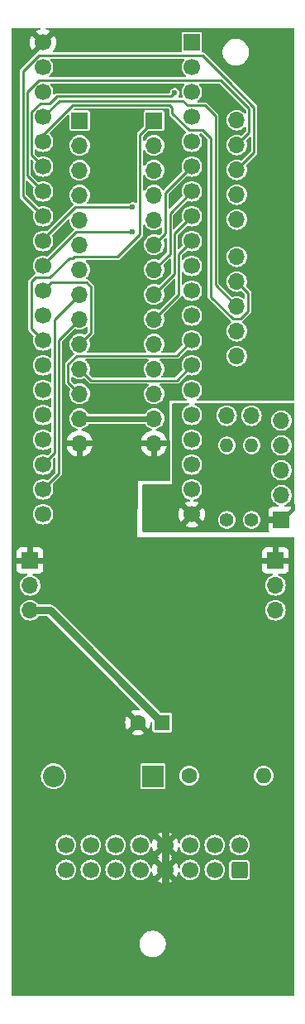
<source format=gbr>
%TF.GenerationSoftware,KiCad,Pcbnew,8.0.5*%
%TF.CreationDate,2024-12-21T15:11:58+00:00*%
%TF.ProjectId,EuroRackDaisy,4575726f-5261-4636-9b44-616973792e6b,rev?*%
%TF.SameCoordinates,Original*%
%TF.FileFunction,Copper,L2,Bot*%
%TF.FilePolarity,Positive*%
%FSLAX46Y46*%
G04 Gerber Fmt 4.6, Leading zero omitted, Abs format (unit mm)*
G04 Created by KiCad (PCBNEW 8.0.5) date 2024-12-21 15:11:58*
%MOMM*%
%LPD*%
G01*
G04 APERTURE LIST*
G04 Aperture macros list*
%AMRoundRect*
0 Rectangle with rounded corners*
0 $1 Rounding radius*
0 $2 $3 $4 $5 $6 $7 $8 $9 X,Y pos of 4 corners*
0 Add a 4 corners polygon primitive as box body*
4,1,4,$2,$3,$4,$5,$6,$7,$8,$9,$2,$3,0*
0 Add four circle primitives for the rounded corners*
1,1,$1+$1,$2,$3*
1,1,$1+$1,$4,$5*
1,1,$1+$1,$6,$7*
1,1,$1+$1,$8,$9*
0 Add four rect primitives between the rounded corners*
20,1,$1+$1,$2,$3,$4,$5,0*
20,1,$1+$1,$4,$5,$6,$7,0*
20,1,$1+$1,$6,$7,$8,$9,0*
20,1,$1+$1,$8,$9,$2,$3,0*%
%AMFreePoly0*
4,1,19,0.500000,-0.750000,0.000000,-0.750000,0.000000,-0.744911,-0.071157,-0.744911,-0.207708,-0.704816,-0.327430,-0.627875,-0.420627,-0.520320,-0.479746,-0.390866,-0.500000,-0.250000,-0.500000,0.250000,-0.479746,0.390866,-0.420627,0.520320,-0.327430,0.627875,-0.207708,0.704816,-0.071157,0.744911,0.000000,0.744911,0.000000,0.750000,0.500000,0.750000,0.500000,-0.750000,0.500000,-0.750000,
$1*%
%AMFreePoly1*
4,1,19,0.000000,0.744911,0.071157,0.744911,0.207708,0.704816,0.327430,0.627875,0.420627,0.520320,0.479746,0.390866,0.500000,0.250000,0.500000,-0.250000,0.479746,-0.390866,0.420627,-0.520320,0.327430,-0.627875,0.207708,-0.704816,0.071157,-0.744911,0.000000,-0.744911,0.000000,-0.750000,-0.500000,-0.750000,-0.500000,0.750000,0.000000,0.750000,0.000000,0.744911,0.000000,0.744911,
$1*%
G04 Aperture macros list end*
%TA.AperFunction,ComponentPad*%
%ADD10R,1.700000X1.700000*%
%TD*%
%TA.AperFunction,ComponentPad*%
%ADD11O,1.700000X1.700000*%
%TD*%
%TA.AperFunction,SMDPad,CuDef*%
%ADD12FreePoly0,270.000000*%
%TD*%
%TA.AperFunction,SMDPad,CuDef*%
%ADD13FreePoly1,270.000000*%
%TD*%
%TA.AperFunction,ComponentPad*%
%ADD14C,1.700000*%
%TD*%
%TA.AperFunction,ComponentPad*%
%ADD15C,1.400000*%
%TD*%
%TA.AperFunction,ComponentPad*%
%ADD16O,1.400000X1.400000*%
%TD*%
%TA.AperFunction,ComponentPad*%
%ADD17R,2.200000X2.200000*%
%TD*%
%TA.AperFunction,ComponentPad*%
%ADD18O,2.200000X2.200000*%
%TD*%
%TA.AperFunction,ComponentPad*%
%ADD19C,1.600000*%
%TD*%
%TA.AperFunction,ComponentPad*%
%ADD20O,1.600000X1.600000*%
%TD*%
%TA.AperFunction,ComponentPad*%
%ADD21RoundRect,0.250000X0.600000X-0.600000X0.600000X0.600000X-0.600000X0.600000X-0.600000X-0.600000X0*%
%TD*%
%TA.AperFunction,ComponentPad*%
%ADD22R,1.600000X1.600000*%
%TD*%
%TA.AperFunction,ViaPad*%
%ADD23C,0.600000*%
%TD*%
%TA.AperFunction,Conductor*%
%ADD24C,0.250000*%
%TD*%
%TA.AperFunction,Conductor*%
%ADD25C,0.400000*%
%TD*%
%TA.AperFunction,Conductor*%
%ADD26C,0.600000*%
%TD*%
%TA.AperFunction,Conductor*%
%ADD27C,0.800000*%
%TD*%
G04 APERTURE END LIST*
D10*
%TO.P,J9,1,Pin_1*%
%TO.N,GNDA*%
X43180000Y-100833000D03*
D11*
%TO.P,J9,2,Pin_2*%
%TO.N,Net-(A1-AUDIO_OUT_2)*%
X43180000Y-98293000D03*
%TO.P,J9,3,Pin_3*%
%TO.N,Net-(A1-AUDIO_OUT_1)*%
X43180000Y-95753000D03*
%TO.P,J9,4,Pin_4*%
%TO.N,Net-(A1-AUDIO_IN_2)*%
X43180000Y-93213000D03*
%TO.P,J9,5,Pin_5*%
%TO.N,/ADC6*%
X43180000Y-90673000D03*
%TD*%
D12*
%TO.P,JP1,1,A*%
%TO.N,GND*%
X30226000Y-96378000D03*
D13*
%TO.P,JP1,2,B*%
%TO.N,GNDA*%
X30226000Y-97678000D03*
%TD*%
D11*
%TO.P,J1,1,Pin_1*%
%TO.N,/ADC6*%
X40100000Y-90170000D03*
%TO.P,J1,2,Pin_2*%
%TO.N,Net-(A1-AUDIO_IN_2)*%
X37560000Y-90170000D03*
%TD*%
D10*
%TO.P,J8,1,Pin_1*%
%TO.N,GND*%
X42570000Y-105000000D03*
D11*
%TO.P,J8,2,Pin_2*%
%TO.N,unconnected-(J8-Pin_2-Pad2)*%
X42570000Y-107540000D03*
%TO.P,J8,3,Pin_3*%
%TO.N,+12V*%
X42570000Y-110080000D03*
%TD*%
%TO.P,J7,1,Pin_1*%
%TO.N,Net-(A1-USB_ID)*%
X38600000Y-73914000D03*
%TO.P,J7,2,Pin_2*%
%TO.N,Net-(A1-USB_D_-)*%
X38600000Y-76454000D03*
%TO.P,J7,3,Pin_3*%
%TO.N,Net-(A1-USB_D_+)*%
X38600000Y-78994000D03*
%TO.P,J7,4,Pin_4*%
%TO.N,/IO13*%
X38600000Y-81534000D03*
%TO.P,J7,5,Pin_5*%
%TO.N,Net-(A1-USART1_RX)*%
X38600000Y-84074000D03*
%TD*%
%TO.P,J4,5,Pin_5*%
%TO.N,Net-(A1-SAI2_SCK)*%
X38600000Y-59944000D03*
%TO.P,J4,4,Pin_4*%
%TO.N,Net-(A1-SAI2_FS)*%
X38600000Y-62484000D03*
%TO.P,J4,3,Pin_3*%
%TO.N,Net-(A1-SAI2_SD_A)*%
X38600000Y-65024000D03*
%TO.P,J4,2,Pin_2*%
%TO.N,Net-(A1-SAI2_SD_B)*%
X38600000Y-67564000D03*
%TO.P,J4,1,Pin_1*%
%TO.N,Net-(A1-SAI2_MCLK)*%
X38600000Y-70104000D03*
%TD*%
D10*
%TO.P,A1,1,USB_ID*%
%TO.N,Net-(A1-USB_ID)*%
X34000000Y-52000000D03*
D14*
%TO.P,A1,2,SD_DATA_3*%
%TO.N,/IO1*%
X34000000Y-54540000D03*
%TO.P,A1,3,SD_DATA_2*%
%TO.N,/IO2*%
X34000000Y-57080000D03*
%TO.P,A1,4,SD_DATA_1*%
%TO.N,/IO3*%
X34000000Y-59620000D03*
%TO.P,A1,5,SD_DATA_0*%
%TO.N,/IO4*%
X34000000Y-62160000D03*
%TO.P,A1,6,SD_CMD*%
%TO.N,/IO5*%
X34000000Y-64700000D03*
%TO.P,A1,7,SD_CLK*%
%TO.N,/IO6*%
X34000000Y-67240000D03*
%TO.P,A1,8,SPI1_CS*%
%TO.N,/IO7*%
X34000000Y-69780000D03*
%TO.P,A1,9,SPI1_SCK*%
%TO.N,/IO8*%
X34000000Y-72320000D03*
%TO.P,A1,10,SPI1_POCI*%
%TO.N,/IO9*%
X34000000Y-74860000D03*
%TO.P,A1,11,SPI1_PICO*%
%TO.N,/IO10*%
X34000000Y-77400000D03*
%TO.P,A1,12,I2C1_SCL*%
%TO.N,/IO11*%
X34000000Y-79940000D03*
%TO.P,A1,13,I2C1_SDA*%
%TO.N,/IO12*%
X34000000Y-82480000D03*
%TO.P,A1,14,USART1_TX*%
%TO.N,/IO13*%
X34000000Y-85020000D03*
%TO.P,A1,15,USART1_RX*%
%TO.N,Net-(A1-USART1_RX)*%
X34000000Y-87560000D03*
%TO.P,A1,16,AUDIO_IN_1*%
%TO.N,/ADC6*%
X34000000Y-90100000D03*
%TO.P,A1,17,AUDIO_IN_2*%
%TO.N,Net-(A1-AUDIO_IN_2)*%
X34000000Y-92640000D03*
%TO.P,A1,18,AUDIO_OUT_1*%
%TO.N,Net-(A1-AUDIO_OUT_1)*%
X34000000Y-95180000D03*
%TO.P,A1,19,AUDIO_OUT_2*%
%TO.N,Net-(A1-AUDIO_OUT_2)*%
X34000000Y-97720000D03*
%TO.P,A1,20,AGND*%
%TO.N,GNDA*%
X34000000Y-100260000D03*
%TO.P,A1,21,3V3_A*%
%TO.N,unconnected-(A1-3V3_A-Pad21)*%
X18760000Y-100260000D03*
%TO.P,A1,22,ADC_0*%
%TO.N,/ADC0*%
X18760000Y-97720000D03*
%TO.P,A1,23,ADC_1*%
%TO.N,/ADC1*%
X18760000Y-95180000D03*
%TO.P,A1,24,ADC_2*%
%TO.N,/ADC2*%
X18760000Y-92640000D03*
%TO.P,A1,25,ADC_3*%
%TO.N,/ADC3*%
X18760000Y-90100000D03*
%TO.P,A1,26,ADC_4*%
%TO.N,/ADC4*%
X18760000Y-87560000D03*
%TO.P,A1,27,ADC_5*%
%TO.N,/ADC5*%
X18760000Y-85020000D03*
%TO.P,A1,28,ADC_6*%
%TO.N,/IO0*%
X18760000Y-82480000D03*
%TO.P,A1,29,DAC_OUT2*%
%TO.N,/IO22*%
X18760000Y-79940000D03*
%TO.P,A1,30,DAC_OUT1*%
%TO.N,/IO16*%
X18760000Y-77400000D03*
%TO.P,A1,31,SAI2_MCLK*%
%TO.N,Net-(A1-SAI2_MCLK)*%
X18760000Y-74860000D03*
%TO.P,A1,32,SAI2_SD_B*%
%TO.N,Net-(A1-SAI2_SD_B)*%
X18760000Y-72320000D03*
%TO.P,A1,33,SAI2_SD_A*%
%TO.N,Net-(A1-SAI2_SD_A)*%
X18760000Y-69780000D03*
%TO.P,A1,34,SAI2_FS*%
%TO.N,Net-(A1-SAI2_FS)*%
X18760000Y-67240000D03*
%TO.P,A1,35,SAI2_SCK*%
%TO.N,Net-(A1-SAI2_SCK)*%
X18760000Y-64700000D03*
%TO.P,A1,36,USB_D_-*%
%TO.N,Net-(A1-USB_D_-)*%
X18760000Y-62160000D03*
%TO.P,A1,37,USB_D_+*%
%TO.N,Net-(A1-USB_D_+)*%
X18760000Y-59620000D03*
%TO.P,A1,38,3V3_D*%
%TO.N,VCC*%
X18760000Y-57080000D03*
%TO.P,A1,39,VIN*%
%TO.N,+12V*%
X18760000Y-54540000D03*
%TO.P,A1,40,DGND*%
%TO.N,GND*%
X18760000Y-52000000D03*
%TD*%
D15*
%TO.P,R3,1*%
%TO.N,/ADC7*%
X37592000Y-100838000D03*
D16*
%TO.P,R3,2*%
%TO.N,Net-(A1-AUDIO_OUT_2)*%
X37592000Y-93218000D03*
%TD*%
D10*
%TO.P,J3,1,Pin_1*%
%TO.N,/IO22*%
X22510000Y-60000000D03*
D11*
%TO.P,J3,2,Pin_2*%
%TO.N,/ADC7*%
X22510000Y-62540000D03*
%TO.P,J3,3,Pin_3*%
%TO.N,/ADC6*%
X22510000Y-65080000D03*
%TO.P,J3,4,Pin_4*%
%TO.N,/ADC5*%
X22510000Y-67620000D03*
%TO.P,J3,5,Pin_5*%
%TO.N,/ADC4*%
X22510000Y-70160000D03*
%TO.P,J3,6,Pin_6*%
%TO.N,/ADC3*%
X22510000Y-72700000D03*
%TO.P,J3,7,Pin_7*%
%TO.N,/ADC2*%
X22510000Y-75240000D03*
%TO.P,J3,8,Pin_8*%
%TO.N,/ADC1*%
X22510000Y-77780000D03*
%TO.P,J3,9,Pin_9*%
%TO.N,/ADC0*%
X22510000Y-80320000D03*
%TO.P,J3,10,Pin_10*%
%TO.N,/IO16*%
X22510000Y-82860000D03*
%TO.P,J3,11,Pin_11*%
%TO.N,/IO13*%
X22510000Y-85400000D03*
%TO.P,J3,12,Pin_12*%
%TO.N,/IO12*%
X22510000Y-87940000D03*
%TO.P,J3,13,Pin_13*%
%TO.N,VCC*%
X22510000Y-90480000D03*
%TO.P,J3,14,Pin_14*%
%TO.N,GND*%
X22510000Y-93020000D03*
%TD*%
D15*
%TO.P,R2,1*%
%TO.N,/ADC7*%
X40132000Y-100838000D03*
D16*
%TO.P,R2,2*%
%TO.N,Net-(A1-AUDIO_OUT_1)*%
X40132000Y-93218000D03*
%TD*%
D10*
%TO.P,J2,1,Pin_1*%
%TO.N,/IO0*%
X30130000Y-60000000D03*
D11*
%TO.P,J2,2,Pin_2*%
%TO.N,/IO1*%
X30130000Y-62540000D03*
%TO.P,J2,3,Pin_3*%
%TO.N,/IO2*%
X30130000Y-65080000D03*
%TO.P,J2,4,Pin_4*%
%TO.N,/IO3*%
X30130000Y-67620000D03*
%TO.P,J2,5,Pin_5*%
%TO.N,/IO4*%
X30130000Y-70160000D03*
%TO.P,J2,6,Pin_6*%
%TO.N,/IO5*%
X30130000Y-72700000D03*
%TO.P,J2,7,Pin_7*%
%TO.N,/IO6*%
X30130000Y-75240000D03*
%TO.P,J2,8,Pin_8*%
%TO.N,/IO7*%
X30130000Y-77780000D03*
%TO.P,J2,9,Pin_9*%
%TO.N,/IO8*%
X30130000Y-80320000D03*
%TO.P,J2,10,Pin_10*%
%TO.N,/IO9*%
X30130000Y-82860000D03*
%TO.P,J2,11,Pin_11*%
%TO.N,/IO10*%
X30130000Y-85400000D03*
%TO.P,J2,12,Pin_12*%
%TO.N,/IO11*%
X30130000Y-87940000D03*
%TO.P,J2,13,Pin_13*%
%TO.N,VCC*%
X30130000Y-90480000D03*
%TO.P,J2,14,Pin_14*%
%TO.N,GND*%
X30130000Y-93020000D03*
%TD*%
D17*
%TO.P,D1,1,K*%
%TO.N,Net-(D1-K)*%
X30010000Y-127040000D03*
D18*
%TO.P,D1,2,A*%
%TO.N,Net-(D1-A)*%
X19850000Y-127040000D03*
%TD*%
D19*
%TO.P,R1,1*%
%TO.N,Net-(D1-K)*%
X33740000Y-127000000D03*
D20*
%TO.P,R1,2*%
%TO.N,+12V*%
X41360000Y-127000000D03*
%TD*%
D10*
%TO.P,J6,1,Pin_1*%
%TO.N,GND*%
X17430000Y-105000000D03*
D11*
%TO.P,J6,2,Pin_2*%
%TO.N,unconnected-(J6-Pin_2-Pad2)*%
X17430000Y-107540000D03*
%TO.P,J6,3,Pin_3*%
%TO.N,+12V*%
X17430000Y-110080000D03*
%TD*%
D21*
%TO.P,J5,1,Pin_1*%
%TO.N,unconnected-(J5-Pin_1-Pad1)*%
X38890000Y-136640000D03*
D14*
%TO.P,J5,2,Pin_2*%
%TO.N,unconnected-(J5-Pin_2-Pad2)*%
X38890000Y-134100000D03*
%TO.P,J5,3,Pin_3*%
%TO.N,unconnected-(J5-Pin_3-Pad3)*%
X36350000Y-136640000D03*
%TO.P,J5,4,Pin_4*%
%TO.N,unconnected-(J5-Pin_4-Pad4)*%
X36350000Y-134100000D03*
%TO.P,J5,5,Pin_5*%
%TO.N,unconnected-(J5-Pin_5-Pad5)*%
X33810000Y-136640000D03*
%TO.P,J5,6,Pin_6*%
%TO.N,unconnected-(J5-Pin_6-Pad6)*%
X33810000Y-134100000D03*
%TO.P,J5,7,Pin_7*%
%TO.N,GND*%
X31270000Y-136640000D03*
%TO.P,J5,8,Pin_8*%
X31270000Y-134100000D03*
%TO.P,J5,9,Pin_9*%
%TO.N,Net-(D1-A)*%
X28730000Y-136640000D03*
%TO.P,J5,10,Pin_10*%
X28730000Y-134100000D03*
%TO.P,J5,11,Pin_11*%
%TO.N,unconnected-(J5-Pin_11-Pad11)*%
X26190000Y-136640000D03*
%TO.P,J5,12,Pin_12*%
%TO.N,unconnected-(J5-Pin_12-Pad12)*%
X26190000Y-134100000D03*
%TO.P,J5,13,Pin_13*%
%TO.N,unconnected-(J5-Pin_13-Pad13)*%
X23650000Y-136640000D03*
%TO.P,J5,14,Pin_14*%
%TO.N,unconnected-(J5-Pin_14-Pad14)*%
X23650000Y-134100000D03*
%TO.P,J5,15,Pin_15*%
%TO.N,unconnected-(J5-Pin_15-Pad15)*%
X21110000Y-136640000D03*
%TO.P,J5,16,Pin_16*%
%TO.N,unconnected-(J5-Pin_16-Pad16)*%
X21110000Y-134100000D03*
%TD*%
D22*
%TO.P,C1,1*%
%TO.N,+12V*%
X30970000Y-121560000D03*
D19*
%TO.P,C1,2*%
%TO.N,GND*%
X28470000Y-121560000D03*
%TD*%
D23*
%TO.N,GND*%
X26924000Y-96266000D03*
%TO.N,GNDA*%
X30226000Y-100330000D03*
X38862000Y-99314000D03*
X32512000Y-89916000D03*
X33020000Y-93980000D03*
X35560000Y-89916000D03*
X36322000Y-91694000D03*
X36322000Y-93980000D03*
X37592000Y-95758000D03*
X41656000Y-89408000D03*
X41656000Y-93218000D03*
X38862000Y-93980000D03*
X41656000Y-96520000D03*
%TO.N,GND*%
X26416000Y-102870000D03*
X17272000Y-98806000D03*
X17780000Y-73660000D03*
X17780000Y-71120000D03*
X42672000Y-81280000D03*
X42926000Y-67818000D03*
X26416000Y-51562000D03*
X42926000Y-52578000D03*
X38608000Y-71882000D03*
X37338000Y-57658000D03*
X37338000Y-61214000D03*
X37338000Y-63500000D03*
X35052000Y-68580000D03*
X35052000Y-63500000D03*
X28194000Y-88138000D03*
X23876000Y-67818000D03*
X23876000Y-74676000D03*
X29464000Y-56642000D03*
X25146000Y-56642000D03*
X30734000Y-54610000D03*
X21844000Y-54610000D03*
%TO.N,Net-(A1-SAI2_SCK)*%
X32258000Y-57150000D03*
%TO.N,GND*%
X27940000Y-74676000D03*
X27940000Y-66294000D03*
X27432000Y-59182000D03*
%TO.N,Net-(A1-SAI2_SD_B)*%
X27940000Y-68834000D03*
%TO.N,Net-(A1-SAI2_MCLK)*%
X27940000Y-71374000D03*
%TO.N,GND*%
X17272000Y-91440000D03*
X17272000Y-83820000D03*
X23876000Y-89154000D03*
X25856401Y-88133799D03*
X28194000Y-85344000D03*
X25869262Y-85351015D03*
X25840208Y-74690092D03*
X25849893Y-82542519D03*
X20320000Y-67564000D03*
X20320000Y-63500000D03*
X24892000Y-64516000D03*
X24892000Y-61468000D03*
X41148000Y-120142000D03*
X34290000Y-110490000D03*
X17860000Y-146370000D03*
X38608000Y-114046000D03*
X24638000Y-130810000D03*
X41390000Y-130750000D03*
X24384000Y-110490000D03*
X41470000Y-146640000D03*
X32980000Y-130840000D03*
X18050000Y-130950000D03*
X21082000Y-114808000D03*
X29972000Y-148082000D03*
%TD*%
D24*
%TO.N,Net-(A1-SAI2_MCLK)*%
X27940000Y-71374000D02*
X27432000Y-71374000D01*
X22174299Y-71374000D02*
X27432000Y-71374000D01*
%TO.N,Net-(A1-SAI2_SD_B)*%
X27178000Y-68834000D02*
X27940000Y-68834000D01*
X22098000Y-68834000D02*
X27178000Y-68834000D01*
%TO.N,Net-(A1-SAI2_MCLK)*%
X18760000Y-74788299D02*
X22174299Y-71374000D01*
X18760000Y-74860000D02*
X18760000Y-74788299D01*
%TO.N,Net-(A1-SAI2_SD_B)*%
X18760000Y-72320000D02*
X18760000Y-72172000D01*
X18760000Y-72172000D02*
X22098000Y-68834000D01*
D25*
%TO.N,GNDA*%
X44300000Y-99713000D02*
X44300000Y-99314000D01*
X43180000Y-100833000D02*
X44300000Y-99713000D01*
D24*
%TO.N,Net-(A1-USB_D_-)*%
X38991701Y-80264000D02*
X39775000Y-79480701D01*
X38208299Y-80264000D02*
X38991701Y-80264000D01*
X35970000Y-78025701D02*
X38208299Y-80264000D01*
X39775000Y-77629000D02*
X38600000Y-76454000D01*
X35970000Y-77978000D02*
X35970000Y-78025701D01*
X39775000Y-79480701D02*
X39775000Y-77629000D01*
X35970000Y-61820000D02*
X35970000Y-77978000D01*
%TO.N,Net-(A1-USB_D_+)*%
X36420000Y-74168000D02*
X36420000Y-76814000D01*
X36420000Y-59534000D02*
X36420000Y-74168000D01*
X36420000Y-76814000D02*
X38600000Y-78994000D01*
X35331000Y-58445000D02*
X36420000Y-59534000D01*
X33078000Y-57970000D02*
X33553000Y-58445000D01*
X31242000Y-57970000D02*
X33078000Y-57970000D01*
X33553000Y-58445000D02*
X35331000Y-58445000D01*
%TO.N,Net-(A1-USB_D_-)*%
X35135000Y-60985000D02*
X35970000Y-61820000D01*
X32002604Y-59284305D02*
X33703299Y-60985000D01*
X33703299Y-60985000D02*
X35135000Y-60985000D01*
X32002604Y-58675396D02*
X32002604Y-59284305D01*
X31747208Y-58420000D02*
X32002604Y-58675396D01*
X21844000Y-58420000D02*
X31747208Y-58420000D01*
X18760000Y-61504000D02*
X21844000Y-58420000D01*
X18760000Y-62160000D02*
X18760000Y-61504000D01*
%TO.N,Net-(A1-SAI2_SCK)*%
X30734000Y-57520000D02*
X31888000Y-57520000D01*
X31888000Y-57520000D02*
X32258000Y-57150000D01*
X20204000Y-57520000D02*
X30734000Y-57520000D01*
%TO.N,Net-(A1-SAI2_SD_A)*%
X35098096Y-53340000D02*
X37742048Y-55983952D01*
X16685000Y-54953299D02*
X18298299Y-53340000D01*
X16685000Y-67705000D02*
X16685000Y-54953299D01*
X18760000Y-69780000D02*
X16685000Y-67705000D01*
X18298299Y-53340000D02*
X35098096Y-53340000D01*
%TO.N,Net-(A1-SAI2_FS)*%
X39878000Y-58756299D02*
X39878000Y-61214000D01*
X18298299Y-55880000D02*
X37001701Y-55880000D01*
X17135000Y-57043299D02*
X18298299Y-55880000D01*
X17135000Y-65615000D02*
X17135000Y-57043299D01*
X37001701Y-55880000D02*
X39878000Y-58756299D01*
X39878000Y-61214000D02*
X38608000Y-62484000D01*
X18760000Y-67240000D02*
X17135000Y-65615000D01*
%TO.N,Net-(A1-SAI2_SCK)*%
X20066000Y-57658000D02*
X20204000Y-57520000D01*
X19469000Y-58255000D02*
X20066000Y-57658000D01*
%TO.N,Net-(A1-SAI2_SD_A)*%
X37742048Y-55983952D02*
X40386000Y-58627903D01*
%TO.N,Net-(A1-SAI2_SCK)*%
X18463299Y-58255000D02*
X19469000Y-58255000D01*
X17585000Y-59133299D02*
X18463299Y-58255000D01*
X17585000Y-63525000D02*
X17585000Y-59133299D01*
X18760000Y-64700000D02*
X17585000Y-63525000D01*
%TO.N,Net-(A1-USB_D_+)*%
X20410000Y-57970000D02*
X31242000Y-57970000D01*
X18760000Y-59620000D02*
X20410000Y-57970000D01*
%TO.N,/IO0*%
X28702000Y-71628000D02*
X28702000Y-61428000D01*
X26416000Y-73914000D02*
X28702000Y-71628000D01*
X21844000Y-74065000D02*
X21995000Y-73914000D01*
X19469000Y-76035000D02*
X21439000Y-74065000D01*
X18004000Y-76035000D02*
X19469000Y-76035000D01*
X17585000Y-76454000D02*
X18004000Y-76035000D01*
X21439000Y-74065000D02*
X21844000Y-74065000D01*
X17585000Y-81305000D02*
X17585000Y-76454000D01*
X18760000Y-82480000D02*
X17585000Y-81305000D01*
X21995000Y-73914000D02*
X26416000Y-73914000D01*
X28702000Y-61428000D02*
X30130000Y-60000000D01*
%TO.N,Net-(A1-SAI2_SD_A)*%
X40386000Y-63246000D02*
X38608000Y-65024000D01*
X40386000Y-58627903D02*
X40386000Y-63246000D01*
%TO.N,/IO12*%
X21335000Y-86765000D02*
X22510000Y-87940000D01*
X21335000Y-84913299D02*
X21335000Y-86765000D01*
X22213299Y-84035000D02*
X21335000Y-84913299D01*
X32445000Y-84035000D02*
X22213299Y-84035000D01*
X34000000Y-82480000D02*
X32445000Y-84035000D01*
%TO.N,/IO13*%
X23685000Y-86575000D02*
X22510000Y-85400000D01*
X34000000Y-85020000D02*
X32445000Y-86575000D01*
X32445000Y-86575000D02*
X23685000Y-86575000D01*
%TO.N,/IO16*%
X23685000Y-77025000D02*
X23685000Y-81685000D01*
X23210000Y-76550000D02*
X23685000Y-77025000D01*
X19610000Y-76550000D02*
X23210000Y-76550000D01*
X18760000Y-77400000D02*
X19610000Y-76550000D01*
X23685000Y-81685000D02*
X22510000Y-82860000D01*
%TO.N,/ADC0*%
X20385000Y-96095000D02*
X18760000Y-97720000D01*
X22510000Y-80320000D02*
X20385000Y-82445000D01*
X20385000Y-82445000D02*
X20385000Y-96095000D01*
%TO.N,/ADC1*%
X19935000Y-94005000D02*
X18760000Y-95180000D01*
X19935000Y-80355000D02*
X19935000Y-94005000D01*
X22510000Y-77780000D02*
X19935000Y-80355000D01*
D26*
%TO.N,VCC*%
X22510000Y-90480000D02*
X30130000Y-90480000D01*
D24*
%TO.N,/IO8*%
X32655000Y-77795000D02*
X30130000Y-80320000D01*
X32655000Y-73665000D02*
X32655000Y-77795000D01*
X34000000Y-72320000D02*
X32655000Y-73665000D01*
%TO.N,/IO7*%
X32205000Y-75705000D02*
X30130000Y-77780000D01*
X32205000Y-71575000D02*
X32205000Y-75705000D01*
X34000000Y-69780000D02*
X32205000Y-71575000D01*
%TO.N,/IO6*%
X31755000Y-73615000D02*
X30130000Y-75240000D01*
X31755000Y-69485000D02*
X31755000Y-73615000D01*
X34000000Y-67240000D02*
X31755000Y-69485000D01*
%TO.N,/IO5*%
X31305000Y-67395000D02*
X31305000Y-71525000D01*
X31305000Y-71525000D02*
X30130000Y-72700000D01*
X34000000Y-64700000D02*
X31305000Y-67395000D01*
D27*
%TO.N,GND*%
X31270000Y-136640000D02*
X31270000Y-138148000D01*
X31270000Y-134100000D02*
X31270000Y-136640000D01*
X31270000Y-134100000D02*
X31270000Y-132616000D01*
%TO.N,+12V*%
X30970000Y-121560000D02*
X19490000Y-110080000D01*
X19490000Y-110080000D02*
X17430000Y-110080000D01*
%TD*%
%TA.AperFunction,Conductor*%
%TO.N,GND*%
G36*
X29522226Y-84379407D02*
G01*
X29558190Y-84428907D01*
X29558190Y-84490093D01*
X29526840Y-84536028D01*
X29383595Y-84653585D01*
X29383585Y-84653595D01*
X29252316Y-84813547D01*
X29154768Y-84996045D01*
X29094699Y-85194065D01*
X29094698Y-85194070D01*
X29074417Y-85399996D01*
X29074417Y-85400003D01*
X29094698Y-85605929D01*
X29094699Y-85605934D01*
X29154768Y-85803954D01*
X29252316Y-85986452D01*
X29335404Y-86087695D01*
X29357704Y-86144672D01*
X29342255Y-86203875D01*
X29294958Y-86242690D01*
X29258876Y-86249500D01*
X23860835Y-86249500D01*
X23802644Y-86230593D01*
X23790831Y-86220504D01*
X23498502Y-85928175D01*
X23470725Y-85873658D01*
X23480296Y-85813226D01*
X23481154Y-85811582D01*
X23485232Y-85803954D01*
X23545300Y-85605934D01*
X23545301Y-85605929D01*
X23565583Y-85400003D01*
X23565583Y-85399996D01*
X23545301Y-85194070D01*
X23545300Y-85194065D01*
X23519587Y-85109300D01*
X23485232Y-84996046D01*
X23387685Y-84813550D01*
X23366440Y-84787663D01*
X23256414Y-84653595D01*
X23256410Y-84653590D01*
X23210661Y-84616045D01*
X23113160Y-84536028D01*
X23080173Y-84484497D01*
X23083775Y-84423417D01*
X23122590Y-84376121D01*
X23175965Y-84360500D01*
X29464035Y-84360500D01*
X29522226Y-84379407D01*
G37*
%TD.AperFunction*%
%TA.AperFunction,Conductor*%
G36*
X18446422Y-50519407D02*
G01*
X18482386Y-50568907D01*
X18482386Y-50630093D01*
X18446422Y-50679593D01*
X18413854Y-50695127D01*
X18296505Y-50726570D01*
X18082432Y-50826394D01*
X18082420Y-50826401D01*
X18040216Y-50855951D01*
X18645534Y-51461269D01*
X18547708Y-51487482D01*
X18422292Y-51559890D01*
X18319890Y-51662292D01*
X18247482Y-51787708D01*
X18221269Y-51885534D01*
X17615951Y-51280216D01*
X17586401Y-51322420D01*
X17586394Y-51322432D01*
X17486570Y-51536505D01*
X17425429Y-51764686D01*
X17404843Y-51999996D01*
X17404843Y-52000003D01*
X17425429Y-52235313D01*
X17486569Y-52463489D01*
X17586400Y-52677579D01*
X17586400Y-52677580D01*
X17615951Y-52719782D01*
X18221268Y-52114464D01*
X18247482Y-52212292D01*
X18319890Y-52337708D01*
X18422292Y-52440110D01*
X18547708Y-52512518D01*
X18645532Y-52538730D01*
X18122535Y-53061726D01*
X18102040Y-53077454D01*
X18098440Y-53079532D01*
X16424531Y-54753441D01*
X16381682Y-54827659D01*
X16381681Y-54827659D01*
X16381682Y-54827660D01*
X16381682Y-54827661D01*
X16359500Y-54910446D01*
X16359500Y-67662147D01*
X16359500Y-67747853D01*
X16379062Y-67820863D01*
X16381683Y-67830643D01*
X16424531Y-67904857D01*
X16424532Y-67904858D01*
X16424533Y-67904859D01*
X16424535Y-67904862D01*
X17104655Y-68584982D01*
X17771497Y-69251824D01*
X17799274Y-69306341D01*
X17789703Y-69366773D01*
X17788803Y-69368496D01*
X17784770Y-69376040D01*
X17784768Y-69376045D01*
X17724699Y-69574065D01*
X17724698Y-69574070D01*
X17704417Y-69779996D01*
X17704417Y-69780003D01*
X17724698Y-69985929D01*
X17724699Y-69985934D01*
X17784768Y-70183954D01*
X17882316Y-70366452D01*
X17998444Y-70507954D01*
X18013590Y-70526410D01*
X18013595Y-70526414D01*
X18173547Y-70657683D01*
X18173548Y-70657683D01*
X18173550Y-70657685D01*
X18356046Y-70755232D01*
X18493997Y-70797078D01*
X18554065Y-70815300D01*
X18554070Y-70815301D01*
X18759997Y-70835583D01*
X18760000Y-70835583D01*
X18760003Y-70835583D01*
X18965929Y-70815301D01*
X18965934Y-70815300D01*
X19163954Y-70755232D01*
X19346450Y-70657685D01*
X19506410Y-70526410D01*
X19637685Y-70366450D01*
X19735232Y-70183954D01*
X19795300Y-69985934D01*
X19795301Y-69985929D01*
X19815583Y-69780003D01*
X19815583Y-69779996D01*
X19795301Y-69574070D01*
X19795300Y-69574065D01*
X19746622Y-69413595D01*
X19735232Y-69376046D01*
X19637685Y-69193550D01*
X19546973Y-69083017D01*
X19506414Y-69033595D01*
X19506410Y-69033590D01*
X19506404Y-69033585D01*
X19346452Y-68902316D01*
X19163954Y-68804768D01*
X18965934Y-68744699D01*
X18965929Y-68744698D01*
X18760003Y-68724417D01*
X18759997Y-68724417D01*
X18554070Y-68744698D01*
X18554065Y-68744699D01*
X18356045Y-68804768D01*
X18356040Y-68804770D01*
X18348496Y-68808803D01*
X18288263Y-68819559D01*
X18233212Y-68792857D01*
X18231824Y-68791497D01*
X17039496Y-67599169D01*
X17011719Y-67544652D01*
X17010500Y-67529165D01*
X17010500Y-66189835D01*
X17029407Y-66131644D01*
X17078907Y-66095680D01*
X17140093Y-66095680D01*
X17179504Y-66119831D01*
X17771497Y-66711824D01*
X17799274Y-66766341D01*
X17789703Y-66826773D01*
X17788803Y-66828496D01*
X17784770Y-66836040D01*
X17784768Y-66836045D01*
X17724699Y-67034065D01*
X17724698Y-67034070D01*
X17704417Y-67239996D01*
X17704417Y-67240003D01*
X17724698Y-67445929D01*
X17724699Y-67445934D01*
X17784768Y-67643954D01*
X17882316Y-67826452D01*
X17998444Y-67967954D01*
X18013590Y-67986410D01*
X18013595Y-67986414D01*
X18173547Y-68117683D01*
X18173548Y-68117683D01*
X18173550Y-68117685D01*
X18356046Y-68215232D01*
X18493997Y-68257078D01*
X18554065Y-68275300D01*
X18554070Y-68275301D01*
X18759997Y-68295583D01*
X18760000Y-68295583D01*
X18760003Y-68295583D01*
X18965929Y-68275301D01*
X18965934Y-68275300D01*
X19163954Y-68215232D01*
X19346450Y-68117685D01*
X19506410Y-67986410D01*
X19637685Y-67826450D01*
X19735232Y-67643954D01*
X19795300Y-67445934D01*
X19795301Y-67445929D01*
X19815583Y-67240003D01*
X19815583Y-67239996D01*
X19795301Y-67034070D01*
X19795300Y-67034065D01*
X19746622Y-66873595D01*
X19735232Y-66836046D01*
X19637685Y-66653550D01*
X19506410Y-66493590D01*
X19506404Y-66493585D01*
X19346452Y-66362316D01*
X19163954Y-66264768D01*
X18965934Y-66204699D01*
X18965929Y-66204698D01*
X18760003Y-66184417D01*
X18759997Y-66184417D01*
X18554070Y-66204698D01*
X18554065Y-66204699D01*
X18356045Y-66264768D01*
X18356040Y-66264770D01*
X18348496Y-66268803D01*
X18288263Y-66279559D01*
X18233212Y-66252857D01*
X18231824Y-66251497D01*
X17489496Y-65509169D01*
X17461719Y-65454652D01*
X17460500Y-65439165D01*
X17460500Y-64099835D01*
X17479407Y-64041644D01*
X17528907Y-64005680D01*
X17590093Y-64005680D01*
X17629504Y-64029831D01*
X17771497Y-64171824D01*
X17799274Y-64226341D01*
X17789703Y-64286773D01*
X17788803Y-64288496D01*
X17784770Y-64296040D01*
X17784768Y-64296045D01*
X17724699Y-64494065D01*
X17724698Y-64494070D01*
X17704417Y-64699996D01*
X17704417Y-64700003D01*
X17724698Y-64905929D01*
X17724699Y-64905934D01*
X17784768Y-65103954D01*
X17882316Y-65286452D01*
X17998444Y-65427954D01*
X18013590Y-65446410D01*
X18013595Y-65446414D01*
X18173547Y-65577683D01*
X18173548Y-65577683D01*
X18173550Y-65577685D01*
X18356046Y-65675232D01*
X18493997Y-65717078D01*
X18554065Y-65735300D01*
X18554070Y-65735301D01*
X18759997Y-65755583D01*
X18760000Y-65755583D01*
X18760003Y-65755583D01*
X18965929Y-65735301D01*
X18965934Y-65735300D01*
X19163954Y-65675232D01*
X19346450Y-65577685D01*
X19506410Y-65446410D01*
X19637685Y-65286450D01*
X19735232Y-65103954D01*
X19742499Y-65079996D01*
X21454417Y-65079996D01*
X21454417Y-65080003D01*
X21474698Y-65285929D01*
X21474699Y-65285934D01*
X21534768Y-65483954D01*
X21632316Y-65666452D01*
X21763585Y-65826404D01*
X21763590Y-65826410D01*
X21763595Y-65826414D01*
X21923547Y-65957683D01*
X21923548Y-65957683D01*
X21923550Y-65957685D01*
X22106046Y-66055232D01*
X22239387Y-66095680D01*
X22304065Y-66115300D01*
X22304070Y-66115301D01*
X22509997Y-66135583D01*
X22510000Y-66135583D01*
X22510003Y-66135583D01*
X22715929Y-66115301D01*
X22715934Y-66115300D01*
X22913954Y-66055232D01*
X23096450Y-65957685D01*
X23256410Y-65826410D01*
X23387685Y-65666450D01*
X23485232Y-65483954D01*
X23545300Y-65285934D01*
X23545301Y-65285929D01*
X23565583Y-65080003D01*
X23565583Y-65079996D01*
X23545301Y-64874070D01*
X23545300Y-64874065D01*
X23492498Y-64700000D01*
X23485232Y-64676046D01*
X23387685Y-64493550D01*
X23341727Y-64437550D01*
X23256414Y-64333595D01*
X23256410Y-64333590D01*
X23256404Y-64333585D01*
X23096452Y-64202316D01*
X22913954Y-64104768D01*
X22715934Y-64044699D01*
X22715929Y-64044698D01*
X22510003Y-64024417D01*
X22509997Y-64024417D01*
X22304070Y-64044698D01*
X22304065Y-64044699D01*
X22106045Y-64104768D01*
X21923547Y-64202316D01*
X21763595Y-64333585D01*
X21763585Y-64333595D01*
X21632316Y-64493547D01*
X21534768Y-64676045D01*
X21474699Y-64874065D01*
X21474698Y-64874070D01*
X21454417Y-65079996D01*
X19742499Y-65079996D01*
X19795300Y-64905934D01*
X19795301Y-64905929D01*
X19815583Y-64700003D01*
X19815583Y-64699996D01*
X19795301Y-64494070D01*
X19795300Y-64494065D01*
X19746622Y-64333595D01*
X19735232Y-64296046D01*
X19637685Y-64113550D01*
X19626429Y-64099835D01*
X19506414Y-63953595D01*
X19506410Y-63953590D01*
X19506404Y-63953585D01*
X19346452Y-63822316D01*
X19163954Y-63724768D01*
X18965934Y-63664699D01*
X18965929Y-63664698D01*
X18760003Y-63644417D01*
X18759997Y-63644417D01*
X18554070Y-63664698D01*
X18554065Y-63664699D01*
X18356045Y-63724768D01*
X18356040Y-63724770D01*
X18348496Y-63728803D01*
X18288263Y-63739559D01*
X18233212Y-63712857D01*
X18231824Y-63711497D01*
X17939496Y-63419169D01*
X17911719Y-63364652D01*
X17910500Y-63349165D01*
X17910500Y-63031123D01*
X17929407Y-62972932D01*
X17978907Y-62936968D01*
X18040093Y-62936968D01*
X18072301Y-62954593D01*
X18094648Y-62972932D01*
X18173547Y-63037683D01*
X18173548Y-63037683D01*
X18173550Y-63037685D01*
X18356046Y-63135232D01*
X18493997Y-63177078D01*
X18554065Y-63195300D01*
X18554070Y-63195301D01*
X18759997Y-63215583D01*
X18760000Y-63215583D01*
X18760003Y-63215583D01*
X18965929Y-63195301D01*
X18965934Y-63195300D01*
X19163954Y-63135232D01*
X19346450Y-63037685D01*
X19506410Y-62906410D01*
X19637685Y-62746450D01*
X19735232Y-62563954D01*
X19742499Y-62539996D01*
X21454417Y-62539996D01*
X21454417Y-62540003D01*
X21474698Y-62745929D01*
X21474699Y-62745934D01*
X21534768Y-62943954D01*
X21632316Y-63126452D01*
X21763585Y-63286404D01*
X21763590Y-63286410D01*
X21763595Y-63286414D01*
X21923547Y-63417683D01*
X21923548Y-63417683D01*
X21923550Y-63417685D01*
X22106046Y-63515232D01*
X22243997Y-63557078D01*
X22304065Y-63575300D01*
X22304070Y-63575301D01*
X22509997Y-63595583D01*
X22510000Y-63595583D01*
X22510003Y-63595583D01*
X22715929Y-63575301D01*
X22715934Y-63575300D01*
X22913954Y-63515232D01*
X23096450Y-63417685D01*
X23256410Y-63286410D01*
X23387685Y-63126450D01*
X23485232Y-62943954D01*
X23545300Y-62745934D01*
X23545301Y-62745929D01*
X23565583Y-62540003D01*
X23565583Y-62539996D01*
X23545301Y-62334070D01*
X23545300Y-62334065D01*
X23492498Y-62160000D01*
X23485232Y-62136046D01*
X23387685Y-61953550D01*
X23341727Y-61897550D01*
X23256414Y-61793595D01*
X23256410Y-61793590D01*
X23256404Y-61793585D01*
X23096452Y-61662316D01*
X22913954Y-61564768D01*
X22715934Y-61504699D01*
X22715929Y-61504698D01*
X22510003Y-61484417D01*
X22509997Y-61484417D01*
X22304070Y-61504698D01*
X22304065Y-61504699D01*
X22106045Y-61564768D01*
X21923547Y-61662316D01*
X21763595Y-61793585D01*
X21763585Y-61793595D01*
X21632316Y-61953547D01*
X21534768Y-62136045D01*
X21474699Y-62334065D01*
X21474698Y-62334070D01*
X21454417Y-62539996D01*
X19742499Y-62539996D01*
X19795300Y-62365934D01*
X19795301Y-62365929D01*
X19815583Y-62160003D01*
X19815583Y-62159996D01*
X19795301Y-61954070D01*
X19795300Y-61954065D01*
X19746622Y-61793595D01*
X19735232Y-61756046D01*
X19637685Y-61573550D01*
X19614783Y-61545644D01*
X19506414Y-61413595D01*
X19506410Y-61413590D01*
X19506408Y-61413588D01*
X19506407Y-61413587D01*
X19483373Y-61394683D01*
X19450386Y-61343151D01*
X19453988Y-61282072D01*
X19476172Y-61248153D01*
X21290496Y-59433830D01*
X21345013Y-59406053D01*
X21405445Y-59415624D01*
X21448710Y-59458889D01*
X21459500Y-59503834D01*
X21459500Y-60869746D01*
X21459501Y-60869758D01*
X21471132Y-60928227D01*
X21471134Y-60928233D01*
X21505257Y-60979301D01*
X21515448Y-60994552D01*
X21581769Y-61038867D01*
X21626231Y-61047711D01*
X21640241Y-61050498D01*
X21640246Y-61050498D01*
X21640252Y-61050500D01*
X21640253Y-61050500D01*
X23379747Y-61050500D01*
X23379748Y-61050500D01*
X23438231Y-61038867D01*
X23504552Y-60994552D01*
X23548867Y-60928231D01*
X23560500Y-60869748D01*
X23560500Y-59130252D01*
X23548867Y-59071769D01*
X23504552Y-59005448D01*
X23504548Y-59005445D01*
X23438233Y-58961134D01*
X23438231Y-58961133D01*
X23438228Y-58961132D01*
X23438227Y-58961132D01*
X23379758Y-58949501D01*
X23379748Y-58949500D01*
X23379747Y-58949500D01*
X22013834Y-58949500D01*
X21955643Y-58930593D01*
X21919679Y-58881093D01*
X21919679Y-58819907D01*
X21943830Y-58780496D01*
X21949830Y-58774496D01*
X22004347Y-58746719D01*
X22019834Y-58745500D01*
X31571373Y-58745500D01*
X31629564Y-58764407D01*
X31641377Y-58774496D01*
X31648108Y-58781227D01*
X31675885Y-58835744D01*
X31677104Y-58851231D01*
X31677104Y-59241452D01*
X31677104Y-59327158D01*
X31696666Y-59400168D01*
X31699287Y-59409948D01*
X31742135Y-59484162D01*
X31742137Y-59484164D01*
X31742139Y-59484167D01*
X33405924Y-61147952D01*
X33433700Y-61202467D01*
X33424129Y-61262899D01*
X33398724Y-61294482D01*
X33253595Y-61413585D01*
X33253585Y-61413595D01*
X33122316Y-61573547D01*
X33024768Y-61756045D01*
X32964699Y-61954065D01*
X32964698Y-61954070D01*
X32944417Y-62159996D01*
X32944417Y-62160003D01*
X32964698Y-62365929D01*
X32964699Y-62365934D01*
X33024768Y-62563954D01*
X33122316Y-62746452D01*
X33150499Y-62780793D01*
X33253590Y-62906410D01*
X33253595Y-62906414D01*
X33413547Y-63037683D01*
X33413548Y-63037683D01*
X33413550Y-63037685D01*
X33596046Y-63135232D01*
X33733997Y-63177078D01*
X33794065Y-63195300D01*
X33794070Y-63195301D01*
X33999997Y-63215583D01*
X34000000Y-63215583D01*
X34000003Y-63215583D01*
X34205929Y-63195301D01*
X34205934Y-63195300D01*
X34403954Y-63135232D01*
X34586450Y-63037685D01*
X34746410Y-62906410D01*
X34877685Y-62746450D01*
X34975232Y-62563954D01*
X35035300Y-62365934D01*
X35035301Y-62365929D01*
X35055583Y-62160003D01*
X35055583Y-62159996D01*
X35035301Y-61954070D01*
X35035300Y-61954065D01*
X34986622Y-61793595D01*
X34975232Y-61756046D01*
X34877685Y-61573550D01*
X34854783Y-61545644D01*
X34794596Y-61472305D01*
X34772296Y-61415328D01*
X34787745Y-61356125D01*
X34835042Y-61317310D01*
X34871124Y-61310500D01*
X34959165Y-61310500D01*
X35017356Y-61329407D01*
X35029169Y-61339496D01*
X35615504Y-61925831D01*
X35643281Y-61980348D01*
X35644500Y-61995835D01*
X35644500Y-77935147D01*
X35644500Y-77982848D01*
X35644500Y-78068554D01*
X35657297Y-78116315D01*
X35666683Y-78151344D01*
X35709531Y-78225558D01*
X35709533Y-78225560D01*
X35709535Y-78225563D01*
X37947832Y-80463859D01*
X37947834Y-80463862D01*
X38005924Y-80521952D01*
X38033700Y-80576467D01*
X38024129Y-80636899D01*
X37998724Y-80668482D01*
X37853595Y-80787585D01*
X37853585Y-80787595D01*
X37722316Y-80947547D01*
X37624768Y-81130045D01*
X37564699Y-81328065D01*
X37564698Y-81328070D01*
X37544417Y-81533996D01*
X37544417Y-81534003D01*
X37564698Y-81739929D01*
X37564699Y-81739934D01*
X37624768Y-81937954D01*
X37722316Y-82120452D01*
X37847958Y-82273547D01*
X37853590Y-82280410D01*
X37853595Y-82280414D01*
X38013547Y-82411683D01*
X38013548Y-82411683D01*
X38013550Y-82411685D01*
X38196046Y-82509232D01*
X38333175Y-82550829D01*
X38394065Y-82569300D01*
X38394070Y-82569301D01*
X38599997Y-82589583D01*
X38600000Y-82589583D01*
X38600003Y-82589583D01*
X38805929Y-82569301D01*
X38805934Y-82569300D01*
X39003954Y-82509232D01*
X39186450Y-82411685D01*
X39346410Y-82280410D01*
X39477685Y-82120450D01*
X39575232Y-81937954D01*
X39635300Y-81739934D01*
X39635301Y-81739929D01*
X39655583Y-81534003D01*
X39655583Y-81533996D01*
X39635301Y-81328070D01*
X39635300Y-81328065D01*
X39596200Y-81199169D01*
X39575232Y-81130046D01*
X39477685Y-80947550D01*
X39451162Y-80915232D01*
X39346414Y-80787595D01*
X39346410Y-80787590D01*
X39201274Y-80668480D01*
X39168288Y-80616951D01*
X39171890Y-80555872D01*
X39194072Y-80521955D01*
X40035465Y-79680563D01*
X40078318Y-79606340D01*
X40100500Y-79523554D01*
X40100500Y-79437848D01*
X40100500Y-77586147D01*
X40078318Y-77503362D01*
X40078318Y-77503361D01*
X40078318Y-77503360D01*
X40035468Y-77429142D01*
X40035464Y-77429137D01*
X39588502Y-76982174D01*
X39560725Y-76927658D01*
X39570296Y-76867226D01*
X39571154Y-76865582D01*
X39575232Y-76857954D01*
X39635300Y-76659934D01*
X39635301Y-76659929D01*
X39655583Y-76454003D01*
X39655583Y-76453996D01*
X39635301Y-76248070D01*
X39635300Y-76248065D01*
X39609066Y-76161583D01*
X39575232Y-76050046D01*
X39477685Y-75867550D01*
X39451162Y-75835232D01*
X39346414Y-75707595D01*
X39346410Y-75707590D01*
X39268869Y-75643954D01*
X39186452Y-75576316D01*
X39003954Y-75478768D01*
X38805934Y-75418699D01*
X38805929Y-75418698D01*
X38600003Y-75398417D01*
X38599997Y-75398417D01*
X38394070Y-75418698D01*
X38394065Y-75418699D01*
X38196045Y-75478768D01*
X38013547Y-75576316D01*
X37853595Y-75707585D01*
X37853585Y-75707595D01*
X37722316Y-75867547D01*
X37624768Y-76050045D01*
X37564699Y-76248065D01*
X37564698Y-76248070D01*
X37544417Y-76453996D01*
X37544417Y-76454003D01*
X37564698Y-76659929D01*
X37564699Y-76659934D01*
X37624768Y-76857954D01*
X37722316Y-77040452D01*
X37805637Y-77141979D01*
X37853590Y-77200410D01*
X37853595Y-77200414D01*
X38013547Y-77331683D01*
X38013548Y-77331683D01*
X38013550Y-77331685D01*
X38196046Y-77429232D01*
X38333997Y-77471078D01*
X38394065Y-77489300D01*
X38394070Y-77489301D01*
X38599997Y-77509583D01*
X38600000Y-77509583D01*
X38600003Y-77509583D01*
X38805929Y-77489301D01*
X38805934Y-77489300D01*
X39003954Y-77429232D01*
X39011499Y-77425198D01*
X39071729Y-77414439D01*
X39126782Y-77441137D01*
X39128175Y-77442502D01*
X39420504Y-77734831D01*
X39448281Y-77789348D01*
X39449500Y-77804835D01*
X39449500Y-78122876D01*
X39430593Y-78181067D01*
X39381093Y-78217031D01*
X39319907Y-78217031D01*
X39287695Y-78199404D01*
X39223114Y-78146404D01*
X39186452Y-78116316D01*
X39003954Y-78018768D01*
X38805934Y-77958699D01*
X38805929Y-77958698D01*
X38600003Y-77938417D01*
X38599997Y-77938417D01*
X38394070Y-77958698D01*
X38394065Y-77958699D01*
X38196052Y-78018766D01*
X38196049Y-78018767D01*
X38196046Y-78018768D01*
X38196044Y-78018768D01*
X38196041Y-78018770D01*
X38188489Y-78022807D01*
X38128255Y-78033558D01*
X38073206Y-78006852D01*
X38071823Y-78005497D01*
X36774496Y-76708169D01*
X36746719Y-76653652D01*
X36745500Y-76638165D01*
X36745500Y-73913996D01*
X37544417Y-73913996D01*
X37544417Y-73914003D01*
X37564698Y-74119929D01*
X37564699Y-74119934D01*
X37624768Y-74317954D01*
X37722316Y-74500452D01*
X37738435Y-74520093D01*
X37853590Y-74660410D01*
X37853595Y-74660414D01*
X38013547Y-74791683D01*
X38013548Y-74791683D01*
X38013550Y-74791685D01*
X38196046Y-74889232D01*
X38333997Y-74931078D01*
X38394065Y-74949300D01*
X38394070Y-74949301D01*
X38599997Y-74969583D01*
X38600000Y-74969583D01*
X38600003Y-74969583D01*
X38805929Y-74949301D01*
X38805934Y-74949300D01*
X39003954Y-74889232D01*
X39186450Y-74791685D01*
X39346410Y-74660410D01*
X39477685Y-74500450D01*
X39575232Y-74317954D01*
X39635300Y-74119934D01*
X39635301Y-74119929D01*
X39655583Y-73914003D01*
X39655583Y-73913996D01*
X39635301Y-73708070D01*
X39635300Y-73708065D01*
X39599030Y-73588500D01*
X39575232Y-73510046D01*
X39477685Y-73327550D01*
X39451162Y-73295232D01*
X39346414Y-73167595D01*
X39346410Y-73167590D01*
X39252066Y-73090164D01*
X39186452Y-73036316D01*
X39003954Y-72938768D01*
X38805934Y-72878699D01*
X38805929Y-72878698D01*
X38600003Y-72858417D01*
X38599997Y-72858417D01*
X38394070Y-72878698D01*
X38394065Y-72878699D01*
X38196045Y-72938768D01*
X38013547Y-73036316D01*
X37853595Y-73167585D01*
X37853585Y-73167595D01*
X37722316Y-73327547D01*
X37624768Y-73510045D01*
X37564699Y-73708065D01*
X37564698Y-73708070D01*
X37544417Y-73913996D01*
X36745500Y-73913996D01*
X36745500Y-70103996D01*
X37544417Y-70103996D01*
X37544417Y-70104003D01*
X37564698Y-70309929D01*
X37564699Y-70309934D01*
X37624768Y-70507954D01*
X37722316Y-70690452D01*
X37786370Y-70768502D01*
X37853590Y-70850410D01*
X37853595Y-70850414D01*
X38013547Y-70981683D01*
X38013548Y-70981683D01*
X38013550Y-70981685D01*
X38196046Y-71079232D01*
X38333997Y-71121078D01*
X38394065Y-71139300D01*
X38394070Y-71139301D01*
X38599997Y-71159583D01*
X38600000Y-71159583D01*
X38600003Y-71159583D01*
X38805929Y-71139301D01*
X38805934Y-71139300D01*
X38809801Y-71138127D01*
X39003954Y-71079232D01*
X39186450Y-70981685D01*
X39346410Y-70850410D01*
X39477685Y-70690450D01*
X39575232Y-70507954D01*
X39635300Y-70309934D01*
X39635301Y-70309929D01*
X39655583Y-70104003D01*
X39655583Y-70103996D01*
X39635301Y-69898070D01*
X39635300Y-69898065D01*
X39592219Y-69756046D01*
X39575232Y-69700046D01*
X39477685Y-69517550D01*
X39346410Y-69357590D01*
X39318275Y-69334500D01*
X39186452Y-69226316D01*
X39003954Y-69128768D01*
X38805934Y-69068699D01*
X38805929Y-69068698D01*
X38600003Y-69048417D01*
X38599997Y-69048417D01*
X38394070Y-69068698D01*
X38394065Y-69068699D01*
X38196045Y-69128768D01*
X38013547Y-69226316D01*
X37853595Y-69357585D01*
X37853585Y-69357595D01*
X37722316Y-69517547D01*
X37624768Y-69700045D01*
X37564699Y-69898065D01*
X37564698Y-69898070D01*
X37544417Y-70103996D01*
X36745500Y-70103996D01*
X36745500Y-67563996D01*
X37544417Y-67563996D01*
X37544417Y-67564003D01*
X37564698Y-67769929D01*
X37564699Y-67769934D01*
X37624768Y-67967954D01*
X37722316Y-68150452D01*
X37786370Y-68228502D01*
X37853590Y-68310410D01*
X37853595Y-68310414D01*
X38013547Y-68441683D01*
X38013548Y-68441683D01*
X38013550Y-68441685D01*
X38196046Y-68539232D01*
X38333997Y-68581078D01*
X38394065Y-68599300D01*
X38394070Y-68599301D01*
X38599997Y-68619583D01*
X38600000Y-68619583D01*
X38600003Y-68619583D01*
X38805929Y-68599301D01*
X38805934Y-68599300D01*
X38811350Y-68597657D01*
X39003954Y-68539232D01*
X39186450Y-68441685D01*
X39346410Y-68310410D01*
X39477685Y-68150450D01*
X39575232Y-67967954D01*
X39635300Y-67769934D01*
X39635301Y-67769929D01*
X39655583Y-67564003D01*
X39655583Y-67563996D01*
X39635301Y-67358070D01*
X39635300Y-67358065D01*
X39592219Y-67216046D01*
X39575232Y-67160046D01*
X39477685Y-66977550D01*
X39346410Y-66817590D01*
X39254687Y-66742315D01*
X39186452Y-66686316D01*
X39003954Y-66588768D01*
X38805934Y-66528699D01*
X38805929Y-66528698D01*
X38600003Y-66508417D01*
X38599997Y-66508417D01*
X38394070Y-66528698D01*
X38394065Y-66528699D01*
X38196045Y-66588768D01*
X38013547Y-66686316D01*
X37853595Y-66817585D01*
X37853585Y-66817595D01*
X37722316Y-66977547D01*
X37624768Y-67160045D01*
X37564699Y-67358065D01*
X37564698Y-67358070D01*
X37544417Y-67563996D01*
X36745500Y-67563996D01*
X36745500Y-59584840D01*
X36745501Y-59584827D01*
X36745501Y-59491147D01*
X36745500Y-59491145D01*
X36723319Y-59408365D01*
X36723317Y-59408360D01*
X36696003Y-59361050D01*
X36696003Y-59361051D01*
X36696002Y-59361049D01*
X36680465Y-59334138D01*
X36619862Y-59273535D01*
X36619859Y-59273533D01*
X35530862Y-58184535D01*
X35530859Y-58184533D01*
X35530857Y-58184531D01*
X35456642Y-58141683D01*
X35456644Y-58141683D01*
X35424521Y-58133076D01*
X35373853Y-58119500D01*
X35373851Y-58119500D01*
X34665965Y-58119500D01*
X34607774Y-58100593D01*
X34571810Y-58051093D01*
X34571810Y-57989907D01*
X34603160Y-57943972D01*
X34650849Y-57904833D01*
X34746410Y-57826410D01*
X34877685Y-57666450D01*
X34975232Y-57483954D01*
X35035300Y-57285934D01*
X35035301Y-57285929D01*
X35055583Y-57080003D01*
X35055583Y-57079996D01*
X35035301Y-56874070D01*
X35035300Y-56874065D01*
X35003082Y-56767857D01*
X34975232Y-56676046D01*
X34877685Y-56493550D01*
X34774078Y-56367304D01*
X34751779Y-56310328D01*
X34767228Y-56251125D01*
X34814525Y-56212310D01*
X34850607Y-56205500D01*
X36825866Y-56205500D01*
X36884057Y-56224407D01*
X36895870Y-56234496D01*
X39523504Y-58862130D01*
X39551281Y-58916647D01*
X39552500Y-58932134D01*
X39552500Y-59172025D01*
X39533593Y-59230216D01*
X39484093Y-59266180D01*
X39422907Y-59266180D01*
X39376972Y-59234830D01*
X39346414Y-59197595D01*
X39346410Y-59197590D01*
X39280796Y-59143742D01*
X39186452Y-59066316D01*
X39003954Y-58968768D01*
X38805934Y-58908699D01*
X38805929Y-58908698D01*
X38600003Y-58888417D01*
X38599997Y-58888417D01*
X38394070Y-58908698D01*
X38394065Y-58908699D01*
X38196045Y-58968768D01*
X38013547Y-59066316D01*
X37853595Y-59197585D01*
X37853585Y-59197595D01*
X37722316Y-59357547D01*
X37624768Y-59540045D01*
X37564699Y-59738065D01*
X37564698Y-59738070D01*
X37544417Y-59943996D01*
X37544417Y-59944003D01*
X37564698Y-60149929D01*
X37564699Y-60149934D01*
X37624768Y-60347954D01*
X37722316Y-60530452D01*
X37798911Y-60623783D01*
X37853590Y-60690410D01*
X37853595Y-60690414D01*
X38013547Y-60821683D01*
X38013548Y-60821683D01*
X38013550Y-60821685D01*
X38196046Y-60919232D01*
X38333997Y-60961078D01*
X38394065Y-60979300D01*
X38394070Y-60979301D01*
X38599997Y-60999583D01*
X38600000Y-60999583D01*
X38600003Y-60999583D01*
X38805929Y-60979301D01*
X38805934Y-60979300D01*
X39003954Y-60919232D01*
X39186450Y-60821685D01*
X39346410Y-60690410D01*
X39376972Y-60653168D01*
X39428502Y-60620182D01*
X39489581Y-60623783D01*
X39536879Y-60662598D01*
X39552500Y-60715974D01*
X39552500Y-61038165D01*
X39533593Y-61096356D01*
X39523503Y-61108169D01*
X39133388Y-61498283D01*
X39078872Y-61526060D01*
X39018440Y-61516489D01*
X39016719Y-61515590D01*
X39003960Y-61508770D01*
X39003954Y-61508768D01*
X38805934Y-61448699D01*
X38805929Y-61448698D01*
X38600003Y-61428417D01*
X38599997Y-61428417D01*
X38394070Y-61448698D01*
X38394065Y-61448699D01*
X38196045Y-61508768D01*
X38013547Y-61606316D01*
X37853595Y-61737585D01*
X37853585Y-61737595D01*
X37722316Y-61897547D01*
X37624768Y-62080045D01*
X37564699Y-62278065D01*
X37564698Y-62278070D01*
X37544417Y-62483996D01*
X37544417Y-62484003D01*
X37564698Y-62689929D01*
X37564699Y-62689934D01*
X37624768Y-62887954D01*
X37722316Y-63070452D01*
X37824776Y-63195300D01*
X37853590Y-63230410D01*
X37853595Y-63230414D01*
X38013547Y-63361683D01*
X38013548Y-63361683D01*
X38013550Y-63361685D01*
X38196046Y-63459232D01*
X38333997Y-63501078D01*
X38394065Y-63519300D01*
X38394070Y-63519301D01*
X38599997Y-63539583D01*
X38600000Y-63539583D01*
X38600003Y-63539583D01*
X38805929Y-63519301D01*
X38805934Y-63519300D01*
X39003954Y-63459232D01*
X39186450Y-63361685D01*
X39346410Y-63230410D01*
X39477685Y-63070450D01*
X39575232Y-62887954D01*
X39635300Y-62689934D01*
X39635301Y-62689929D01*
X39655583Y-62484003D01*
X39655583Y-62483996D01*
X39635301Y-62278070D01*
X39635300Y-62278065D01*
X39592219Y-62136046D01*
X39575232Y-62080046D01*
X39575230Y-62080042D01*
X39575229Y-62080039D01*
X39573982Y-62077706D01*
X39573769Y-62076514D01*
X39573369Y-62075548D01*
X39573580Y-62075460D01*
X39563227Y-62017473D01*
X39589930Y-61962423D01*
X39591290Y-61961036D01*
X39891497Y-61660830D01*
X39946013Y-61633053D01*
X40006445Y-61642624D01*
X40049710Y-61685889D01*
X40060500Y-61730834D01*
X40060500Y-63070165D01*
X40041593Y-63128356D01*
X40031504Y-63140169D01*
X39133389Y-64038283D01*
X39078872Y-64066060D01*
X39018440Y-64056489D01*
X39016719Y-64055590D01*
X39003960Y-64048770D01*
X39003954Y-64048768D01*
X38805934Y-63988699D01*
X38805929Y-63988698D01*
X38600003Y-63968417D01*
X38599997Y-63968417D01*
X38394070Y-63988698D01*
X38394065Y-63988699D01*
X38196045Y-64048768D01*
X38013547Y-64146316D01*
X37853595Y-64277585D01*
X37853585Y-64277595D01*
X37722316Y-64437547D01*
X37624768Y-64620045D01*
X37564699Y-64818065D01*
X37564698Y-64818070D01*
X37544417Y-65023996D01*
X37544417Y-65024003D01*
X37564698Y-65229929D01*
X37564699Y-65229934D01*
X37624768Y-65427954D01*
X37722316Y-65610452D01*
X37786370Y-65688502D01*
X37853590Y-65770410D01*
X37853595Y-65770414D01*
X38013547Y-65901683D01*
X38013548Y-65901683D01*
X38013550Y-65901685D01*
X38196046Y-65999232D01*
X38333997Y-66041078D01*
X38394065Y-66059300D01*
X38394070Y-66059301D01*
X38599997Y-66079583D01*
X38600000Y-66079583D01*
X38600003Y-66079583D01*
X38805929Y-66059301D01*
X38805934Y-66059300D01*
X39003954Y-65999232D01*
X39186450Y-65901685D01*
X39346410Y-65770410D01*
X39477685Y-65610450D01*
X39575232Y-65427954D01*
X39635300Y-65229934D01*
X39635301Y-65229929D01*
X39655583Y-65024003D01*
X39655583Y-65023996D01*
X39635301Y-64818070D01*
X39635300Y-64818065D01*
X39592219Y-64676046D01*
X39575232Y-64620046D01*
X39575230Y-64620042D01*
X39575229Y-64620039D01*
X39573982Y-64617706D01*
X39573769Y-64616514D01*
X39573369Y-64615548D01*
X39573580Y-64615460D01*
X39563227Y-64557473D01*
X39589930Y-64502423D01*
X39591242Y-64501083D01*
X40585859Y-63506466D01*
X40585862Y-63506465D01*
X40646465Y-63445862D01*
X40673312Y-63399361D01*
X40689318Y-63371639D01*
X40711501Y-63288853D01*
X40711501Y-63203147D01*
X40711501Y-63197085D01*
X40711500Y-63197067D01*
X40711500Y-58585051D01*
X40711406Y-58584700D01*
X40707638Y-58570638D01*
X40689318Y-58502264D01*
X40689315Y-58502258D01*
X40646468Y-58428045D01*
X40646467Y-58428044D01*
X40646466Y-58428043D01*
X40646465Y-58428041D01*
X37941910Y-55723487D01*
X37941907Y-55723485D01*
X35297958Y-53079535D01*
X35297955Y-53079533D01*
X35297953Y-53079531D01*
X35223738Y-53036683D01*
X35223740Y-53036683D01*
X35140946Y-53014499D01*
X35134515Y-53013653D01*
X35134729Y-53012027D01*
X35084148Y-52995593D01*
X35048184Y-52946093D01*
X35045241Y-52896185D01*
X35045733Y-52893713D01*
X35045734Y-52893709D01*
X37149500Y-52893709D01*
X37149500Y-53106290D01*
X37182752Y-53316238D01*
X37248443Y-53518412D01*
X37344948Y-53707815D01*
X37344950Y-53707819D01*
X37469891Y-53879786D01*
X37469893Y-53879788D01*
X37469896Y-53879792D01*
X37620208Y-54030104D01*
X37620211Y-54030106D01*
X37620213Y-54030108D01*
X37792180Y-54155049D01*
X37792184Y-54155051D01*
X37981588Y-54251557D01*
X38183757Y-54317246D01*
X38183758Y-54317246D01*
X38183761Y-54317247D01*
X38393710Y-54350500D01*
X38393713Y-54350500D01*
X38606290Y-54350500D01*
X38816238Y-54317247D01*
X38816239Y-54317246D01*
X38816243Y-54317246D01*
X39018412Y-54251557D01*
X39207816Y-54155051D01*
X39379792Y-54030104D01*
X39530104Y-53879792D01*
X39655051Y-53707816D01*
X39751557Y-53518412D01*
X39817246Y-53316243D01*
X39850500Y-53106287D01*
X39850500Y-52893713D01*
X39850500Y-52893709D01*
X39817247Y-52683761D01*
X39815239Y-52677580D01*
X39751557Y-52481588D01*
X39655051Y-52292184D01*
X39655049Y-52292180D01*
X39530108Y-52120213D01*
X39530106Y-52120211D01*
X39530104Y-52120208D01*
X39379792Y-51969896D01*
X39379788Y-51969893D01*
X39379786Y-51969891D01*
X39207819Y-51844950D01*
X39207815Y-51844948D01*
X39018412Y-51748443D01*
X38816238Y-51682752D01*
X38606290Y-51649500D01*
X38606287Y-51649500D01*
X38393713Y-51649500D01*
X38393710Y-51649500D01*
X38183761Y-51682752D01*
X37981587Y-51748443D01*
X37792184Y-51844948D01*
X37792180Y-51844950D01*
X37620213Y-51969891D01*
X37469891Y-52120213D01*
X37344950Y-52292180D01*
X37344948Y-52292184D01*
X37248443Y-52481587D01*
X37182752Y-52683761D01*
X37149500Y-52893709D01*
X35045734Y-52893709D01*
X35050500Y-52869748D01*
X35050500Y-51130252D01*
X35038867Y-51071769D01*
X34994552Y-51005448D01*
X34994548Y-51005445D01*
X34928233Y-50961134D01*
X34928231Y-50961133D01*
X34928228Y-50961132D01*
X34928227Y-50961132D01*
X34869758Y-50949501D01*
X34869748Y-50949500D01*
X33130252Y-50949500D01*
X33130251Y-50949500D01*
X33130241Y-50949501D01*
X33071772Y-50961132D01*
X33071766Y-50961134D01*
X33005451Y-51005445D01*
X33005445Y-51005451D01*
X32961134Y-51071766D01*
X32961132Y-51071772D01*
X32949501Y-51130241D01*
X32949500Y-51130251D01*
X32949500Y-51130252D01*
X32949500Y-52869748D01*
X32952515Y-52884907D01*
X32954759Y-52896185D01*
X32947568Y-52956946D01*
X32906035Y-53001877D01*
X32857661Y-53014500D01*
X19887862Y-53014500D01*
X19829671Y-52995593D01*
X19793707Y-52946093D01*
X19793707Y-52884907D01*
X19806766Y-52858716D01*
X19933600Y-52677577D01*
X20033430Y-52463489D01*
X20094570Y-52235313D01*
X20115157Y-52000003D01*
X20115157Y-51999996D01*
X20094570Y-51764686D01*
X20033429Y-51536505D01*
X19933605Y-51322432D01*
X19933601Y-51322424D01*
X19904047Y-51280216D01*
X19298730Y-51885533D01*
X19272518Y-51787708D01*
X19200110Y-51662292D01*
X19097708Y-51559890D01*
X18972292Y-51487482D01*
X18874464Y-51461268D01*
X19479782Y-50855951D01*
X19437580Y-50826400D01*
X19223489Y-50726569D01*
X19106146Y-50695127D01*
X19054832Y-50661803D01*
X19032905Y-50604681D01*
X19048741Y-50545581D01*
X19096290Y-50507076D01*
X19131769Y-50500500D01*
X44400500Y-50500500D01*
X44458691Y-50519407D01*
X44494655Y-50568907D01*
X44499500Y-50599500D01*
X44499500Y-88547000D01*
X44480593Y-88605191D01*
X44431093Y-88641155D01*
X44400500Y-88646000D01*
X34591950Y-88646000D01*
X34533759Y-88627093D01*
X34497795Y-88577593D01*
X34497795Y-88516407D01*
X34533759Y-88466907D01*
X34545275Y-88459693D01*
X34586450Y-88437685D01*
X34746410Y-88306410D01*
X34877685Y-88146450D01*
X34975232Y-87963954D01*
X35035300Y-87765934D01*
X35035301Y-87765929D01*
X35055583Y-87560003D01*
X35055583Y-87559996D01*
X35035301Y-87354070D01*
X35035300Y-87354065D01*
X34986622Y-87193595D01*
X34975232Y-87156046D01*
X34877685Y-86973550D01*
X34873789Y-86968803D01*
X34746414Y-86813595D01*
X34746410Y-86813590D01*
X34746404Y-86813585D01*
X34586452Y-86682316D01*
X34403954Y-86584768D01*
X34205934Y-86524699D01*
X34205929Y-86524698D01*
X34000003Y-86504417D01*
X33999997Y-86504417D01*
X33794070Y-86524698D01*
X33794065Y-86524699D01*
X33596045Y-86584768D01*
X33413547Y-86682316D01*
X33253595Y-86813585D01*
X33253585Y-86813595D01*
X33122316Y-86973547D01*
X33024768Y-87156045D01*
X32964699Y-87354065D01*
X32964698Y-87354070D01*
X32944417Y-87559996D01*
X32944417Y-87560003D01*
X32964698Y-87765929D01*
X32964699Y-87765934D01*
X33024768Y-87963954D01*
X33122316Y-88146452D01*
X33150499Y-88180793D01*
X33253590Y-88306410D01*
X33253595Y-88306414D01*
X33413547Y-88437683D01*
X33413548Y-88437683D01*
X33413550Y-88437685D01*
X33454719Y-88459690D01*
X33497125Y-88503796D01*
X33505508Y-88564404D01*
X33476665Y-88618365D01*
X33421614Y-88645066D01*
X33408050Y-88646000D01*
X31750000Y-88646000D01*
X31756319Y-96731496D01*
X31756353Y-96774023D01*
X31737491Y-96832228D01*
X31688019Y-96868231D01*
X31657353Y-96873100D01*
X28454430Y-96873100D01*
X28447999Y-102616000D01*
X28448000Y-102616000D01*
X44400500Y-102616000D01*
X44458691Y-102634907D01*
X44494655Y-102684407D01*
X44499500Y-102715000D01*
X44499500Y-149400500D01*
X44480593Y-149458691D01*
X44431093Y-149494655D01*
X44400500Y-149499500D01*
X15599500Y-149499500D01*
X15541309Y-149480593D01*
X15505345Y-149431093D01*
X15500500Y-149400500D01*
X15500500Y-144093709D01*
X28649500Y-144093709D01*
X28649500Y-144306290D01*
X28682752Y-144516238D01*
X28748443Y-144718412D01*
X28844948Y-144907815D01*
X28844950Y-144907819D01*
X28969891Y-145079786D01*
X28969893Y-145079788D01*
X28969896Y-145079792D01*
X29120208Y-145230104D01*
X29120211Y-145230106D01*
X29120213Y-145230108D01*
X29292180Y-145355049D01*
X29292184Y-145355051D01*
X29481588Y-145451557D01*
X29683757Y-145517246D01*
X29683758Y-145517246D01*
X29683761Y-145517247D01*
X29893710Y-145550500D01*
X29893713Y-145550500D01*
X30106290Y-145550500D01*
X30316238Y-145517247D01*
X30316239Y-145517246D01*
X30316243Y-145517246D01*
X30518412Y-145451557D01*
X30707816Y-145355051D01*
X30879792Y-145230104D01*
X31030104Y-145079792D01*
X31155051Y-144907816D01*
X31251557Y-144718412D01*
X31317246Y-144516243D01*
X31350500Y-144306287D01*
X31350500Y-144093713D01*
X31350500Y-144093709D01*
X31317247Y-143883761D01*
X31317246Y-143883757D01*
X31251557Y-143681588D01*
X31155051Y-143492184D01*
X31155049Y-143492180D01*
X31030108Y-143320213D01*
X31030106Y-143320211D01*
X31030104Y-143320208D01*
X30879792Y-143169896D01*
X30879788Y-143169893D01*
X30879786Y-143169891D01*
X30707819Y-143044950D01*
X30707815Y-143044948D01*
X30518412Y-142948443D01*
X30316238Y-142882752D01*
X30106290Y-142849500D01*
X30106287Y-142849500D01*
X29893713Y-142849500D01*
X29893710Y-142849500D01*
X29683761Y-142882752D01*
X29481587Y-142948443D01*
X29292184Y-143044948D01*
X29292180Y-143044950D01*
X29120213Y-143169891D01*
X28969891Y-143320213D01*
X28844950Y-143492180D01*
X28844948Y-143492184D01*
X28748443Y-143681587D01*
X28682752Y-143883761D01*
X28649500Y-144093709D01*
X15500500Y-144093709D01*
X15500500Y-136639996D01*
X20054417Y-136639996D01*
X20054417Y-136640003D01*
X20074698Y-136845929D01*
X20074699Y-136845934D01*
X20134768Y-137043954D01*
X20232316Y-137226452D01*
X20341736Y-137359781D01*
X20363590Y-137386410D01*
X20363595Y-137386414D01*
X20523547Y-137517683D01*
X20523548Y-137517683D01*
X20523550Y-137517685D01*
X20706046Y-137615232D01*
X20796904Y-137642793D01*
X20904065Y-137675300D01*
X20904070Y-137675301D01*
X21109997Y-137695583D01*
X21110000Y-137695583D01*
X21110003Y-137695583D01*
X21315929Y-137675301D01*
X21315934Y-137675300D01*
X21513954Y-137615232D01*
X21696450Y-137517685D01*
X21856410Y-137386410D01*
X21987685Y-137226450D01*
X22085232Y-137043954D01*
X22145300Y-136845934D01*
X22145301Y-136845929D01*
X22165583Y-136640003D01*
X22165583Y-136639996D01*
X22594417Y-136639996D01*
X22594417Y-136640003D01*
X22614698Y-136845929D01*
X22614699Y-136845934D01*
X22674768Y-137043954D01*
X22772316Y-137226452D01*
X22881736Y-137359781D01*
X22903590Y-137386410D01*
X22903595Y-137386414D01*
X23063547Y-137517683D01*
X23063548Y-137517683D01*
X23063550Y-137517685D01*
X23246046Y-137615232D01*
X23336904Y-137642793D01*
X23444065Y-137675300D01*
X23444070Y-137675301D01*
X23649997Y-137695583D01*
X23650000Y-137695583D01*
X23650003Y-137695583D01*
X23855929Y-137675301D01*
X23855934Y-137675300D01*
X24053954Y-137615232D01*
X24236450Y-137517685D01*
X24396410Y-137386410D01*
X24527685Y-137226450D01*
X24625232Y-137043954D01*
X24685300Y-136845934D01*
X24685301Y-136845929D01*
X24705583Y-136640003D01*
X24705583Y-136639996D01*
X25134417Y-136639996D01*
X25134417Y-136640003D01*
X25154698Y-136845929D01*
X25154699Y-136845934D01*
X25214768Y-137043954D01*
X25312316Y-137226452D01*
X25421736Y-137359781D01*
X25443590Y-137386410D01*
X25443595Y-137386414D01*
X25603547Y-137517683D01*
X25603548Y-137517683D01*
X25603550Y-137517685D01*
X25786046Y-137615232D01*
X25876904Y-137642793D01*
X25984065Y-137675300D01*
X25984070Y-137675301D01*
X26189997Y-137695583D01*
X26190000Y-137695583D01*
X26190003Y-137695583D01*
X26395929Y-137675301D01*
X26395934Y-137675300D01*
X26593954Y-137615232D01*
X26776450Y-137517685D01*
X26936410Y-137386410D01*
X27067685Y-137226450D01*
X27165232Y-137043954D01*
X27225300Y-136845934D01*
X27225301Y-136845929D01*
X27245583Y-136640003D01*
X27245583Y-136639996D01*
X27225301Y-136434070D01*
X27225300Y-136434065D01*
X27166401Y-136239901D01*
X27165232Y-136236046D01*
X27067685Y-136053550D01*
X27012024Y-135985727D01*
X26936414Y-135893595D01*
X26936410Y-135893590D01*
X26936404Y-135893585D01*
X26776452Y-135762316D01*
X26593954Y-135664768D01*
X26395934Y-135604699D01*
X26395929Y-135604698D01*
X26190003Y-135584417D01*
X26189997Y-135584417D01*
X25984070Y-135604698D01*
X25984065Y-135604699D01*
X25786045Y-135664768D01*
X25603547Y-135762316D01*
X25443595Y-135893585D01*
X25443585Y-135893595D01*
X25312316Y-136053547D01*
X25214768Y-136236045D01*
X25154699Y-136434065D01*
X25154698Y-136434070D01*
X25134417Y-136639996D01*
X24705583Y-136639996D01*
X24685301Y-136434070D01*
X24685300Y-136434065D01*
X24626401Y-136239901D01*
X24625232Y-136236046D01*
X24527685Y-136053550D01*
X24472024Y-135985727D01*
X24396414Y-135893595D01*
X24396410Y-135893590D01*
X24396404Y-135893585D01*
X24236452Y-135762316D01*
X24053954Y-135664768D01*
X23855934Y-135604699D01*
X23855929Y-135604698D01*
X23650003Y-135584417D01*
X23649997Y-135584417D01*
X23444070Y-135604698D01*
X23444065Y-135604699D01*
X23246045Y-135664768D01*
X23063547Y-135762316D01*
X22903595Y-135893585D01*
X22903585Y-135893595D01*
X22772316Y-136053547D01*
X22674768Y-136236045D01*
X22614699Y-136434065D01*
X22614698Y-136434070D01*
X22594417Y-136639996D01*
X22165583Y-136639996D01*
X22145301Y-136434070D01*
X22145300Y-136434065D01*
X22086401Y-136239901D01*
X22085232Y-136236046D01*
X21987685Y-136053550D01*
X21932024Y-135985727D01*
X21856414Y-135893595D01*
X21856410Y-135893590D01*
X21856404Y-135893585D01*
X21696452Y-135762316D01*
X21513954Y-135664768D01*
X21315934Y-135604699D01*
X21315929Y-135604698D01*
X21110003Y-135584417D01*
X21109997Y-135584417D01*
X20904070Y-135604698D01*
X20904065Y-135604699D01*
X20706045Y-135664768D01*
X20523547Y-135762316D01*
X20363595Y-135893585D01*
X20363585Y-135893595D01*
X20232316Y-136053547D01*
X20134768Y-136236045D01*
X20074699Y-136434065D01*
X20074698Y-136434070D01*
X20054417Y-136639996D01*
X15500500Y-136639996D01*
X15500500Y-134099996D01*
X20054417Y-134099996D01*
X20054417Y-134100003D01*
X20074698Y-134305929D01*
X20074699Y-134305934D01*
X20134768Y-134503954D01*
X20232316Y-134686452D01*
X20307096Y-134777572D01*
X20363590Y-134846410D01*
X20363595Y-134846414D01*
X20523547Y-134977683D01*
X20523548Y-134977683D01*
X20523550Y-134977685D01*
X20706046Y-135075232D01*
X20843997Y-135117078D01*
X20904065Y-135135300D01*
X20904070Y-135135301D01*
X21109997Y-135155583D01*
X21110000Y-135155583D01*
X21110003Y-135155583D01*
X21315929Y-135135301D01*
X21315934Y-135135300D01*
X21513954Y-135075232D01*
X21696450Y-134977685D01*
X21856410Y-134846410D01*
X21987685Y-134686450D01*
X22085232Y-134503954D01*
X22145300Y-134305934D01*
X22145301Y-134305929D01*
X22165583Y-134100003D01*
X22165583Y-134099996D01*
X22594417Y-134099996D01*
X22594417Y-134100003D01*
X22614698Y-134305929D01*
X22614699Y-134305934D01*
X22674768Y-134503954D01*
X22772316Y-134686452D01*
X22847096Y-134777572D01*
X22903590Y-134846410D01*
X22903595Y-134846414D01*
X23063547Y-134977683D01*
X23063548Y-134977683D01*
X23063550Y-134977685D01*
X23246046Y-135075232D01*
X23383997Y-135117078D01*
X23444065Y-135135300D01*
X23444070Y-135135301D01*
X23649997Y-135155583D01*
X23650000Y-135155583D01*
X23650003Y-135155583D01*
X23855929Y-135135301D01*
X23855934Y-135135300D01*
X24053954Y-135075232D01*
X24236450Y-134977685D01*
X24396410Y-134846410D01*
X24527685Y-134686450D01*
X24625232Y-134503954D01*
X24685300Y-134305934D01*
X24685301Y-134305929D01*
X24705583Y-134100003D01*
X24705583Y-134099996D01*
X25134417Y-134099996D01*
X25134417Y-134100003D01*
X25154698Y-134305929D01*
X25154699Y-134305934D01*
X25214768Y-134503954D01*
X25312316Y-134686452D01*
X25387096Y-134777572D01*
X25443590Y-134846410D01*
X25443595Y-134846414D01*
X25603547Y-134977683D01*
X25603548Y-134977683D01*
X25603550Y-134977685D01*
X25786046Y-135075232D01*
X25923997Y-135117078D01*
X25984065Y-135135300D01*
X25984070Y-135135301D01*
X26189997Y-135155583D01*
X26190000Y-135155583D01*
X26190003Y-135155583D01*
X26395929Y-135135301D01*
X26395934Y-135135300D01*
X26593954Y-135075232D01*
X26776450Y-134977685D01*
X26936410Y-134846410D01*
X27067685Y-134686450D01*
X27165232Y-134503954D01*
X27225300Y-134305934D01*
X27225301Y-134305929D01*
X27245583Y-134100003D01*
X27245583Y-134099996D01*
X27674417Y-134099996D01*
X27674417Y-134100003D01*
X27694698Y-134305929D01*
X27694699Y-134305934D01*
X27754768Y-134503954D01*
X27852316Y-134686452D01*
X27927096Y-134777572D01*
X27983590Y-134846410D01*
X27983595Y-134846414D01*
X28143547Y-134977683D01*
X28143548Y-134977683D01*
X28143550Y-134977685D01*
X28326046Y-135075232D01*
X28463997Y-135117078D01*
X28524065Y-135135300D01*
X28524070Y-135135301D01*
X28729997Y-135155583D01*
X28730000Y-135155583D01*
X28730003Y-135155583D01*
X28935929Y-135135301D01*
X28935934Y-135135300D01*
X29133954Y-135075232D01*
X29316450Y-134977685D01*
X29476410Y-134846410D01*
X29607685Y-134686450D01*
X29705232Y-134503954D01*
X29750819Y-134353670D01*
X29785804Y-134303474D01*
X29843612Y-134283428D01*
X29902163Y-134301189D01*
X29939092Y-134349973D01*
X29941183Y-134356786D01*
X29996569Y-134563489D01*
X30096400Y-134777579D01*
X30096400Y-134777580D01*
X30125951Y-134819782D01*
X30772093Y-134173639D01*
X30804075Y-134292993D01*
X30869901Y-134407007D01*
X30962993Y-134500099D01*
X31077007Y-134565925D01*
X31196357Y-134597905D01*
X30550215Y-135244046D01*
X30592417Y-135273598D01*
X30592424Y-135273601D01*
X30606735Y-135280275D01*
X30651484Y-135322003D01*
X30663159Y-135382064D01*
X30637302Y-135437517D01*
X30606739Y-135459723D01*
X30592429Y-135466396D01*
X30592420Y-135466401D01*
X30550216Y-135495951D01*
X31196359Y-136142094D01*
X31077007Y-136174075D01*
X30962993Y-136239901D01*
X30869901Y-136332993D01*
X30804075Y-136447007D01*
X30772094Y-136566359D01*
X30125951Y-135920216D01*
X30096401Y-135962420D01*
X30096394Y-135962432D01*
X29996570Y-136176505D01*
X29941183Y-136383213D01*
X29907859Y-136434527D01*
X29850737Y-136456454D01*
X29791637Y-136440618D01*
X29753132Y-136393068D01*
X29750819Y-136386328D01*
X29706401Y-136239901D01*
X29705232Y-136236046D01*
X29607685Y-136053550D01*
X29552024Y-135985727D01*
X29476414Y-135893595D01*
X29476410Y-135893590D01*
X29476404Y-135893585D01*
X29316452Y-135762316D01*
X29133954Y-135664768D01*
X28935934Y-135604699D01*
X28935929Y-135604698D01*
X28730003Y-135584417D01*
X28729997Y-135584417D01*
X28524070Y-135604698D01*
X28524065Y-135604699D01*
X28326045Y-135664768D01*
X28143547Y-135762316D01*
X27983595Y-135893585D01*
X27983585Y-135893595D01*
X27852316Y-136053547D01*
X27754768Y-136236045D01*
X27694699Y-136434065D01*
X27694698Y-136434070D01*
X27674417Y-136639996D01*
X27674417Y-136640003D01*
X27694698Y-136845929D01*
X27694699Y-136845934D01*
X27754768Y-137043954D01*
X27852316Y-137226452D01*
X27961736Y-137359781D01*
X27983590Y-137386410D01*
X27983595Y-137386414D01*
X28143547Y-137517683D01*
X28143548Y-137517683D01*
X28143550Y-137517685D01*
X28326046Y-137615232D01*
X28416904Y-137642793D01*
X28524065Y-137675300D01*
X28524070Y-137675301D01*
X28729997Y-137695583D01*
X28730000Y-137695583D01*
X28730003Y-137695583D01*
X28935929Y-137675301D01*
X28935934Y-137675300D01*
X29133954Y-137615232D01*
X29316450Y-137517685D01*
X29476410Y-137386410D01*
X29607685Y-137226450D01*
X29705232Y-137043954D01*
X29750819Y-136893670D01*
X29785804Y-136843474D01*
X29843612Y-136823428D01*
X29902163Y-136841189D01*
X29939092Y-136889973D01*
X29941183Y-136896786D01*
X29996569Y-137103489D01*
X30096400Y-137317579D01*
X30096400Y-137317580D01*
X30125951Y-137359782D01*
X30772093Y-136713639D01*
X30804075Y-136832993D01*
X30869901Y-136947007D01*
X30962993Y-137040099D01*
X31077007Y-137105925D01*
X31196357Y-137137905D01*
X30550215Y-137784046D01*
X30592417Y-137813598D01*
X30592420Y-137813599D01*
X30806510Y-137913430D01*
X31034686Y-137974570D01*
X31269997Y-137995157D01*
X31270003Y-137995157D01*
X31505313Y-137974570D01*
X31733494Y-137913429D01*
X31947572Y-137813603D01*
X31947580Y-137813598D01*
X31989781Y-137784046D01*
X31343640Y-137137905D01*
X31462993Y-137105925D01*
X31577007Y-137040099D01*
X31670099Y-136947007D01*
X31735925Y-136832993D01*
X31767905Y-136713640D01*
X32414046Y-137359781D01*
X32443598Y-137317580D01*
X32443603Y-137317572D01*
X32543429Y-137103495D01*
X32598816Y-136896786D01*
X32632140Y-136845472D01*
X32689261Y-136823545D01*
X32748362Y-136839380D01*
X32786867Y-136886930D01*
X32789180Y-136893671D01*
X32834768Y-137043954D01*
X32932316Y-137226452D01*
X33041736Y-137359781D01*
X33063590Y-137386410D01*
X33063595Y-137386414D01*
X33223547Y-137517683D01*
X33223548Y-137517683D01*
X33223550Y-137517685D01*
X33406046Y-137615232D01*
X33496904Y-137642793D01*
X33604065Y-137675300D01*
X33604070Y-137675301D01*
X33809997Y-137695583D01*
X33810000Y-137695583D01*
X33810003Y-137695583D01*
X34015929Y-137675301D01*
X34015934Y-137675300D01*
X34213954Y-137615232D01*
X34396450Y-137517685D01*
X34556410Y-137386410D01*
X34687685Y-137226450D01*
X34785232Y-137043954D01*
X34845300Y-136845934D01*
X34845301Y-136845929D01*
X34865583Y-136640003D01*
X34865583Y-136639996D01*
X35294417Y-136639996D01*
X35294417Y-136640003D01*
X35314698Y-136845929D01*
X35314699Y-136845934D01*
X35374768Y-137043954D01*
X35472316Y-137226452D01*
X35581736Y-137359781D01*
X35603590Y-137386410D01*
X35603595Y-137386414D01*
X35763547Y-137517683D01*
X35763548Y-137517683D01*
X35763550Y-137517685D01*
X35946046Y-137615232D01*
X36036904Y-137642793D01*
X36144065Y-137675300D01*
X36144070Y-137675301D01*
X36349997Y-137695583D01*
X36350000Y-137695583D01*
X36350003Y-137695583D01*
X36555929Y-137675301D01*
X36555934Y-137675300D01*
X36753954Y-137615232D01*
X36936450Y-137517685D01*
X37096410Y-137386410D01*
X37227685Y-137226450D01*
X37325232Y-137043954D01*
X37385300Y-136845934D01*
X37385301Y-136845929D01*
X37405583Y-136640003D01*
X37405583Y-136639996D01*
X37385301Y-136434070D01*
X37385300Y-136434065D01*
X37326401Y-136239901D01*
X37325232Y-136236046D01*
X37227685Y-136053550D01*
X37172024Y-135985727D01*
X37172022Y-135985725D01*
X37839500Y-135985725D01*
X37839500Y-137294274D01*
X37842353Y-137324694D01*
X37842355Y-137324703D01*
X37887207Y-137452883D01*
X37967845Y-137562144D01*
X37967847Y-137562146D01*
X37967850Y-137562150D01*
X37967853Y-137562152D01*
X37967855Y-137562154D01*
X38077116Y-137642792D01*
X38077117Y-137642792D01*
X38077118Y-137642793D01*
X38205301Y-137687646D01*
X38235725Y-137690499D01*
X38235727Y-137690500D01*
X38235734Y-137690500D01*
X39544273Y-137690500D01*
X39544273Y-137690499D01*
X39574699Y-137687646D01*
X39702882Y-137642793D01*
X39812150Y-137562150D01*
X39892793Y-137452882D01*
X39937646Y-137324699D01*
X39940499Y-137294273D01*
X39940500Y-137294273D01*
X39940500Y-135985727D01*
X39940499Y-135985725D01*
X39937646Y-135955301D01*
X39892793Y-135827118D01*
X39844967Y-135762316D01*
X39812154Y-135717855D01*
X39812152Y-135717853D01*
X39812150Y-135717850D01*
X39812146Y-135717847D01*
X39812144Y-135717845D01*
X39702883Y-135637207D01*
X39574703Y-135592355D01*
X39574694Y-135592353D01*
X39544274Y-135589500D01*
X39544266Y-135589500D01*
X38235734Y-135589500D01*
X38235725Y-135589500D01*
X38205305Y-135592353D01*
X38205296Y-135592355D01*
X38077116Y-135637207D01*
X37967855Y-135717845D01*
X37967845Y-135717855D01*
X37887207Y-135827116D01*
X37842355Y-135955296D01*
X37842353Y-135955305D01*
X37839500Y-135985725D01*
X37172022Y-135985725D01*
X37096414Y-135893595D01*
X37096410Y-135893590D01*
X37096404Y-135893585D01*
X36936452Y-135762316D01*
X36753954Y-135664768D01*
X36555934Y-135604699D01*
X36555929Y-135604698D01*
X36350003Y-135584417D01*
X36349997Y-135584417D01*
X36144070Y-135604698D01*
X36144065Y-135604699D01*
X35946045Y-135664768D01*
X35763547Y-135762316D01*
X35603595Y-135893585D01*
X35603585Y-135893595D01*
X35472316Y-136053547D01*
X35374768Y-136236045D01*
X35314699Y-136434065D01*
X35314698Y-136434070D01*
X35294417Y-136639996D01*
X34865583Y-136639996D01*
X34845301Y-136434070D01*
X34845300Y-136434065D01*
X34786401Y-136239901D01*
X34785232Y-136236046D01*
X34687685Y-136053550D01*
X34632024Y-135985727D01*
X34556414Y-135893595D01*
X34556410Y-135893590D01*
X34556404Y-135893585D01*
X34396452Y-135762316D01*
X34213954Y-135664768D01*
X34015934Y-135604699D01*
X34015929Y-135604698D01*
X33810003Y-135584417D01*
X33809997Y-135584417D01*
X33604070Y-135604698D01*
X33604065Y-135604699D01*
X33406045Y-135664768D01*
X33223547Y-135762316D01*
X33063595Y-135893585D01*
X33063585Y-135893595D01*
X32932316Y-136053547D01*
X32834769Y-136236044D01*
X32789180Y-136386329D01*
X32754195Y-136436525D01*
X32696386Y-136456571D01*
X32637836Y-136438810D01*
X32600907Y-136390025D01*
X32598816Y-136383213D01*
X32543429Y-136176504D01*
X32443605Y-135962432D01*
X32443601Y-135962424D01*
X32414047Y-135920216D01*
X31767905Y-136566357D01*
X31735925Y-136447007D01*
X31670099Y-136332993D01*
X31577007Y-136239901D01*
X31462993Y-136174075D01*
X31343639Y-136142093D01*
X31989782Y-135495951D01*
X31947580Y-135466400D01*
X31947575Y-135466398D01*
X31933265Y-135459725D01*
X31888516Y-135417997D01*
X31876841Y-135357936D01*
X31902698Y-135302483D01*
X31933265Y-135280275D01*
X31947571Y-135273604D01*
X31947578Y-135273600D01*
X31989781Y-135244046D01*
X31343640Y-134597905D01*
X31462993Y-134565925D01*
X31577007Y-134500099D01*
X31670099Y-134407007D01*
X31735925Y-134292993D01*
X31767905Y-134173640D01*
X32414046Y-134819781D01*
X32443598Y-134777580D01*
X32443603Y-134777572D01*
X32543429Y-134563495D01*
X32598816Y-134356786D01*
X32632140Y-134305472D01*
X32689261Y-134283545D01*
X32748362Y-134299380D01*
X32786867Y-134346930D01*
X32789180Y-134353671D01*
X32834768Y-134503954D01*
X32932316Y-134686452D01*
X33007096Y-134777572D01*
X33063590Y-134846410D01*
X33063595Y-134846414D01*
X33223547Y-134977683D01*
X33223548Y-134977683D01*
X33223550Y-134977685D01*
X33406046Y-135075232D01*
X33543997Y-135117078D01*
X33604065Y-135135300D01*
X33604070Y-135135301D01*
X33809997Y-135155583D01*
X33810000Y-135155583D01*
X33810003Y-135155583D01*
X34015929Y-135135301D01*
X34015934Y-135135300D01*
X34213954Y-135075232D01*
X34396450Y-134977685D01*
X34556410Y-134846410D01*
X34687685Y-134686450D01*
X34785232Y-134503954D01*
X34845300Y-134305934D01*
X34845301Y-134305929D01*
X34865583Y-134100003D01*
X34865583Y-134099996D01*
X35294417Y-134099996D01*
X35294417Y-134100003D01*
X35314698Y-134305929D01*
X35314699Y-134305934D01*
X35374768Y-134503954D01*
X35472316Y-134686452D01*
X35547096Y-134777572D01*
X35603590Y-134846410D01*
X35603595Y-134846414D01*
X35763547Y-134977683D01*
X35763548Y-134977683D01*
X35763550Y-134977685D01*
X35946046Y-135075232D01*
X36083997Y-135117078D01*
X36144065Y-135135300D01*
X36144070Y-135135301D01*
X36349997Y-135155583D01*
X36350000Y-135155583D01*
X36350003Y-135155583D01*
X36555929Y-135135301D01*
X36555934Y-135135300D01*
X36753954Y-135075232D01*
X36936450Y-134977685D01*
X37096410Y-134846410D01*
X37227685Y-134686450D01*
X37325232Y-134503954D01*
X37385300Y-134305934D01*
X37385301Y-134305929D01*
X37405583Y-134100003D01*
X37405583Y-134099996D01*
X37834417Y-134099996D01*
X37834417Y-134100003D01*
X37854698Y-134305929D01*
X37854699Y-134305934D01*
X37914768Y-134503954D01*
X38012316Y-134686452D01*
X38087096Y-134777572D01*
X38143590Y-134846410D01*
X38143595Y-134846414D01*
X38303547Y-134977683D01*
X38303548Y-134977683D01*
X38303550Y-134977685D01*
X38486046Y-135075232D01*
X38623997Y-135117078D01*
X38684065Y-135135300D01*
X38684070Y-135135301D01*
X38889997Y-135155583D01*
X38890000Y-135155583D01*
X38890003Y-135155583D01*
X39095929Y-135135301D01*
X39095934Y-135135300D01*
X39293954Y-135075232D01*
X39476450Y-134977685D01*
X39636410Y-134846410D01*
X39767685Y-134686450D01*
X39865232Y-134503954D01*
X39925300Y-134305934D01*
X39925301Y-134305929D01*
X39945583Y-134100003D01*
X39945583Y-134099996D01*
X39925301Y-133894070D01*
X39925300Y-133894065D01*
X39866401Y-133699901D01*
X39865232Y-133696046D01*
X39767685Y-133513550D01*
X39636410Y-133353590D01*
X39636404Y-133353585D01*
X39476452Y-133222316D01*
X39293954Y-133124768D01*
X39095934Y-133064699D01*
X39095929Y-133064698D01*
X38890003Y-133044417D01*
X38889997Y-133044417D01*
X38684070Y-133064698D01*
X38684065Y-133064699D01*
X38486045Y-133124768D01*
X38303547Y-133222316D01*
X38143595Y-133353585D01*
X38143585Y-133353595D01*
X38012316Y-133513547D01*
X37914768Y-133696045D01*
X37854699Y-133894065D01*
X37854698Y-133894070D01*
X37834417Y-134099996D01*
X37405583Y-134099996D01*
X37385301Y-133894070D01*
X37385300Y-133894065D01*
X37326401Y-133699901D01*
X37325232Y-133696046D01*
X37227685Y-133513550D01*
X37096410Y-133353590D01*
X37096404Y-133353585D01*
X36936452Y-133222316D01*
X36753954Y-133124768D01*
X36555934Y-133064699D01*
X36555929Y-133064698D01*
X36350003Y-133044417D01*
X36349997Y-133044417D01*
X36144070Y-133064698D01*
X36144065Y-133064699D01*
X35946045Y-133124768D01*
X35763547Y-133222316D01*
X35603595Y-133353585D01*
X35603585Y-133353595D01*
X35472316Y-133513547D01*
X35374768Y-133696045D01*
X35314699Y-133894065D01*
X35314698Y-133894070D01*
X35294417Y-134099996D01*
X34865583Y-134099996D01*
X34845301Y-133894070D01*
X34845300Y-133894065D01*
X34786401Y-133699901D01*
X34785232Y-133696046D01*
X34687685Y-133513550D01*
X34556410Y-133353590D01*
X34556404Y-133353585D01*
X34396452Y-133222316D01*
X34213954Y-133124768D01*
X34015934Y-133064699D01*
X34015929Y-133064698D01*
X33810003Y-133044417D01*
X33809997Y-133044417D01*
X33604070Y-133064698D01*
X33604065Y-133064699D01*
X33406045Y-133124768D01*
X33223547Y-133222316D01*
X33063595Y-133353585D01*
X33063585Y-133353595D01*
X32932316Y-133513547D01*
X32834769Y-133696044D01*
X32789180Y-133846329D01*
X32754195Y-133896525D01*
X32696386Y-133916571D01*
X32637836Y-133898810D01*
X32600907Y-133850025D01*
X32598816Y-133843213D01*
X32543429Y-133636504D01*
X32443605Y-133422432D01*
X32443601Y-133422424D01*
X32414047Y-133380216D01*
X31767905Y-134026357D01*
X31735925Y-133907007D01*
X31670099Y-133792993D01*
X31577007Y-133699901D01*
X31462993Y-133634075D01*
X31343639Y-133602093D01*
X31989782Y-132955951D01*
X31947580Y-132926400D01*
X31733489Y-132826569D01*
X31505313Y-132765429D01*
X31270003Y-132744843D01*
X31269997Y-132744843D01*
X31034686Y-132765429D01*
X30806505Y-132826570D01*
X30592432Y-132926394D01*
X30592420Y-132926401D01*
X30550216Y-132955951D01*
X31196359Y-133602094D01*
X31077007Y-133634075D01*
X30962993Y-133699901D01*
X30869901Y-133792993D01*
X30804075Y-133907007D01*
X30772094Y-134026359D01*
X30125951Y-133380216D01*
X30096401Y-133422420D01*
X30096394Y-133422432D01*
X29996570Y-133636505D01*
X29941183Y-133843213D01*
X29907859Y-133894527D01*
X29850737Y-133916454D01*
X29791637Y-133900618D01*
X29753132Y-133853068D01*
X29750819Y-133846328D01*
X29706401Y-133699901D01*
X29705232Y-133696046D01*
X29607685Y-133513550D01*
X29476410Y-133353590D01*
X29476404Y-133353585D01*
X29316452Y-133222316D01*
X29133954Y-133124768D01*
X28935934Y-133064699D01*
X28935929Y-133064698D01*
X28730003Y-133044417D01*
X28729997Y-133044417D01*
X28524070Y-133064698D01*
X28524065Y-133064699D01*
X28326045Y-133124768D01*
X28143547Y-133222316D01*
X27983595Y-133353585D01*
X27983585Y-133353595D01*
X27852316Y-133513547D01*
X27754768Y-133696045D01*
X27694699Y-133894065D01*
X27694698Y-133894070D01*
X27674417Y-134099996D01*
X27245583Y-134099996D01*
X27225301Y-133894070D01*
X27225300Y-133894065D01*
X27166401Y-133699901D01*
X27165232Y-133696046D01*
X27067685Y-133513550D01*
X26936410Y-133353590D01*
X26936404Y-133353585D01*
X26776452Y-133222316D01*
X26593954Y-133124768D01*
X26395934Y-133064699D01*
X26395929Y-133064698D01*
X26190003Y-133044417D01*
X26189997Y-133044417D01*
X25984070Y-133064698D01*
X25984065Y-133064699D01*
X25786045Y-133124768D01*
X25603547Y-133222316D01*
X25443595Y-133353585D01*
X25443585Y-133353595D01*
X25312316Y-133513547D01*
X25214768Y-133696045D01*
X25154699Y-133894065D01*
X25154698Y-133894070D01*
X25134417Y-134099996D01*
X24705583Y-134099996D01*
X24685301Y-133894070D01*
X24685300Y-133894065D01*
X24626401Y-133699901D01*
X24625232Y-133696046D01*
X24527685Y-133513550D01*
X24396410Y-133353590D01*
X24396404Y-133353585D01*
X24236452Y-133222316D01*
X24053954Y-133124768D01*
X23855934Y-133064699D01*
X23855929Y-133064698D01*
X23650003Y-133044417D01*
X23649997Y-133044417D01*
X23444070Y-133064698D01*
X23444065Y-133064699D01*
X23246045Y-133124768D01*
X23063547Y-133222316D01*
X22903595Y-133353585D01*
X22903585Y-133353595D01*
X22772316Y-133513547D01*
X22674768Y-133696045D01*
X22614699Y-133894065D01*
X22614698Y-133894070D01*
X22594417Y-134099996D01*
X22165583Y-134099996D01*
X22145301Y-133894070D01*
X22145300Y-133894065D01*
X22086401Y-133699901D01*
X22085232Y-133696046D01*
X21987685Y-133513550D01*
X21856410Y-133353590D01*
X21856404Y-133353585D01*
X21696452Y-133222316D01*
X21513954Y-133124768D01*
X21315934Y-133064699D01*
X21315929Y-133064698D01*
X21110003Y-133044417D01*
X21109997Y-133044417D01*
X20904070Y-133064698D01*
X20904065Y-133064699D01*
X20706045Y-133124768D01*
X20523547Y-133222316D01*
X20363595Y-133353585D01*
X20363585Y-133353595D01*
X20232316Y-133513547D01*
X20134768Y-133696045D01*
X20074699Y-133894065D01*
X20074698Y-133894070D01*
X20054417Y-134099996D01*
X15500500Y-134099996D01*
X15500500Y-127039996D01*
X18544532Y-127039996D01*
X18544532Y-127040003D01*
X18564363Y-127266684D01*
X18623262Y-127486500D01*
X18719426Y-127692723D01*
X18719434Y-127692737D01*
X18849946Y-127879130D01*
X18849947Y-127879132D01*
X18849950Y-127879135D01*
X18849953Y-127879139D01*
X19010861Y-128040047D01*
X19010864Y-128040049D01*
X19010867Y-128040052D01*
X19010869Y-128040053D01*
X19135131Y-128127061D01*
X19197266Y-128170568D01*
X19197272Y-128170571D01*
X19197276Y-128170573D01*
X19403500Y-128266737D01*
X19403504Y-128266739D01*
X19623308Y-128325635D01*
X19623312Y-128325635D01*
X19623315Y-128325636D01*
X19849997Y-128345468D01*
X19850000Y-128345468D01*
X19850003Y-128345468D01*
X20076684Y-128325636D01*
X20076685Y-128325635D01*
X20076692Y-128325635D01*
X20296496Y-128266739D01*
X20502734Y-128170568D01*
X20689139Y-128040047D01*
X20850047Y-127879139D01*
X20980568Y-127692734D01*
X21076739Y-127486496D01*
X21135635Y-127266692D01*
X21141809Y-127196129D01*
X21155468Y-127040003D01*
X21155468Y-127039996D01*
X21135636Y-126813315D01*
X21135635Y-126813312D01*
X21135635Y-126813308D01*
X21076739Y-126593504D01*
X21005843Y-126441467D01*
X20980573Y-126387276D01*
X20980571Y-126387272D01*
X20980568Y-126387266D01*
X20911844Y-126289117D01*
X20850053Y-126200869D01*
X20850052Y-126200867D01*
X20850049Y-126200864D01*
X20850047Y-126200861D01*
X20689139Y-126039953D01*
X20689135Y-126039950D01*
X20689132Y-126039947D01*
X20689130Y-126039946D01*
X20518188Y-125920253D01*
X28709500Y-125920253D01*
X28709500Y-128159746D01*
X28709501Y-128159758D01*
X28721132Y-128218227D01*
X28721134Y-128218233D01*
X28765445Y-128284548D01*
X28765448Y-128284552D01*
X28831769Y-128328867D01*
X28876231Y-128337711D01*
X28890241Y-128340498D01*
X28890246Y-128340498D01*
X28890252Y-128340500D01*
X28890253Y-128340500D01*
X31129747Y-128340500D01*
X31129748Y-128340500D01*
X31188231Y-128328867D01*
X31254552Y-128284552D01*
X31298867Y-128218231D01*
X31310500Y-128159748D01*
X31310500Y-126999996D01*
X32734659Y-126999996D01*
X32734659Y-127000003D01*
X32753974Y-127196126D01*
X32753975Y-127196129D01*
X32811187Y-127384730D01*
X32811188Y-127384732D01*
X32865583Y-127486496D01*
X32904090Y-127558538D01*
X32904092Y-127558540D01*
X32904093Y-127558542D01*
X33029112Y-127710878D01*
X33029121Y-127710887D01*
X33181457Y-127835906D01*
X33181462Y-127835910D01*
X33355273Y-127928814D01*
X33543868Y-127986024D01*
X33543870Y-127986024D01*
X33543873Y-127986025D01*
X33739997Y-128005341D01*
X33740000Y-128005341D01*
X33740003Y-128005341D01*
X33936126Y-127986025D01*
X33936127Y-127986024D01*
X33936132Y-127986024D01*
X34124727Y-127928814D01*
X34298538Y-127835910D01*
X34450883Y-127710883D01*
X34575910Y-127558538D01*
X34668814Y-127384727D01*
X34726024Y-127196132D01*
X34741402Y-127040000D01*
X34745341Y-127000003D01*
X34745341Y-126999996D01*
X40354659Y-126999996D01*
X40354659Y-127000003D01*
X40373974Y-127196126D01*
X40373975Y-127196129D01*
X40431187Y-127384730D01*
X40431188Y-127384732D01*
X40485583Y-127486496D01*
X40524090Y-127558538D01*
X40524092Y-127558540D01*
X40524093Y-127558542D01*
X40649112Y-127710878D01*
X40649121Y-127710887D01*
X40801457Y-127835906D01*
X40801462Y-127835910D01*
X40975273Y-127928814D01*
X41163868Y-127986024D01*
X41163870Y-127986024D01*
X41163873Y-127986025D01*
X41359997Y-128005341D01*
X41360000Y-128005341D01*
X41360003Y-128005341D01*
X41556126Y-127986025D01*
X41556127Y-127986024D01*
X41556132Y-127986024D01*
X41744727Y-127928814D01*
X41918538Y-127835910D01*
X42070883Y-127710883D01*
X42195910Y-127558538D01*
X42288814Y-127384727D01*
X42346024Y-127196132D01*
X42361402Y-127040000D01*
X42365341Y-127000003D01*
X42365341Y-126999996D01*
X42346025Y-126803873D01*
X42346024Y-126803870D01*
X42346024Y-126803868D01*
X42288814Y-126615273D01*
X42195910Y-126441462D01*
X42195906Y-126441457D01*
X42070887Y-126289121D01*
X42070878Y-126289112D01*
X41918542Y-126164093D01*
X41918540Y-126164092D01*
X41918538Y-126164090D01*
X41877618Y-126142218D01*
X41744732Y-126071188D01*
X41744730Y-126071187D01*
X41556129Y-126013975D01*
X41556126Y-126013974D01*
X41360003Y-125994659D01*
X41359997Y-125994659D01*
X41163873Y-126013974D01*
X41163870Y-126013975D01*
X40975269Y-126071187D01*
X40975267Y-126071188D01*
X40801467Y-126164087D01*
X40801457Y-126164093D01*
X40649121Y-126289112D01*
X40649112Y-126289121D01*
X40524093Y-126441457D01*
X40524087Y-126441467D01*
X40431188Y-126615267D01*
X40431187Y-126615269D01*
X40373975Y-126803870D01*
X40373974Y-126803873D01*
X40354659Y-126999996D01*
X34745341Y-126999996D01*
X34726025Y-126803873D01*
X34726024Y-126803870D01*
X34726024Y-126803868D01*
X34668814Y-126615273D01*
X34575910Y-126441462D01*
X34575906Y-126441457D01*
X34450887Y-126289121D01*
X34450878Y-126289112D01*
X34298542Y-126164093D01*
X34298540Y-126164092D01*
X34298538Y-126164090D01*
X34257618Y-126142218D01*
X34124732Y-126071188D01*
X34124730Y-126071187D01*
X33936129Y-126013975D01*
X33936126Y-126013974D01*
X33740003Y-125994659D01*
X33739997Y-125994659D01*
X33543873Y-126013974D01*
X33543870Y-126013975D01*
X33355269Y-126071187D01*
X33355267Y-126071188D01*
X33181467Y-126164087D01*
X33181457Y-126164093D01*
X33029121Y-126289112D01*
X33029112Y-126289121D01*
X32904093Y-126441457D01*
X32904087Y-126441467D01*
X32811188Y-126615267D01*
X32811187Y-126615269D01*
X32753975Y-126803870D01*
X32753974Y-126803873D01*
X32734659Y-126999996D01*
X31310500Y-126999996D01*
X31310500Y-125920252D01*
X31298867Y-125861769D01*
X31254552Y-125795448D01*
X31193065Y-125754363D01*
X31188233Y-125751134D01*
X31188231Y-125751133D01*
X31188228Y-125751132D01*
X31188227Y-125751132D01*
X31129758Y-125739501D01*
X31129748Y-125739500D01*
X28890252Y-125739500D01*
X28890251Y-125739500D01*
X28890241Y-125739501D01*
X28831772Y-125751132D01*
X28831766Y-125751134D01*
X28765451Y-125795445D01*
X28765445Y-125795451D01*
X28721134Y-125861766D01*
X28721132Y-125861772D01*
X28709501Y-125920241D01*
X28709500Y-125920253D01*
X20518188Y-125920253D01*
X20502737Y-125909434D01*
X20502736Y-125909433D01*
X20502734Y-125909432D01*
X20502731Y-125909430D01*
X20502723Y-125909426D01*
X20296499Y-125813262D01*
X20296500Y-125813262D01*
X20223228Y-125793629D01*
X20076692Y-125754365D01*
X20076691Y-125754364D01*
X20076684Y-125754363D01*
X19850003Y-125734532D01*
X19849997Y-125734532D01*
X19623315Y-125754363D01*
X19403499Y-125813262D01*
X19197276Y-125909426D01*
X19197262Y-125909434D01*
X19010869Y-126039946D01*
X19010867Y-126039947D01*
X18849947Y-126200867D01*
X18849946Y-126200869D01*
X18719434Y-126387262D01*
X18719426Y-126387276D01*
X18623262Y-126593499D01*
X18564363Y-126813315D01*
X18544532Y-127039996D01*
X15500500Y-127039996D01*
X15500500Y-122668147D01*
X27786116Y-122668147D01*
X27817519Y-122690135D01*
X28023676Y-122786266D01*
X28243402Y-122845142D01*
X28469997Y-122864966D01*
X28470003Y-122864966D01*
X28696597Y-122845142D01*
X28916323Y-122786266D01*
X29122483Y-122690133D01*
X29122486Y-122690132D01*
X29153883Y-122668147D01*
X28470000Y-121984264D01*
X27786116Y-122668147D01*
X15500500Y-122668147D01*
X15500500Y-121559996D01*
X27165034Y-121559996D01*
X27165034Y-121560003D01*
X27184857Y-121786597D01*
X27243734Y-122006328D01*
X27339861Y-122212474D01*
X27339871Y-122212490D01*
X27361851Y-122243882D01*
X28045734Y-121559999D01*
X27361851Y-120876116D01*
X27339871Y-120907509D01*
X27339860Y-120907526D01*
X27243734Y-121113671D01*
X27184857Y-121333402D01*
X27165034Y-121559996D01*
X15500500Y-121559996D01*
X15500500Y-110079996D01*
X16374417Y-110079996D01*
X16374417Y-110080003D01*
X16394698Y-110285929D01*
X16394699Y-110285934D01*
X16454768Y-110483954D01*
X16552316Y-110666452D01*
X16683585Y-110826404D01*
X16683590Y-110826410D01*
X16683595Y-110826414D01*
X16843547Y-110957683D01*
X16843548Y-110957683D01*
X16843550Y-110957685D01*
X17026046Y-111055232D01*
X17163997Y-111097078D01*
X17224065Y-111115300D01*
X17224070Y-111115301D01*
X17429997Y-111135583D01*
X17430000Y-111135583D01*
X17430003Y-111135583D01*
X17635929Y-111115301D01*
X17635934Y-111115300D01*
X17833954Y-111055232D01*
X18016450Y-110957685D01*
X18176410Y-110826410D01*
X18266451Y-110716695D01*
X18317982Y-110683708D01*
X18342979Y-110680500D01*
X19200257Y-110680500D01*
X19258448Y-110699407D01*
X19270261Y-110709496D01*
X28656618Y-120095853D01*
X28684395Y-120150370D01*
X28674824Y-120210802D01*
X28631559Y-120254067D01*
X28577987Y-120264480D01*
X28470005Y-120255034D01*
X28469997Y-120255034D01*
X28243402Y-120274857D01*
X28023671Y-120333734D01*
X27817526Y-120429860D01*
X27817509Y-120429871D01*
X27786116Y-120451851D01*
X28470000Y-121135736D01*
X28494264Y-121160000D01*
X28417339Y-121160000D01*
X28315606Y-121187259D01*
X28224394Y-121239920D01*
X28149920Y-121314394D01*
X28097259Y-121405606D01*
X28070000Y-121507339D01*
X28070000Y-121612661D01*
X28097259Y-121714394D01*
X28149920Y-121805606D01*
X28224394Y-121880080D01*
X28315606Y-121932741D01*
X28417339Y-121960000D01*
X28522661Y-121960000D01*
X28624394Y-121932741D01*
X28715606Y-121880080D01*
X28790080Y-121805606D01*
X28842741Y-121714394D01*
X28870000Y-121612661D01*
X28870000Y-121535736D01*
X29578147Y-122243883D01*
X29600132Y-122212486D01*
X29600133Y-122212483D01*
X29696266Y-122006323D01*
X29755142Y-121786597D01*
X29771877Y-121595312D01*
X29795784Y-121538990D01*
X29848230Y-121507477D01*
X29909182Y-121512810D01*
X29955359Y-121552951D01*
X29969500Y-121603940D01*
X29969500Y-122379746D01*
X29969501Y-122379758D01*
X29981132Y-122438227D01*
X29981133Y-122438231D01*
X30025448Y-122504552D01*
X30091769Y-122548867D01*
X30136231Y-122557711D01*
X30150241Y-122560498D01*
X30150246Y-122560498D01*
X30150252Y-122560500D01*
X30150253Y-122560500D01*
X31789747Y-122560500D01*
X31789748Y-122560500D01*
X31848231Y-122548867D01*
X31914552Y-122504552D01*
X31958867Y-122438231D01*
X31970500Y-122379748D01*
X31970500Y-120740252D01*
X31958867Y-120681769D01*
X31914552Y-120615448D01*
X31914548Y-120615445D01*
X31848233Y-120571134D01*
X31848231Y-120571133D01*
X31848228Y-120571132D01*
X31848227Y-120571132D01*
X31789758Y-120559501D01*
X31789748Y-120559500D01*
X31789747Y-120559500D01*
X30859744Y-120559500D01*
X30801553Y-120540593D01*
X30789740Y-120530504D01*
X20339231Y-110079996D01*
X41514417Y-110079996D01*
X41514417Y-110080003D01*
X41534698Y-110285929D01*
X41534699Y-110285934D01*
X41594768Y-110483954D01*
X41692316Y-110666452D01*
X41823585Y-110826404D01*
X41823590Y-110826410D01*
X41823595Y-110826414D01*
X41983547Y-110957683D01*
X41983548Y-110957683D01*
X41983550Y-110957685D01*
X42166046Y-111055232D01*
X42303997Y-111097078D01*
X42364065Y-111115300D01*
X42364070Y-111115301D01*
X42569997Y-111135583D01*
X42570000Y-111135583D01*
X42570003Y-111135583D01*
X42775929Y-111115301D01*
X42775934Y-111115300D01*
X42973954Y-111055232D01*
X43156450Y-110957685D01*
X43316410Y-110826410D01*
X43447685Y-110666450D01*
X43545232Y-110483954D01*
X43605300Y-110285934D01*
X43605301Y-110285929D01*
X43625583Y-110080003D01*
X43625583Y-110079996D01*
X43605301Y-109874070D01*
X43605300Y-109874065D01*
X43587078Y-109813997D01*
X43545232Y-109676046D01*
X43447685Y-109493550D01*
X43406450Y-109443305D01*
X43316414Y-109333595D01*
X43316410Y-109333590D01*
X43316404Y-109333585D01*
X43156452Y-109202316D01*
X42973954Y-109104768D01*
X42775934Y-109044699D01*
X42775929Y-109044698D01*
X42570003Y-109024417D01*
X42569997Y-109024417D01*
X42364070Y-109044698D01*
X42364065Y-109044699D01*
X42166045Y-109104768D01*
X41983547Y-109202316D01*
X41823595Y-109333585D01*
X41823585Y-109333595D01*
X41692316Y-109493547D01*
X41594768Y-109676045D01*
X41534699Y-109874065D01*
X41534698Y-109874070D01*
X41514417Y-110079996D01*
X20339231Y-110079996D01*
X19970521Y-109711286D01*
X19970520Y-109711284D01*
X19858716Y-109599480D01*
X19771904Y-109549360D01*
X19771903Y-109549359D01*
X19721788Y-109520425D01*
X19721785Y-109520423D01*
X19569057Y-109479499D01*
X19410943Y-109479499D01*
X19404880Y-109479499D01*
X19404864Y-109479500D01*
X18342979Y-109479500D01*
X18284788Y-109460593D01*
X18266451Y-109443305D01*
X18176412Y-109333592D01*
X18176403Y-109333585D01*
X18119042Y-109286509D01*
X18016452Y-109202316D01*
X17833954Y-109104768D01*
X17635934Y-109044699D01*
X17635929Y-109044698D01*
X17430003Y-109024417D01*
X17429997Y-109024417D01*
X17224070Y-109044698D01*
X17224065Y-109044699D01*
X17026045Y-109104768D01*
X16843547Y-109202316D01*
X16683595Y-109333585D01*
X16683585Y-109333595D01*
X16552316Y-109493547D01*
X16454768Y-109676045D01*
X16394699Y-109874065D01*
X16394698Y-109874070D01*
X16374417Y-110079996D01*
X15500500Y-110079996D01*
X15500500Y-105897824D01*
X16079999Y-105897824D01*
X16086401Y-105957370D01*
X16086403Y-105957381D01*
X16136646Y-106092088D01*
X16136647Y-106092090D01*
X16222807Y-106207184D01*
X16222815Y-106207192D01*
X16337909Y-106293352D01*
X16337911Y-106293353D01*
X16472618Y-106343596D01*
X16472629Y-106343598D01*
X16532176Y-106350000D01*
X17066639Y-106350000D01*
X17124830Y-106368907D01*
X17160794Y-106418407D01*
X17160794Y-106479593D01*
X17124830Y-106529093D01*
X17095377Y-106543737D01*
X17026045Y-106564768D01*
X16843547Y-106662316D01*
X16683595Y-106793585D01*
X16683585Y-106793595D01*
X16552316Y-106953547D01*
X16454768Y-107136045D01*
X16394699Y-107334065D01*
X16394698Y-107334070D01*
X16374417Y-107539996D01*
X16374417Y-107540003D01*
X16394698Y-107745929D01*
X16394699Y-107745934D01*
X16454768Y-107943954D01*
X16552316Y-108126452D01*
X16683585Y-108286404D01*
X16683590Y-108286410D01*
X16683595Y-108286414D01*
X16843547Y-108417683D01*
X16843548Y-108417683D01*
X16843550Y-108417685D01*
X17026046Y-108515232D01*
X17163997Y-108557078D01*
X17224065Y-108575300D01*
X17224070Y-108575301D01*
X17429997Y-108595583D01*
X17430000Y-108595583D01*
X17430003Y-108595583D01*
X17635929Y-108575301D01*
X17635934Y-108575300D01*
X17833954Y-108515232D01*
X18016450Y-108417685D01*
X18176410Y-108286410D01*
X18307685Y-108126450D01*
X18405232Y-107943954D01*
X18465300Y-107745934D01*
X18465301Y-107745929D01*
X18485583Y-107540003D01*
X18485583Y-107539996D01*
X18465301Y-107334070D01*
X18465300Y-107334065D01*
X18447078Y-107273997D01*
X18405232Y-107136046D01*
X18307685Y-106953550D01*
X18176410Y-106793590D01*
X18176404Y-106793585D01*
X18016452Y-106662316D01*
X17833954Y-106564768D01*
X17764623Y-106543737D01*
X17714426Y-106508752D01*
X17694380Y-106450944D01*
X17712141Y-106392393D01*
X17760925Y-106355464D01*
X17793361Y-106350000D01*
X18327824Y-106350000D01*
X18387370Y-106343598D01*
X18387381Y-106343596D01*
X18522088Y-106293353D01*
X18522090Y-106293352D01*
X18637184Y-106207192D01*
X18637192Y-106207184D01*
X18723352Y-106092090D01*
X18723353Y-106092088D01*
X18773596Y-105957381D01*
X18773598Y-105957370D01*
X18780000Y-105897824D01*
X41219999Y-105897824D01*
X41226401Y-105957370D01*
X41226403Y-105957381D01*
X41276646Y-106092088D01*
X41276647Y-106092090D01*
X41362807Y-106207184D01*
X41362815Y-106207192D01*
X41477909Y-106293352D01*
X41477911Y-106293353D01*
X41612618Y-106343596D01*
X41612629Y-106343598D01*
X41672176Y-106350000D01*
X42206639Y-106350000D01*
X42264830Y-106368907D01*
X42300794Y-106418407D01*
X42300794Y-106479593D01*
X42264830Y-106529093D01*
X42235377Y-106543737D01*
X42166045Y-106564768D01*
X41983547Y-106662316D01*
X41823595Y-106793585D01*
X41823585Y-106793595D01*
X41692316Y-106953547D01*
X41594768Y-107136045D01*
X41534699Y-107334065D01*
X41534698Y-107334070D01*
X41514417Y-107539996D01*
X41514417Y-107540003D01*
X41534698Y-107745929D01*
X41534699Y-107745934D01*
X41594768Y-107943954D01*
X41692316Y-108126452D01*
X41823585Y-108286404D01*
X41823590Y-108286410D01*
X41823595Y-108286414D01*
X41983547Y-108417683D01*
X41983548Y-108417683D01*
X41983550Y-108417685D01*
X42166046Y-108515232D01*
X42303997Y-108557078D01*
X42364065Y-108575300D01*
X42364070Y-108575301D01*
X42569997Y-108595583D01*
X42570000Y-108595583D01*
X42570003Y-108595583D01*
X42775929Y-108575301D01*
X42775934Y-108575300D01*
X42973954Y-108515232D01*
X43156450Y-108417685D01*
X43316410Y-108286410D01*
X43447685Y-108126450D01*
X43545232Y-107943954D01*
X43605300Y-107745934D01*
X43605301Y-107745929D01*
X43625583Y-107540003D01*
X43625583Y-107539996D01*
X43605301Y-107334070D01*
X43605300Y-107334065D01*
X43587078Y-107273997D01*
X43545232Y-107136046D01*
X43447685Y-106953550D01*
X43316410Y-106793590D01*
X43316404Y-106793585D01*
X43156452Y-106662316D01*
X42973954Y-106564768D01*
X42904623Y-106543737D01*
X42854426Y-106508752D01*
X42834380Y-106450944D01*
X42852141Y-106392393D01*
X42900925Y-106355464D01*
X42933361Y-106350000D01*
X43467824Y-106350000D01*
X43527370Y-106343598D01*
X43527381Y-106343596D01*
X43662088Y-106293353D01*
X43662090Y-106293352D01*
X43777184Y-106207192D01*
X43777192Y-106207184D01*
X43863352Y-106092090D01*
X43863353Y-106092088D01*
X43913596Y-105957381D01*
X43913598Y-105957370D01*
X43920000Y-105897824D01*
X43920000Y-105300001D01*
X43919999Y-105300000D01*
X42974144Y-105300000D01*
X43035925Y-105192993D01*
X43070000Y-105065826D01*
X43070000Y-104934174D01*
X43035925Y-104807007D01*
X42974144Y-104700000D01*
X43919999Y-104700000D01*
X43920000Y-104699999D01*
X43920000Y-104102175D01*
X43913598Y-104042629D01*
X43913596Y-104042618D01*
X43863353Y-103907911D01*
X43863352Y-103907909D01*
X43777192Y-103792815D01*
X43777184Y-103792807D01*
X43662090Y-103706647D01*
X43662088Y-103706646D01*
X43527381Y-103656403D01*
X43527370Y-103656401D01*
X43467824Y-103650000D01*
X42870001Y-103650000D01*
X42870000Y-103650001D01*
X42870000Y-104595855D01*
X42762993Y-104534075D01*
X42635826Y-104500000D01*
X42504174Y-104500000D01*
X42377007Y-104534075D01*
X42270000Y-104595855D01*
X42270000Y-103650001D01*
X42269999Y-103650000D01*
X41672176Y-103650000D01*
X41612629Y-103656401D01*
X41612618Y-103656403D01*
X41477911Y-103706646D01*
X41477909Y-103706647D01*
X41362815Y-103792807D01*
X41362807Y-103792815D01*
X41276647Y-103907909D01*
X41276646Y-103907911D01*
X41226403Y-104042618D01*
X41226401Y-104042629D01*
X41220000Y-104102175D01*
X41220000Y-104699999D01*
X41220001Y-104700000D01*
X42165856Y-104700000D01*
X42104075Y-104807007D01*
X42070000Y-104934174D01*
X42070000Y-105065826D01*
X42104075Y-105192993D01*
X42165856Y-105300000D01*
X41220001Y-105300000D01*
X41220000Y-105300001D01*
X41220000Y-105897824D01*
X41219999Y-105897824D01*
X18780000Y-105897824D01*
X18780000Y-105300001D01*
X18779999Y-105300000D01*
X17834144Y-105300000D01*
X17895925Y-105192993D01*
X17930000Y-105065826D01*
X17930000Y-104934174D01*
X17895925Y-104807007D01*
X17834144Y-104700000D01*
X18779999Y-104700000D01*
X18780000Y-104699999D01*
X18780000Y-104102175D01*
X18773598Y-104042629D01*
X18773596Y-104042618D01*
X18723353Y-103907911D01*
X18723352Y-103907909D01*
X18637192Y-103792815D01*
X18637184Y-103792807D01*
X18522090Y-103706647D01*
X18522088Y-103706646D01*
X18387381Y-103656403D01*
X18387370Y-103656401D01*
X18327824Y-103650000D01*
X17730001Y-103650000D01*
X17730000Y-103650001D01*
X17730000Y-104595855D01*
X17622993Y-104534075D01*
X17495826Y-104500000D01*
X17364174Y-104500000D01*
X17237007Y-104534075D01*
X17130000Y-104595855D01*
X17130000Y-103650001D01*
X17129999Y-103650000D01*
X16532176Y-103650000D01*
X16472629Y-103656401D01*
X16472618Y-103656403D01*
X16337911Y-103706646D01*
X16337909Y-103706647D01*
X16222815Y-103792807D01*
X16222807Y-103792815D01*
X16136647Y-103907909D01*
X16136646Y-103907911D01*
X16086403Y-104042618D01*
X16086401Y-104042629D01*
X16080000Y-104102175D01*
X16080000Y-104699999D01*
X16080001Y-104700000D01*
X17025856Y-104700000D01*
X16964075Y-104807007D01*
X16930000Y-104934174D01*
X16930000Y-105065826D01*
X16964075Y-105192993D01*
X17025856Y-105300000D01*
X16080001Y-105300000D01*
X16080000Y-105300001D01*
X16080000Y-105897824D01*
X16079999Y-105897824D01*
X15500500Y-105897824D01*
X15500500Y-100259996D01*
X17704417Y-100259996D01*
X17704417Y-100260003D01*
X17724698Y-100465929D01*
X17724699Y-100465934D01*
X17784768Y-100663954D01*
X17882316Y-100846452D01*
X18013585Y-101006404D01*
X18013590Y-101006410D01*
X18013595Y-101006414D01*
X18173547Y-101137683D01*
X18173548Y-101137683D01*
X18173550Y-101137685D01*
X18356046Y-101235232D01*
X18493997Y-101277078D01*
X18554065Y-101295300D01*
X18554070Y-101295301D01*
X18759997Y-101315583D01*
X18760000Y-101315583D01*
X18760003Y-101315583D01*
X18965929Y-101295301D01*
X18965934Y-101295300D01*
X19163954Y-101235232D01*
X19346450Y-101137685D01*
X19506410Y-101006410D01*
X19637685Y-100846450D01*
X19735232Y-100663954D01*
X19795300Y-100465934D01*
X19795301Y-100465929D01*
X19815583Y-100260003D01*
X19815583Y-100259996D01*
X19795301Y-100054070D01*
X19795300Y-100054065D01*
X19762576Y-99946189D01*
X19735232Y-99856046D01*
X19637685Y-99673550D01*
X19580981Y-99604456D01*
X19506414Y-99513595D01*
X19506410Y-99513590D01*
X19490167Y-99500260D01*
X19346452Y-99382316D01*
X19163954Y-99284768D01*
X18965934Y-99224699D01*
X18965929Y-99224698D01*
X18760003Y-99204417D01*
X18759997Y-99204417D01*
X18554070Y-99224698D01*
X18554065Y-99224699D01*
X18356045Y-99284768D01*
X18173547Y-99382316D01*
X18013595Y-99513585D01*
X18013585Y-99513595D01*
X17882316Y-99673547D01*
X17784768Y-99856045D01*
X17724699Y-100054065D01*
X17724698Y-100054070D01*
X17704417Y-100259996D01*
X15500500Y-100259996D01*
X15500500Y-76411147D01*
X17259500Y-76411147D01*
X17259500Y-81262147D01*
X17259500Y-81347853D01*
X17261496Y-81355301D01*
X17281683Y-81430643D01*
X17324531Y-81504857D01*
X17324535Y-81504862D01*
X17771497Y-81951825D01*
X17799274Y-82006341D01*
X17789703Y-82066773D01*
X17788803Y-82068496D01*
X17784770Y-82076040D01*
X17784768Y-82076045D01*
X17724699Y-82274065D01*
X17724698Y-82274070D01*
X17704417Y-82479996D01*
X17704417Y-82480003D01*
X17724698Y-82685929D01*
X17724699Y-82685934D01*
X17784768Y-82883954D01*
X17882316Y-83066452D01*
X18013585Y-83226404D01*
X18013590Y-83226410D01*
X18013595Y-83226414D01*
X18173547Y-83357683D01*
X18173548Y-83357683D01*
X18173550Y-83357685D01*
X18356046Y-83455232D01*
X18493997Y-83497078D01*
X18554065Y-83515300D01*
X18554070Y-83515301D01*
X18759997Y-83535583D01*
X18760000Y-83535583D01*
X18760003Y-83535583D01*
X18965929Y-83515301D01*
X18965934Y-83515300D01*
X19163954Y-83455232D01*
X19346450Y-83357685D01*
X19447697Y-83274594D01*
X19504671Y-83252295D01*
X19563874Y-83267743D01*
X19602690Y-83315040D01*
X19609500Y-83351123D01*
X19609500Y-84148876D01*
X19590593Y-84207067D01*
X19541093Y-84243031D01*
X19479907Y-84243031D01*
X19447695Y-84225404D01*
X19420627Y-84203190D01*
X19346452Y-84142316D01*
X19163954Y-84044768D01*
X18965934Y-83984699D01*
X18965929Y-83984698D01*
X18760003Y-83964417D01*
X18759997Y-83964417D01*
X18554070Y-83984698D01*
X18554065Y-83984699D01*
X18356045Y-84044768D01*
X18173547Y-84142316D01*
X18013595Y-84273585D01*
X18013585Y-84273595D01*
X17882316Y-84433547D01*
X17784768Y-84616045D01*
X17724699Y-84814065D01*
X17724698Y-84814070D01*
X17704417Y-85019996D01*
X17704417Y-85020003D01*
X17724698Y-85225929D01*
X17724699Y-85225934D01*
X17784768Y-85423954D01*
X17882316Y-85606452D01*
X17910499Y-85640793D01*
X18013590Y-85766410D01*
X18013595Y-85766414D01*
X18173547Y-85897683D01*
X18173548Y-85897683D01*
X18173550Y-85897685D01*
X18356046Y-85995232D01*
X18493997Y-86037078D01*
X18554065Y-86055300D01*
X18554070Y-86055301D01*
X18759997Y-86075583D01*
X18760000Y-86075583D01*
X18760003Y-86075583D01*
X18965929Y-86055301D01*
X18965934Y-86055300D01*
X19163954Y-85995232D01*
X19346450Y-85897685D01*
X19447697Y-85814594D01*
X19504671Y-85792295D01*
X19563874Y-85807743D01*
X19602690Y-85855040D01*
X19609500Y-85891123D01*
X19609500Y-86688876D01*
X19590593Y-86747067D01*
X19541093Y-86783031D01*
X19479907Y-86783031D01*
X19447695Y-86765404D01*
X19394986Y-86722147D01*
X19346452Y-86682316D01*
X19163954Y-86584768D01*
X18965934Y-86524699D01*
X18965929Y-86524698D01*
X18760003Y-86504417D01*
X18759997Y-86504417D01*
X18554070Y-86524698D01*
X18554065Y-86524699D01*
X18356045Y-86584768D01*
X18173547Y-86682316D01*
X18013595Y-86813585D01*
X18013585Y-86813595D01*
X17882316Y-86973547D01*
X17784768Y-87156045D01*
X17724699Y-87354065D01*
X17724698Y-87354070D01*
X17704417Y-87559996D01*
X17704417Y-87560003D01*
X17724698Y-87765929D01*
X17724699Y-87765934D01*
X17784768Y-87963954D01*
X17882316Y-88146452D01*
X17910499Y-88180793D01*
X18013590Y-88306410D01*
X18013595Y-88306414D01*
X18173547Y-88437683D01*
X18173548Y-88437683D01*
X18173550Y-88437685D01*
X18356046Y-88535232D01*
X18493997Y-88577078D01*
X18554065Y-88595300D01*
X18554070Y-88595301D01*
X18759997Y-88615583D01*
X18760000Y-88615583D01*
X18760003Y-88615583D01*
X18965929Y-88595301D01*
X18965934Y-88595300D01*
X19163954Y-88535232D01*
X19346450Y-88437685D01*
X19447697Y-88354594D01*
X19504671Y-88332295D01*
X19563874Y-88347743D01*
X19602690Y-88395040D01*
X19609500Y-88431123D01*
X19609500Y-89228876D01*
X19590593Y-89287067D01*
X19541093Y-89323031D01*
X19479907Y-89323031D01*
X19447695Y-89305404D01*
X19420627Y-89283190D01*
X19346452Y-89222316D01*
X19163954Y-89124768D01*
X18965934Y-89064699D01*
X18965929Y-89064698D01*
X18760003Y-89044417D01*
X18759997Y-89044417D01*
X18554070Y-89064698D01*
X18554065Y-89064699D01*
X18356045Y-89124768D01*
X18173547Y-89222316D01*
X18013595Y-89353585D01*
X18013585Y-89353595D01*
X17882316Y-89513547D01*
X17784768Y-89696045D01*
X17724699Y-89894065D01*
X17724698Y-89894070D01*
X17704417Y-90099996D01*
X17704417Y-90100003D01*
X17724698Y-90305929D01*
X17724699Y-90305934D01*
X17784768Y-90503954D01*
X17882316Y-90686452D01*
X17910499Y-90720793D01*
X18013590Y-90846410D01*
X18013595Y-90846414D01*
X18173547Y-90977683D01*
X18173548Y-90977683D01*
X18173550Y-90977685D01*
X18356046Y-91075232D01*
X18493997Y-91117078D01*
X18554065Y-91135300D01*
X18554070Y-91135301D01*
X18759997Y-91155583D01*
X18760000Y-91155583D01*
X18760003Y-91155583D01*
X18965929Y-91135301D01*
X18965934Y-91135300D01*
X19163954Y-91075232D01*
X19346450Y-90977685D01*
X19447697Y-90894594D01*
X19504671Y-90872295D01*
X19563874Y-90887743D01*
X19602690Y-90935040D01*
X19609500Y-90971123D01*
X19609500Y-91768876D01*
X19590593Y-91827067D01*
X19541093Y-91863031D01*
X19479907Y-91863031D01*
X19447695Y-91845404D01*
X19420627Y-91823190D01*
X19346452Y-91762316D01*
X19163954Y-91664768D01*
X18965934Y-91604699D01*
X18965929Y-91604698D01*
X18760003Y-91584417D01*
X18759997Y-91584417D01*
X18554070Y-91604698D01*
X18554065Y-91604699D01*
X18356045Y-91664768D01*
X18173547Y-91762316D01*
X18013595Y-91893585D01*
X18013585Y-91893595D01*
X17882316Y-92053547D01*
X17784768Y-92236045D01*
X17724699Y-92434065D01*
X17724698Y-92434070D01*
X17704417Y-92639996D01*
X17704417Y-92640003D01*
X17724698Y-92845929D01*
X17724699Y-92845934D01*
X17784768Y-93043954D01*
X17882316Y-93226452D01*
X18013585Y-93386404D01*
X18013590Y-93386410D01*
X18013595Y-93386414D01*
X18173547Y-93517683D01*
X18173548Y-93517683D01*
X18173550Y-93517685D01*
X18356046Y-93615232D01*
X18493997Y-93657078D01*
X18554065Y-93675300D01*
X18554070Y-93675301D01*
X18759997Y-93695583D01*
X18760000Y-93695583D01*
X18760003Y-93695583D01*
X18965929Y-93675301D01*
X18965934Y-93675300D01*
X19163954Y-93615232D01*
X19346450Y-93517685D01*
X19447697Y-93434594D01*
X19504671Y-93412295D01*
X19563874Y-93427743D01*
X19602690Y-93475040D01*
X19609500Y-93511123D01*
X19609500Y-93829165D01*
X19590593Y-93887356D01*
X19580504Y-93899168D01*
X19288174Y-94191497D01*
X19233659Y-94219274D01*
X19173227Y-94209703D01*
X19171504Y-94208803D01*
X19163959Y-94204770D01*
X19163954Y-94204768D01*
X18965934Y-94144699D01*
X18965929Y-94144698D01*
X18760003Y-94124417D01*
X18759997Y-94124417D01*
X18554070Y-94144698D01*
X18554065Y-94144699D01*
X18356045Y-94204768D01*
X18173547Y-94302316D01*
X18013595Y-94433585D01*
X18013585Y-94433595D01*
X17882316Y-94593547D01*
X17784768Y-94776045D01*
X17724699Y-94974065D01*
X17724698Y-94974070D01*
X17704417Y-95179996D01*
X17704417Y-95180003D01*
X17724698Y-95385929D01*
X17724699Y-95385934D01*
X17784768Y-95583954D01*
X17882316Y-95766452D01*
X18007643Y-95919164D01*
X18013590Y-95926410D01*
X18013595Y-95926414D01*
X18173547Y-96057683D01*
X18173548Y-96057683D01*
X18173550Y-96057685D01*
X18356046Y-96155232D01*
X18493997Y-96197078D01*
X18554065Y-96215300D01*
X18554070Y-96215301D01*
X18759997Y-96235583D01*
X18760000Y-96235583D01*
X18760003Y-96235583D01*
X18965929Y-96215301D01*
X18965934Y-96215300D01*
X19163954Y-96155232D01*
X19346450Y-96057685D01*
X19506410Y-95926410D01*
X19637685Y-95766450D01*
X19735232Y-95583954D01*
X19795300Y-95385934D01*
X19795301Y-95385929D01*
X19815583Y-95180003D01*
X19815583Y-95179996D01*
X19795301Y-94974070D01*
X19795300Y-94974065D01*
X19777078Y-94913997D01*
X19735232Y-94776046D01*
X19731195Y-94768493D01*
X19720440Y-94708261D01*
X19747142Y-94653210D01*
X19748445Y-94651880D01*
X19890498Y-94509828D01*
X19945013Y-94482052D01*
X20005445Y-94491624D01*
X20048710Y-94534888D01*
X20059500Y-94579833D01*
X20059500Y-95919164D01*
X20040593Y-95977355D01*
X20030504Y-95989168D01*
X19288175Y-96731496D01*
X19233658Y-96759273D01*
X19173226Y-96749702D01*
X19171506Y-96748804D01*
X19163957Y-96744769D01*
X19163954Y-96744768D01*
X18965934Y-96684699D01*
X18965929Y-96684698D01*
X18760003Y-96664417D01*
X18759997Y-96664417D01*
X18554070Y-96684698D01*
X18554065Y-96684699D01*
X18356045Y-96744768D01*
X18173547Y-96842316D01*
X18013595Y-96973585D01*
X18013585Y-96973595D01*
X17882316Y-97133547D01*
X17784768Y-97316045D01*
X17724699Y-97514065D01*
X17724698Y-97514070D01*
X17704417Y-97719996D01*
X17704417Y-97720003D01*
X17724698Y-97925929D01*
X17724699Y-97925934D01*
X17784768Y-98123954D01*
X17882316Y-98306452D01*
X18013585Y-98466404D01*
X18013590Y-98466410D01*
X18013595Y-98466414D01*
X18173547Y-98597683D01*
X18173548Y-98597683D01*
X18173550Y-98597685D01*
X18356046Y-98695232D01*
X18493997Y-98737078D01*
X18554065Y-98755300D01*
X18554070Y-98755301D01*
X18759997Y-98775583D01*
X18760000Y-98775583D01*
X18760003Y-98775583D01*
X18965929Y-98755301D01*
X18965934Y-98755300D01*
X19163954Y-98695232D01*
X19346450Y-98597685D01*
X19506410Y-98466410D01*
X19637685Y-98306450D01*
X19735232Y-98123954D01*
X19795300Y-97925934D01*
X19795301Y-97925929D01*
X19815583Y-97720003D01*
X19815583Y-97719996D01*
X19795301Y-97514070D01*
X19795300Y-97514065D01*
X19781319Y-97467977D01*
X19735232Y-97316046D01*
X19731196Y-97308496D01*
X19720439Y-97248265D01*
X19747140Y-97193213D01*
X19748450Y-97191875D01*
X20645465Y-96294862D01*
X20688318Y-96220639D01*
X20710500Y-96137853D01*
X20710500Y-96052147D01*
X20710500Y-92720000D01*
X21192762Y-92720000D01*
X22105856Y-92720000D01*
X22044075Y-92827007D01*
X22010000Y-92954174D01*
X22010000Y-93085826D01*
X22044075Y-93212993D01*
X22105856Y-93320000D01*
X21192762Y-93320000D01*
X21236569Y-93483489D01*
X21336399Y-93697577D01*
X21471886Y-93891073D01*
X21638926Y-94058113D01*
X21832422Y-94193600D01*
X22046510Y-94293430D01*
X22210000Y-94337238D01*
X22210000Y-93424144D01*
X22317007Y-93485925D01*
X22444174Y-93520000D01*
X22575826Y-93520000D01*
X22702993Y-93485925D01*
X22810000Y-93424144D01*
X22810000Y-94337237D01*
X22973489Y-94293430D01*
X23187577Y-94193600D01*
X23381073Y-94058113D01*
X23548113Y-93891073D01*
X23683600Y-93697577D01*
X23783430Y-93483489D01*
X23827238Y-93320000D01*
X22914144Y-93320000D01*
X22975925Y-93212993D01*
X23010000Y-93085826D01*
X23010000Y-92954174D01*
X22975925Y-92827007D01*
X22914144Y-92720000D01*
X23827238Y-92720000D01*
X23783429Y-92556505D01*
X23683605Y-92342432D01*
X23683601Y-92342424D01*
X23548113Y-92148926D01*
X23381073Y-91981886D01*
X23187577Y-91846399D01*
X22973489Y-91746569D01*
X22766786Y-91691183D01*
X22715472Y-91657859D01*
X22693545Y-91600737D01*
X22709381Y-91541637D01*
X22756931Y-91503132D01*
X22763663Y-91500821D01*
X22913954Y-91455232D01*
X23096450Y-91357685D01*
X23256410Y-91226410D01*
X23387685Y-91066450D01*
X23405656Y-91032830D01*
X23449762Y-90990424D01*
X23492965Y-90980500D01*
X29147035Y-90980500D01*
X29205226Y-90999407D01*
X29234344Y-91032830D01*
X29252315Y-91066450D01*
X29383590Y-91226410D01*
X29383595Y-91226414D01*
X29543547Y-91357683D01*
X29543548Y-91357683D01*
X29543550Y-91357685D01*
X29726046Y-91455232D01*
X29876328Y-91500819D01*
X29926525Y-91535804D01*
X29946571Y-91593612D01*
X29928810Y-91652163D01*
X29880026Y-91689092D01*
X29873213Y-91691183D01*
X29666505Y-91746570D01*
X29452432Y-91846394D01*
X29452424Y-91846398D01*
X29258926Y-91981886D01*
X29091886Y-92148926D01*
X28956398Y-92342424D01*
X28956394Y-92342432D01*
X28856570Y-92556505D01*
X28812762Y-92720000D01*
X29725856Y-92720000D01*
X29664075Y-92827007D01*
X29630000Y-92954174D01*
X29630000Y-93085826D01*
X29664075Y-93212993D01*
X29725856Y-93320000D01*
X28812762Y-93320000D01*
X28856569Y-93483489D01*
X28956399Y-93697577D01*
X29091886Y-93891073D01*
X29258926Y-94058113D01*
X29452422Y-94193600D01*
X29666510Y-94293430D01*
X29830000Y-94337238D01*
X29830000Y-93424144D01*
X29937007Y-93485925D01*
X30064174Y-93520000D01*
X30195826Y-93520000D01*
X30322993Y-93485925D01*
X30430000Y-93424144D01*
X30430000Y-94337237D01*
X30593489Y-94293430D01*
X30807577Y-94193600D01*
X31001073Y-94058113D01*
X31168113Y-93891073D01*
X31303600Y-93697577D01*
X31403430Y-93483489D01*
X31447238Y-93320000D01*
X30534144Y-93320000D01*
X30595925Y-93212993D01*
X30630000Y-93085826D01*
X30630000Y-92954174D01*
X30595925Y-92827007D01*
X30534144Y-92720000D01*
X31447238Y-92720000D01*
X31403429Y-92556505D01*
X31303605Y-92342432D01*
X31303601Y-92342424D01*
X31168113Y-92148926D01*
X31001073Y-91981886D01*
X30807577Y-91846399D01*
X30593489Y-91746569D01*
X30386786Y-91691183D01*
X30335472Y-91657859D01*
X30313545Y-91600737D01*
X30329381Y-91541637D01*
X30376931Y-91503132D01*
X30383663Y-91500821D01*
X30533954Y-91455232D01*
X30716450Y-91357685D01*
X30876410Y-91226410D01*
X31007685Y-91066450D01*
X31105232Y-90883954D01*
X31165300Y-90685934D01*
X31165301Y-90685929D01*
X31185583Y-90480003D01*
X31185583Y-90479996D01*
X31165301Y-90274070D01*
X31165300Y-90274065D01*
X31112498Y-90100000D01*
X31105232Y-90076046D01*
X31007685Y-89893550D01*
X30876410Y-89733590D01*
X30876404Y-89733585D01*
X30716452Y-89602316D01*
X30533954Y-89504768D01*
X30335934Y-89444699D01*
X30335929Y-89444698D01*
X30130003Y-89424417D01*
X30129997Y-89424417D01*
X29924070Y-89444698D01*
X29924065Y-89444699D01*
X29726045Y-89504768D01*
X29543547Y-89602316D01*
X29383595Y-89733585D01*
X29383585Y-89733595D01*
X29252313Y-89893552D01*
X29252313Y-89893553D01*
X29234344Y-89927170D01*
X29190238Y-89969576D01*
X29147035Y-89979500D01*
X23492965Y-89979500D01*
X23434774Y-89960593D01*
X23405656Y-89927170D01*
X23398126Y-89913084D01*
X23387685Y-89893550D01*
X23256410Y-89733590D01*
X23256404Y-89733585D01*
X23096452Y-89602316D01*
X22913954Y-89504768D01*
X22715934Y-89444699D01*
X22715929Y-89444698D01*
X22510003Y-89424417D01*
X22509997Y-89424417D01*
X22304070Y-89444698D01*
X22304065Y-89444699D01*
X22106045Y-89504768D01*
X21923547Y-89602316D01*
X21763595Y-89733585D01*
X21763585Y-89733595D01*
X21632316Y-89893547D01*
X21534768Y-90076045D01*
X21474699Y-90274065D01*
X21474698Y-90274070D01*
X21454417Y-90479996D01*
X21454417Y-90480003D01*
X21474698Y-90685929D01*
X21474699Y-90685934D01*
X21534768Y-90883954D01*
X21632316Y-91066452D01*
X21639521Y-91075231D01*
X21763590Y-91226410D01*
X21763595Y-91226414D01*
X21923547Y-91357683D01*
X21923548Y-91357683D01*
X21923550Y-91357685D01*
X22106046Y-91455232D01*
X22256328Y-91500819D01*
X22306525Y-91535804D01*
X22326571Y-91593612D01*
X22308810Y-91652163D01*
X22260026Y-91689092D01*
X22253213Y-91691183D01*
X22046505Y-91746570D01*
X21832432Y-91846394D01*
X21832424Y-91846398D01*
X21638926Y-91981886D01*
X21471886Y-92148926D01*
X21336398Y-92342424D01*
X21336394Y-92342432D01*
X21236570Y-92556505D01*
X21192762Y-92720000D01*
X20710500Y-92720000D01*
X20710500Y-82620833D01*
X20729407Y-82562642D01*
X20739490Y-82550835D01*
X21981824Y-81308500D01*
X22036339Y-81280725D01*
X22096771Y-81290296D01*
X22098493Y-81291195D01*
X22106046Y-81295232D01*
X22214300Y-81328070D01*
X22304065Y-81355300D01*
X22304070Y-81355301D01*
X22509997Y-81375583D01*
X22510000Y-81375583D01*
X22510003Y-81375583D01*
X22715929Y-81355301D01*
X22715934Y-81355300D01*
X22913954Y-81295232D01*
X23096450Y-81197685D01*
X23197697Y-81114594D01*
X23254671Y-81092295D01*
X23313874Y-81107743D01*
X23352690Y-81155040D01*
X23359500Y-81191123D01*
X23359500Y-81509165D01*
X23340593Y-81567356D01*
X23330504Y-81579168D01*
X23038174Y-81871497D01*
X22983659Y-81899274D01*
X22923227Y-81889703D01*
X22921504Y-81888803D01*
X22913959Y-81884770D01*
X22913954Y-81884768D01*
X22715934Y-81824699D01*
X22715929Y-81824698D01*
X22510003Y-81804417D01*
X22509997Y-81804417D01*
X22304070Y-81824698D01*
X22304065Y-81824699D01*
X22106045Y-81884768D01*
X21923547Y-81982316D01*
X21763595Y-82113585D01*
X21763585Y-82113595D01*
X21632316Y-82273547D01*
X21534768Y-82456045D01*
X21474699Y-82654065D01*
X21474698Y-82654070D01*
X21454417Y-82859996D01*
X21454417Y-82860003D01*
X21474698Y-83065929D01*
X21474699Y-83065934D01*
X21534768Y-83263954D01*
X21632316Y-83446452D01*
X21688818Y-83515300D01*
X21763590Y-83606410D01*
X21763595Y-83606414D01*
X21763599Y-83606418D01*
X21908722Y-83725516D01*
X21941710Y-83777047D01*
X21938108Y-83838126D01*
X21915922Y-83872047D01*
X21074535Y-84713436D01*
X21031680Y-84787663D01*
X21031679Y-84787665D01*
X21022980Y-84820136D01*
X21022980Y-84820137D01*
X21022907Y-84820410D01*
X21009500Y-84870446D01*
X21009500Y-86722147D01*
X21009500Y-86807853D01*
X21028380Y-86878316D01*
X21031683Y-86890643D01*
X21074531Y-86964857D01*
X21074535Y-86964862D01*
X21521497Y-87411825D01*
X21549274Y-87466341D01*
X21539703Y-87526773D01*
X21538803Y-87528496D01*
X21534770Y-87536040D01*
X21534768Y-87536045D01*
X21474699Y-87734065D01*
X21474698Y-87734070D01*
X21454417Y-87939996D01*
X21454417Y-87940003D01*
X21474698Y-88145929D01*
X21474699Y-88145934D01*
X21534768Y-88343954D01*
X21632316Y-88526452D01*
X21763585Y-88686404D01*
X21763590Y-88686410D01*
X21763595Y-88686414D01*
X21923547Y-88817683D01*
X21923548Y-88817683D01*
X21923550Y-88817685D01*
X22106046Y-88915232D01*
X22243997Y-88957078D01*
X22304065Y-88975300D01*
X22304070Y-88975301D01*
X22509997Y-88995583D01*
X22510000Y-88995583D01*
X22510003Y-88995583D01*
X22715929Y-88975301D01*
X22715934Y-88975300D01*
X22738657Y-88968407D01*
X22913954Y-88915232D01*
X23096450Y-88817685D01*
X23256410Y-88686410D01*
X23387685Y-88526450D01*
X23485232Y-88343954D01*
X23545300Y-88145934D01*
X23545301Y-88145929D01*
X23565583Y-87940003D01*
X23565583Y-87939996D01*
X23545301Y-87734070D01*
X23545300Y-87734065D01*
X23492498Y-87560000D01*
X23485232Y-87536046D01*
X23387685Y-87353550D01*
X23256410Y-87193590D01*
X23256404Y-87193585D01*
X23096452Y-87062316D01*
X22913954Y-86964768D01*
X22715934Y-86904699D01*
X22715929Y-86904698D01*
X22510003Y-86884417D01*
X22509997Y-86884417D01*
X22304070Y-86904698D01*
X22304065Y-86904699D01*
X22106045Y-86964768D01*
X22106040Y-86964770D01*
X22098496Y-86968803D01*
X22038263Y-86979559D01*
X21983212Y-86952857D01*
X21981824Y-86951497D01*
X21689496Y-86659169D01*
X21661719Y-86604652D01*
X21660500Y-86589165D01*
X21660500Y-86271123D01*
X21679407Y-86212932D01*
X21728907Y-86176968D01*
X21790093Y-86176968D01*
X21822301Y-86194593D01*
X21866168Y-86230593D01*
X21923547Y-86277683D01*
X21923548Y-86277683D01*
X21923550Y-86277685D01*
X22106046Y-86375232D01*
X22243997Y-86417078D01*
X22304065Y-86435300D01*
X22304070Y-86435301D01*
X22509997Y-86455583D01*
X22510000Y-86455583D01*
X22510003Y-86455583D01*
X22715929Y-86435301D01*
X22715934Y-86435300D01*
X22913954Y-86375232D01*
X22921499Y-86371198D01*
X22981729Y-86360439D01*
X23036782Y-86387137D01*
X23038174Y-86388502D01*
X23485137Y-86835464D01*
X23485142Y-86835468D01*
X23559357Y-86878316D01*
X23559355Y-86878316D01*
X23559359Y-86878317D01*
X23559361Y-86878318D01*
X23642147Y-86900500D01*
X29464035Y-86900500D01*
X29522226Y-86919407D01*
X29558190Y-86968907D01*
X29558190Y-87030093D01*
X29526840Y-87076028D01*
X29383595Y-87193585D01*
X29383585Y-87193595D01*
X29252316Y-87353547D01*
X29154768Y-87536045D01*
X29094699Y-87734065D01*
X29094698Y-87734070D01*
X29074417Y-87939996D01*
X29074417Y-87940003D01*
X29094698Y-88145929D01*
X29094699Y-88145934D01*
X29154768Y-88343954D01*
X29252316Y-88526452D01*
X29383585Y-88686404D01*
X29383590Y-88686410D01*
X29383595Y-88686414D01*
X29543547Y-88817683D01*
X29543548Y-88817683D01*
X29543550Y-88817685D01*
X29726046Y-88915232D01*
X29863997Y-88957078D01*
X29924065Y-88975300D01*
X29924070Y-88975301D01*
X30129997Y-88995583D01*
X30130000Y-88995583D01*
X30130003Y-88995583D01*
X30335929Y-88975301D01*
X30335934Y-88975300D01*
X30358657Y-88968407D01*
X30533954Y-88915232D01*
X30716450Y-88817685D01*
X30876410Y-88686410D01*
X31007685Y-88526450D01*
X31105232Y-88343954D01*
X31165300Y-88145934D01*
X31165301Y-88145929D01*
X31185583Y-87940003D01*
X31185583Y-87939996D01*
X31165301Y-87734070D01*
X31165300Y-87734065D01*
X31112498Y-87560000D01*
X31105232Y-87536046D01*
X31007685Y-87353550D01*
X30876410Y-87193590D01*
X30830661Y-87156045D01*
X30733160Y-87076028D01*
X30700173Y-87024497D01*
X30703775Y-86963417D01*
X30742590Y-86916121D01*
X30795965Y-86900500D01*
X32487851Y-86900500D01*
X32487853Y-86900500D01*
X32570639Y-86878318D01*
X32570641Y-86878316D01*
X32570643Y-86878316D01*
X32644857Y-86835468D01*
X32644857Y-86835467D01*
X32644862Y-86835465D01*
X33471825Y-86008500D01*
X33526340Y-85980725D01*
X33586772Y-85990296D01*
X33588463Y-85991178D01*
X33596046Y-85995232D01*
X33747977Y-86041319D01*
X33794065Y-86055300D01*
X33794070Y-86055301D01*
X33999997Y-86075583D01*
X34000000Y-86075583D01*
X34000003Y-86075583D01*
X34205929Y-86055301D01*
X34205934Y-86055300D01*
X34403954Y-85995232D01*
X34586450Y-85897685D01*
X34746410Y-85766410D01*
X34877685Y-85606450D01*
X34975232Y-85423954D01*
X35035300Y-85225934D01*
X35035301Y-85225929D01*
X35055583Y-85020003D01*
X35055583Y-85019996D01*
X35035301Y-84814070D01*
X35035300Y-84814065D01*
X35004775Y-84713437D01*
X34975232Y-84616046D01*
X34877685Y-84433550D01*
X34869369Y-84423417D01*
X34746414Y-84273595D01*
X34746410Y-84273590D01*
X34594445Y-84148876D01*
X34586452Y-84142316D01*
X34458635Y-84073996D01*
X37544417Y-84073996D01*
X37544417Y-84074003D01*
X37564698Y-84279929D01*
X37564699Y-84279934D01*
X37624768Y-84477954D01*
X37722316Y-84660452D01*
X37765799Y-84713436D01*
X37853590Y-84820410D01*
X37853595Y-84820414D01*
X38013547Y-84951683D01*
X38013548Y-84951683D01*
X38013550Y-84951685D01*
X38196046Y-85049232D01*
X38333997Y-85091078D01*
X38394065Y-85109300D01*
X38394070Y-85109301D01*
X38599997Y-85129583D01*
X38600000Y-85129583D01*
X38600003Y-85129583D01*
X38805929Y-85109301D01*
X38805934Y-85109300D01*
X39003954Y-85049232D01*
X39186450Y-84951685D01*
X39346410Y-84820410D01*
X39477685Y-84660450D01*
X39575232Y-84477954D01*
X39635300Y-84279934D01*
X39635301Y-84279929D01*
X39655583Y-84074003D01*
X39655583Y-84073996D01*
X39635301Y-83868070D01*
X39635300Y-83868065D01*
X39607690Y-83777047D01*
X39575232Y-83670046D01*
X39477685Y-83487550D01*
X39451162Y-83455232D01*
X39346414Y-83327595D01*
X39346410Y-83327590D01*
X39268869Y-83263954D01*
X39186452Y-83196316D01*
X39003954Y-83098768D01*
X38805934Y-83038699D01*
X38805929Y-83038698D01*
X38600003Y-83018417D01*
X38599997Y-83018417D01*
X38394070Y-83038698D01*
X38394065Y-83038699D01*
X38196045Y-83098768D01*
X38013547Y-83196316D01*
X37853595Y-83327585D01*
X37853585Y-83327595D01*
X37722316Y-83487547D01*
X37624768Y-83670045D01*
X37564699Y-83868065D01*
X37564698Y-83868070D01*
X37544417Y-84073996D01*
X34458635Y-84073996D01*
X34403954Y-84044768D01*
X34205934Y-83984699D01*
X34205929Y-83984698D01*
X34000003Y-83964417D01*
X33999997Y-83964417D01*
X33794070Y-83984698D01*
X33794065Y-83984699D01*
X33596045Y-84044768D01*
X33413547Y-84142316D01*
X33253595Y-84273585D01*
X33253585Y-84273595D01*
X33122316Y-84433547D01*
X33024768Y-84616045D01*
X32964699Y-84814065D01*
X32964698Y-84814070D01*
X32944417Y-85019996D01*
X32944417Y-85020003D01*
X32964698Y-85225929D01*
X32964699Y-85225934D01*
X33024768Y-85423954D01*
X33024769Y-85423957D01*
X33028804Y-85431506D01*
X33039558Y-85491739D01*
X33012854Y-85546789D01*
X33011496Y-85548174D01*
X32339169Y-86220503D01*
X32284652Y-86248281D01*
X32269165Y-86249500D01*
X31001124Y-86249500D01*
X30942933Y-86230593D01*
X30906969Y-86181093D01*
X30906969Y-86119907D01*
X30924596Y-86087695D01*
X30934536Y-86075583D01*
X31007685Y-85986450D01*
X31105232Y-85803954D01*
X31165300Y-85605934D01*
X31165301Y-85605929D01*
X31185583Y-85400003D01*
X31185583Y-85399996D01*
X31165301Y-85194070D01*
X31165300Y-85194065D01*
X31139587Y-85109300D01*
X31105232Y-84996046D01*
X31007685Y-84813550D01*
X30986440Y-84787663D01*
X30876414Y-84653595D01*
X30876410Y-84653590D01*
X30830661Y-84616045D01*
X30733160Y-84536028D01*
X30700173Y-84484497D01*
X30703775Y-84423417D01*
X30742590Y-84376121D01*
X30795965Y-84360500D01*
X32487851Y-84360500D01*
X32487853Y-84360500D01*
X32570639Y-84338318D01*
X32570641Y-84338316D01*
X32570643Y-84338316D01*
X32644857Y-84295468D01*
X32644857Y-84295467D01*
X32644862Y-84295465D01*
X33471825Y-83468500D01*
X33526340Y-83440725D01*
X33586772Y-83450296D01*
X33588463Y-83451178D01*
X33596046Y-83455232D01*
X33747977Y-83501319D01*
X33794065Y-83515300D01*
X33794070Y-83515301D01*
X33999997Y-83535583D01*
X34000000Y-83535583D01*
X34000003Y-83535583D01*
X34205929Y-83515301D01*
X34205934Y-83515300D01*
X34403954Y-83455232D01*
X34586450Y-83357685D01*
X34746410Y-83226410D01*
X34877685Y-83066450D01*
X34975232Y-82883954D01*
X35035300Y-82685934D01*
X35035301Y-82685929D01*
X35055583Y-82480003D01*
X35055583Y-82479996D01*
X35035301Y-82274070D01*
X35035300Y-82274065D01*
X34988702Y-82120452D01*
X34975232Y-82076046D01*
X34877685Y-81893550D01*
X34873789Y-81888803D01*
X34746414Y-81733595D01*
X34746410Y-81733590D01*
X34746404Y-81733585D01*
X34586452Y-81602316D01*
X34403954Y-81504768D01*
X34205934Y-81444699D01*
X34205929Y-81444698D01*
X34000003Y-81424417D01*
X33999997Y-81424417D01*
X33794070Y-81444698D01*
X33794065Y-81444699D01*
X33596045Y-81504768D01*
X33413547Y-81602316D01*
X33253595Y-81733585D01*
X33253585Y-81733595D01*
X33122316Y-81893547D01*
X33024768Y-82076045D01*
X32964699Y-82274065D01*
X32964698Y-82274070D01*
X32944417Y-82479996D01*
X32944417Y-82480003D01*
X32964698Y-82685929D01*
X32964699Y-82685934D01*
X33024768Y-82883954D01*
X33024769Y-82883957D01*
X33028804Y-82891506D01*
X33039558Y-82951739D01*
X33012854Y-83006789D01*
X33011496Y-83008174D01*
X32339169Y-83680503D01*
X32284652Y-83708281D01*
X32269165Y-83709500D01*
X31001124Y-83709500D01*
X30942933Y-83690593D01*
X30906969Y-83641093D01*
X30906969Y-83579907D01*
X30924596Y-83547695D01*
X30934536Y-83535583D01*
X31007685Y-83446450D01*
X31105232Y-83263954D01*
X31165300Y-83065934D01*
X31165301Y-83065929D01*
X31185583Y-82860003D01*
X31185583Y-82859996D01*
X31165301Y-82654070D01*
X31165300Y-82654065D01*
X31133984Y-82550829D01*
X31105232Y-82456046D01*
X31007685Y-82273550D01*
X30876410Y-82113590D01*
X30871028Y-82109173D01*
X30716452Y-81982316D01*
X30533954Y-81884768D01*
X30335934Y-81824699D01*
X30335929Y-81824698D01*
X30130003Y-81804417D01*
X30129997Y-81804417D01*
X29924070Y-81824698D01*
X29924065Y-81824699D01*
X29726045Y-81884768D01*
X29543547Y-81982316D01*
X29383595Y-82113585D01*
X29383585Y-82113595D01*
X29252316Y-82273547D01*
X29154768Y-82456045D01*
X29094699Y-82654065D01*
X29094698Y-82654070D01*
X29074417Y-82859996D01*
X29074417Y-82860003D01*
X29094698Y-83065929D01*
X29094699Y-83065934D01*
X29154768Y-83263954D01*
X29252316Y-83446452D01*
X29335404Y-83547695D01*
X29357704Y-83604672D01*
X29342255Y-83663875D01*
X29294958Y-83702690D01*
X29258876Y-83709500D01*
X23381124Y-83709500D01*
X23322933Y-83690593D01*
X23286969Y-83641093D01*
X23286969Y-83579907D01*
X23304596Y-83547695D01*
X23314536Y-83535583D01*
X23387685Y-83446450D01*
X23485232Y-83263954D01*
X23545300Y-83065934D01*
X23545301Y-83065929D01*
X23565583Y-82860003D01*
X23565583Y-82859996D01*
X23545301Y-82654070D01*
X23545300Y-82654065D01*
X23531319Y-82607977D01*
X23485232Y-82456046D01*
X23481196Y-82448496D01*
X23470439Y-82388265D01*
X23497140Y-82333213D01*
X23498503Y-82331823D01*
X23556779Y-82273547D01*
X23945465Y-81884862D01*
X23953181Y-81871497D01*
X23988316Y-81810643D01*
X23988316Y-81810641D01*
X23988318Y-81810639D01*
X24010500Y-81727853D01*
X24010500Y-81642147D01*
X24010500Y-76982147D01*
X23988318Y-76899362D01*
X23945465Y-76825138D01*
X23922182Y-76801855D01*
X23884863Y-76764535D01*
X23409862Y-76289535D01*
X23409857Y-76289531D01*
X23335642Y-76246683D01*
X23335644Y-76246683D01*
X23291626Y-76234889D01*
X23252853Y-76224500D01*
X23252851Y-76224500D01*
X23242983Y-76224500D01*
X23184792Y-76205593D01*
X23148828Y-76156093D01*
X23148828Y-76094907D01*
X23180178Y-76048972D01*
X23202631Y-76030544D01*
X23256410Y-75986410D01*
X23387685Y-75826450D01*
X23485232Y-75643954D01*
X23545300Y-75445934D01*
X23545301Y-75445929D01*
X23565583Y-75240003D01*
X23565583Y-75239996D01*
X23545301Y-75034070D01*
X23545300Y-75034065D01*
X23519587Y-74949300D01*
X23485232Y-74836046D01*
X23387685Y-74653550D01*
X23256410Y-74493590D01*
X23256404Y-74493585D01*
X23160682Y-74415028D01*
X23127695Y-74363497D01*
X23131297Y-74302417D01*
X23170112Y-74255120D01*
X23223487Y-74239500D01*
X26458851Y-74239500D01*
X26458853Y-74239500D01*
X26541639Y-74217318D01*
X26541641Y-74217316D01*
X26541643Y-74217316D01*
X26615857Y-74174468D01*
X26615857Y-74174467D01*
X26615862Y-74174465D01*
X28962465Y-71827862D01*
X29000250Y-71762417D01*
X29005316Y-71753643D01*
X29005316Y-71753641D01*
X29005318Y-71753639D01*
X29027500Y-71670853D01*
X29027500Y-71585147D01*
X29027500Y-70721081D01*
X29046407Y-70662890D01*
X29095907Y-70626926D01*
X29157093Y-70626926D01*
X29206593Y-70662890D01*
X29213806Y-70674407D01*
X29236351Y-70716584D01*
X29252316Y-70746452D01*
X29360496Y-70878270D01*
X29383590Y-70906410D01*
X29383595Y-70906414D01*
X29543547Y-71037683D01*
X29543548Y-71037683D01*
X29543550Y-71037685D01*
X29726046Y-71135232D01*
X29847417Y-71172049D01*
X29924065Y-71195300D01*
X29924070Y-71195301D01*
X30129997Y-71215583D01*
X30130000Y-71215583D01*
X30130003Y-71215583D01*
X30335929Y-71195301D01*
X30335934Y-71195300D01*
X30533954Y-71135232D01*
X30716450Y-71037685D01*
X30817697Y-70954594D01*
X30874671Y-70932295D01*
X30933874Y-70947743D01*
X30972690Y-70995040D01*
X30979500Y-71031123D01*
X30979500Y-71349165D01*
X30960593Y-71407356D01*
X30950504Y-71419168D01*
X30658174Y-71711497D01*
X30603659Y-71739274D01*
X30543227Y-71729703D01*
X30541504Y-71728803D01*
X30533959Y-71724770D01*
X30533954Y-71724768D01*
X30335934Y-71664699D01*
X30335929Y-71664698D01*
X30130003Y-71644417D01*
X30129997Y-71644417D01*
X29924070Y-71664698D01*
X29924065Y-71664699D01*
X29726045Y-71724768D01*
X29543547Y-71822316D01*
X29383595Y-71953585D01*
X29383585Y-71953595D01*
X29252316Y-72113547D01*
X29154768Y-72296045D01*
X29094699Y-72494065D01*
X29094698Y-72494070D01*
X29074417Y-72699996D01*
X29074417Y-72700003D01*
X29094698Y-72905929D01*
X29094699Y-72905934D01*
X29154768Y-73103954D01*
X29252316Y-73286452D01*
X29308818Y-73355300D01*
X29383590Y-73446410D01*
X29383595Y-73446414D01*
X29543547Y-73577683D01*
X29543548Y-73577683D01*
X29543550Y-73577685D01*
X29726046Y-73675232D01*
X29834300Y-73708070D01*
X29924065Y-73735300D01*
X29924070Y-73735301D01*
X30129997Y-73755583D01*
X30130000Y-73755583D01*
X30130003Y-73755583D01*
X30335929Y-73735301D01*
X30335934Y-73735300D01*
X30533954Y-73675232D01*
X30716450Y-73577685D01*
X30876410Y-73446410D01*
X31007685Y-73286450D01*
X31105232Y-73103954D01*
X31165300Y-72905934D01*
X31165301Y-72905929D01*
X31185583Y-72700003D01*
X31185583Y-72699996D01*
X31165301Y-72494070D01*
X31165300Y-72494065D01*
X31112498Y-72320000D01*
X31105232Y-72296046D01*
X31101195Y-72288493D01*
X31090440Y-72228261D01*
X31117142Y-72173210D01*
X31118445Y-72171880D01*
X31260498Y-72029828D01*
X31315013Y-72002052D01*
X31375445Y-72011624D01*
X31418710Y-72054888D01*
X31429500Y-72099833D01*
X31429500Y-73439164D01*
X31410593Y-73497355D01*
X31400504Y-73509168D01*
X30658175Y-74251496D01*
X30603658Y-74279273D01*
X30543226Y-74269702D01*
X30541506Y-74268804D01*
X30533957Y-74264769D01*
X30533954Y-74264768D01*
X30335934Y-74204699D01*
X30335929Y-74204698D01*
X30130003Y-74184417D01*
X30129997Y-74184417D01*
X29924070Y-74204698D01*
X29924065Y-74204699D01*
X29726045Y-74264768D01*
X29543547Y-74362316D01*
X29383595Y-74493585D01*
X29383585Y-74493595D01*
X29252316Y-74653547D01*
X29154768Y-74836045D01*
X29094699Y-75034065D01*
X29094698Y-75034070D01*
X29074417Y-75239996D01*
X29074417Y-75240003D01*
X29094698Y-75445929D01*
X29094699Y-75445934D01*
X29154768Y-75643954D01*
X29252316Y-75826452D01*
X29308818Y-75895300D01*
X29383590Y-75986410D01*
X29383595Y-75986414D01*
X29543547Y-76117683D01*
X29543548Y-76117683D01*
X29543550Y-76117685D01*
X29726046Y-76215232D01*
X29854317Y-76254142D01*
X29924065Y-76275300D01*
X29924070Y-76275301D01*
X30129997Y-76295583D01*
X30130000Y-76295583D01*
X30130003Y-76295583D01*
X30335929Y-76275301D01*
X30335934Y-76275300D01*
X30533954Y-76215232D01*
X30716450Y-76117685D01*
X30876410Y-75986410D01*
X31007685Y-75826450D01*
X31105232Y-75643954D01*
X31165300Y-75445934D01*
X31165301Y-75445929D01*
X31185583Y-75240003D01*
X31185583Y-75239996D01*
X31165301Y-75034070D01*
X31165300Y-75034065D01*
X31151319Y-74987977D01*
X31105232Y-74836046D01*
X31101196Y-74828496D01*
X31090439Y-74768265D01*
X31117140Y-74713213D01*
X31118450Y-74711875D01*
X31710497Y-74119829D01*
X31765013Y-74092053D01*
X31825445Y-74101624D01*
X31868710Y-74144889D01*
X31879500Y-74189834D01*
X31879500Y-75529164D01*
X31860593Y-75587355D01*
X31850504Y-75599168D01*
X30658175Y-76791496D01*
X30603658Y-76819273D01*
X30543226Y-76809702D01*
X30541506Y-76808804D01*
X30533957Y-76804769D01*
X30533954Y-76804768D01*
X30335934Y-76744699D01*
X30335929Y-76744698D01*
X30130003Y-76724417D01*
X30129997Y-76724417D01*
X29924070Y-76744698D01*
X29924065Y-76744699D01*
X29726045Y-76804768D01*
X29543547Y-76902316D01*
X29383595Y-77033585D01*
X29383585Y-77033595D01*
X29252316Y-77193547D01*
X29154768Y-77376045D01*
X29094699Y-77574065D01*
X29094698Y-77574070D01*
X29074417Y-77779996D01*
X29074417Y-77780003D01*
X29094698Y-77985929D01*
X29094699Y-77985934D01*
X29154768Y-78183954D01*
X29252316Y-78366452D01*
X29383585Y-78526404D01*
X29383590Y-78526410D01*
X29383595Y-78526414D01*
X29543547Y-78657683D01*
X29543548Y-78657683D01*
X29543550Y-78657685D01*
X29726046Y-78755232D01*
X29834303Y-78788071D01*
X29924065Y-78815300D01*
X29924070Y-78815301D01*
X30129997Y-78835583D01*
X30130000Y-78835583D01*
X30130003Y-78835583D01*
X30335929Y-78815301D01*
X30335934Y-78815300D01*
X30533954Y-78755232D01*
X30716450Y-78657685D01*
X30876410Y-78526410D01*
X31007685Y-78366450D01*
X31105232Y-78183954D01*
X31165300Y-77985934D01*
X31165301Y-77985929D01*
X31185583Y-77780003D01*
X31185583Y-77779996D01*
X31165301Y-77574070D01*
X31165300Y-77574065D01*
X31151319Y-77527977D01*
X31105232Y-77376046D01*
X31101196Y-77368496D01*
X31090439Y-77308265D01*
X31117140Y-77253213D01*
X31118451Y-77251874D01*
X32160497Y-76209829D01*
X32215013Y-76182053D01*
X32275445Y-76191624D01*
X32318710Y-76234889D01*
X32329500Y-76279834D01*
X32329500Y-77619164D01*
X32310593Y-77677355D01*
X32300504Y-77689168D01*
X30658175Y-79331496D01*
X30603658Y-79359273D01*
X30543226Y-79349702D01*
X30541506Y-79348804D01*
X30533957Y-79344769D01*
X30533954Y-79344768D01*
X30335934Y-79284699D01*
X30335929Y-79284698D01*
X30130003Y-79264417D01*
X30129997Y-79264417D01*
X29924070Y-79284698D01*
X29924065Y-79284699D01*
X29726045Y-79344768D01*
X29543547Y-79442316D01*
X29383595Y-79573585D01*
X29383585Y-79573595D01*
X29252316Y-79733547D01*
X29154768Y-79916045D01*
X29094699Y-80114065D01*
X29094698Y-80114070D01*
X29074417Y-80319996D01*
X29074417Y-80320003D01*
X29094698Y-80525929D01*
X29094699Y-80525934D01*
X29154768Y-80723954D01*
X29252316Y-80906452D01*
X29308818Y-80975300D01*
X29383590Y-81066410D01*
X29383595Y-81066414D01*
X29543547Y-81197683D01*
X29543548Y-81197683D01*
X29543550Y-81197685D01*
X29726046Y-81295232D01*
X29834300Y-81328070D01*
X29924065Y-81355300D01*
X29924070Y-81355301D01*
X30129997Y-81375583D01*
X30130000Y-81375583D01*
X30130003Y-81375583D01*
X30335929Y-81355301D01*
X30335934Y-81355300D01*
X30533954Y-81295232D01*
X30716450Y-81197685D01*
X30876410Y-81066410D01*
X31007685Y-80906450D01*
X31105232Y-80723954D01*
X31165300Y-80525934D01*
X31165301Y-80525929D01*
X31185583Y-80320003D01*
X31185583Y-80319996D01*
X31165301Y-80114070D01*
X31165300Y-80114065D01*
X31137428Y-80022184D01*
X31112497Y-79939996D01*
X32944417Y-79939996D01*
X32944417Y-79940003D01*
X32964698Y-80145929D01*
X32964699Y-80145934D01*
X33024768Y-80343954D01*
X33122316Y-80526452D01*
X33228892Y-80656315D01*
X33253590Y-80686410D01*
X33253595Y-80686414D01*
X33413547Y-80817683D01*
X33413548Y-80817683D01*
X33413550Y-80817685D01*
X33596046Y-80915232D01*
X33733997Y-80957078D01*
X33794065Y-80975300D01*
X33794070Y-80975301D01*
X33999997Y-80995583D01*
X34000000Y-80995583D01*
X34000003Y-80995583D01*
X34205929Y-80975301D01*
X34205934Y-80975300D01*
X34403954Y-80915232D01*
X34586450Y-80817685D01*
X34746410Y-80686410D01*
X34877685Y-80526450D01*
X34975232Y-80343954D01*
X35035300Y-80145934D01*
X35035301Y-80145929D01*
X35055583Y-79940003D01*
X35055583Y-79939996D01*
X35035301Y-79734070D01*
X35035300Y-79734065D01*
X34986622Y-79573595D01*
X34975232Y-79536046D01*
X34877685Y-79353550D01*
X34873790Y-79348804D01*
X34746414Y-79193595D01*
X34746410Y-79193590D01*
X34687695Y-79145404D01*
X34586452Y-79062316D01*
X34403954Y-78964768D01*
X34205934Y-78904699D01*
X34205929Y-78904698D01*
X34000003Y-78884417D01*
X33999997Y-78884417D01*
X33794070Y-78904698D01*
X33794065Y-78904699D01*
X33596045Y-78964768D01*
X33413547Y-79062316D01*
X33253595Y-79193585D01*
X33253585Y-79193595D01*
X33122316Y-79353547D01*
X33024768Y-79536045D01*
X32964699Y-79734065D01*
X32964698Y-79734070D01*
X32944417Y-79939996D01*
X31112497Y-79939996D01*
X31105232Y-79916046D01*
X31101196Y-79908496D01*
X31090439Y-79848265D01*
X31117140Y-79793213D01*
X31118451Y-79791874D01*
X32915465Y-77994862D01*
X32936138Y-77959054D01*
X32981607Y-77918113D01*
X33042457Y-77911717D01*
X33095446Y-77942309D01*
X33109185Y-77961885D01*
X33122316Y-77986452D01*
X33228893Y-78116317D01*
X33253590Y-78146410D01*
X33253595Y-78146414D01*
X33413547Y-78277683D01*
X33413548Y-78277683D01*
X33413550Y-78277685D01*
X33596046Y-78375232D01*
X33733997Y-78417078D01*
X33794065Y-78435300D01*
X33794070Y-78435301D01*
X33999997Y-78455583D01*
X34000000Y-78455583D01*
X34000003Y-78455583D01*
X34205929Y-78435301D01*
X34205934Y-78435300D01*
X34403954Y-78375232D01*
X34586450Y-78277685D01*
X34746410Y-78146410D01*
X34877685Y-77986450D01*
X34975232Y-77803954D01*
X35035300Y-77605934D01*
X35035301Y-77605929D01*
X35055583Y-77400003D01*
X35055583Y-77399996D01*
X35035301Y-77194070D01*
X35035300Y-77194065D01*
X34988702Y-77040452D01*
X34975232Y-76996046D01*
X34877685Y-76813550D01*
X34873790Y-76808804D01*
X34746414Y-76653595D01*
X34746410Y-76653590D01*
X34746404Y-76653585D01*
X34586452Y-76522316D01*
X34403954Y-76424768D01*
X34205934Y-76364699D01*
X34205929Y-76364698D01*
X34000003Y-76344417D01*
X33999997Y-76344417D01*
X33794070Y-76364698D01*
X33794065Y-76364699D01*
X33596045Y-76424768D01*
X33413547Y-76522316D01*
X33253595Y-76653585D01*
X33253585Y-76653595D01*
X33156028Y-76772470D01*
X33104497Y-76805457D01*
X33043418Y-76801855D01*
X32996121Y-76763040D01*
X32980500Y-76709665D01*
X32980500Y-75550334D01*
X32999407Y-75492143D01*
X33048907Y-75456179D01*
X33110093Y-75456179D01*
X33156026Y-75487528D01*
X33253590Y-75606410D01*
X33253595Y-75606414D01*
X33413547Y-75737683D01*
X33413548Y-75737683D01*
X33413550Y-75737685D01*
X33596046Y-75835232D01*
X33733997Y-75877078D01*
X33794065Y-75895300D01*
X33794070Y-75895301D01*
X33999997Y-75915583D01*
X34000000Y-75915583D01*
X34000003Y-75915583D01*
X34205929Y-75895301D01*
X34205934Y-75895300D01*
X34403954Y-75835232D01*
X34586450Y-75737685D01*
X34746410Y-75606410D01*
X34877685Y-75446450D01*
X34975232Y-75263954D01*
X35035300Y-75065934D01*
X35035301Y-75065929D01*
X35055583Y-74860003D01*
X35055583Y-74859996D01*
X35035301Y-74654070D01*
X35035300Y-74654065D01*
X35017078Y-74593997D01*
X34975232Y-74456046D01*
X34877685Y-74273550D01*
X34873790Y-74268804D01*
X34770413Y-74142838D01*
X34746410Y-74113590D01*
X34720167Y-74092053D01*
X34586452Y-73982316D01*
X34403954Y-73884768D01*
X34205934Y-73824699D01*
X34205929Y-73824698D01*
X34000003Y-73804417D01*
X33999997Y-73804417D01*
X33794070Y-73824698D01*
X33794065Y-73824699D01*
X33596045Y-73884768D01*
X33413547Y-73982316D01*
X33253595Y-74113585D01*
X33253585Y-74113595D01*
X33156028Y-74232470D01*
X33104497Y-74265457D01*
X33043418Y-74261855D01*
X32996121Y-74223040D01*
X32980500Y-74169665D01*
X32980500Y-73840834D01*
X32999407Y-73782643D01*
X33009496Y-73770831D01*
X33220823Y-73559504D01*
X33471823Y-73308502D01*
X33526340Y-73280725D01*
X33586772Y-73290296D01*
X33588463Y-73291178D01*
X33596046Y-73295232D01*
X33747977Y-73341319D01*
X33794065Y-73355300D01*
X33794070Y-73355301D01*
X33999997Y-73375583D01*
X34000000Y-73375583D01*
X34000003Y-73375583D01*
X34205929Y-73355301D01*
X34205934Y-73355300D01*
X34403954Y-73295232D01*
X34586450Y-73197685D01*
X34746410Y-73066410D01*
X34877685Y-72906450D01*
X34975232Y-72723954D01*
X35035300Y-72525934D01*
X35035301Y-72525929D01*
X35055583Y-72320003D01*
X35055583Y-72319996D01*
X35035301Y-72114070D01*
X35035300Y-72114065D01*
X35009747Y-72029829D01*
X34975232Y-71916046D01*
X34877685Y-71733550D01*
X34873789Y-71728803D01*
X34770413Y-71602838D01*
X34746410Y-71573590D01*
X34746404Y-71573585D01*
X34586452Y-71442316D01*
X34403954Y-71344768D01*
X34205934Y-71284699D01*
X34205929Y-71284698D01*
X34000003Y-71264417D01*
X33999997Y-71264417D01*
X33794070Y-71284698D01*
X33794065Y-71284699D01*
X33596045Y-71344768D01*
X33413547Y-71442316D01*
X33253595Y-71573585D01*
X33253585Y-71573595D01*
X33122316Y-71733547D01*
X33024768Y-71916045D01*
X32964699Y-72114065D01*
X32964698Y-72114070D01*
X32944417Y-72319996D01*
X32944417Y-72320003D01*
X32964698Y-72525929D01*
X32964699Y-72525934D01*
X33024768Y-72723954D01*
X33024769Y-72723957D01*
X33028804Y-72731506D01*
X33039558Y-72791739D01*
X33012854Y-72846789D01*
X33011496Y-72848174D01*
X32699504Y-73160167D01*
X32644987Y-73187945D01*
X32584555Y-73178374D01*
X32541290Y-73135109D01*
X32530500Y-73090164D01*
X32530500Y-71750834D01*
X32549407Y-71692643D01*
X32559490Y-71680836D01*
X33471825Y-70768500D01*
X33526340Y-70740725D01*
X33586772Y-70750296D01*
X33588463Y-70751178D01*
X33596046Y-70755232D01*
X33747977Y-70801319D01*
X33794065Y-70815300D01*
X33794070Y-70815301D01*
X33999997Y-70835583D01*
X34000000Y-70835583D01*
X34000003Y-70835583D01*
X34205929Y-70815301D01*
X34205934Y-70815300D01*
X34403954Y-70755232D01*
X34586450Y-70657685D01*
X34746410Y-70526410D01*
X34877685Y-70366450D01*
X34975232Y-70183954D01*
X35035300Y-69985934D01*
X35035301Y-69985929D01*
X35055583Y-69780003D01*
X35055583Y-69779996D01*
X35035301Y-69574070D01*
X35035300Y-69574065D01*
X34986622Y-69413595D01*
X34975232Y-69376046D01*
X34877685Y-69193550D01*
X34786973Y-69083017D01*
X34746414Y-69033595D01*
X34746410Y-69033590D01*
X34746404Y-69033585D01*
X34586452Y-68902316D01*
X34403954Y-68804768D01*
X34205934Y-68744699D01*
X34205929Y-68744698D01*
X34000003Y-68724417D01*
X33999997Y-68724417D01*
X33794070Y-68744698D01*
X33794065Y-68744699D01*
X33596045Y-68804768D01*
X33413547Y-68902316D01*
X33253595Y-69033585D01*
X33253585Y-69033595D01*
X33122316Y-69193547D01*
X33024768Y-69376045D01*
X32964699Y-69574065D01*
X32964698Y-69574070D01*
X32944417Y-69779996D01*
X32944417Y-69780003D01*
X32964698Y-69985929D01*
X32964699Y-69985934D01*
X33024768Y-70183954D01*
X33024769Y-70183957D01*
X33028804Y-70191506D01*
X33039558Y-70251739D01*
X33012854Y-70306789D01*
X33011496Y-70308175D01*
X32249504Y-71070168D01*
X32194987Y-71097945D01*
X32134555Y-71088374D01*
X32091290Y-71045109D01*
X32080500Y-71000164D01*
X32080500Y-69660834D01*
X32099407Y-69602643D01*
X32109490Y-69590836D01*
X33471825Y-68228500D01*
X33526340Y-68200725D01*
X33586772Y-68210296D01*
X33588463Y-68211178D01*
X33596046Y-68215232D01*
X33747977Y-68261319D01*
X33794065Y-68275300D01*
X33794070Y-68275301D01*
X33999997Y-68295583D01*
X34000000Y-68295583D01*
X34000003Y-68295583D01*
X34205929Y-68275301D01*
X34205934Y-68275300D01*
X34403954Y-68215232D01*
X34586450Y-68117685D01*
X34746410Y-67986410D01*
X34877685Y-67826450D01*
X34975232Y-67643954D01*
X35035300Y-67445934D01*
X35035301Y-67445929D01*
X35055583Y-67240003D01*
X35055583Y-67239996D01*
X35035301Y-67034070D01*
X35035300Y-67034065D01*
X34986622Y-66873595D01*
X34975232Y-66836046D01*
X34877685Y-66653550D01*
X34746410Y-66493590D01*
X34746404Y-66493585D01*
X34586452Y-66362316D01*
X34403954Y-66264768D01*
X34205934Y-66204699D01*
X34205929Y-66204698D01*
X34000003Y-66184417D01*
X33999997Y-66184417D01*
X33794070Y-66204698D01*
X33794065Y-66204699D01*
X33596045Y-66264768D01*
X33413547Y-66362316D01*
X33253595Y-66493585D01*
X33253585Y-66493595D01*
X33122316Y-66653547D01*
X33024768Y-66836045D01*
X32964699Y-67034065D01*
X32964698Y-67034070D01*
X32944417Y-67239996D01*
X32944417Y-67240003D01*
X32964698Y-67445929D01*
X32964699Y-67445934D01*
X33024768Y-67643954D01*
X33024769Y-67643957D01*
X33028804Y-67651506D01*
X33039558Y-67711739D01*
X33012854Y-67766789D01*
X33011496Y-67768175D01*
X31799504Y-68980168D01*
X31744987Y-69007945D01*
X31684555Y-68998374D01*
X31641290Y-68955109D01*
X31630500Y-68910164D01*
X31630500Y-67570833D01*
X31649407Y-67512642D01*
X31659490Y-67500835D01*
X33471824Y-65688500D01*
X33526339Y-65660725D01*
X33586771Y-65670296D01*
X33588493Y-65671195D01*
X33596046Y-65675232D01*
X33707841Y-65709144D01*
X33794065Y-65735300D01*
X33794070Y-65735301D01*
X33999997Y-65755583D01*
X34000000Y-65755583D01*
X34000003Y-65755583D01*
X34205929Y-65735301D01*
X34205934Y-65735300D01*
X34403954Y-65675232D01*
X34586450Y-65577685D01*
X34746410Y-65446410D01*
X34877685Y-65286450D01*
X34975232Y-65103954D01*
X35035300Y-64905934D01*
X35035301Y-64905929D01*
X35055583Y-64700003D01*
X35055583Y-64699996D01*
X35035301Y-64494070D01*
X35035300Y-64494065D01*
X34986622Y-64333595D01*
X34975232Y-64296046D01*
X34877685Y-64113550D01*
X34866429Y-64099835D01*
X34746414Y-63953595D01*
X34746410Y-63953590D01*
X34746404Y-63953585D01*
X34586452Y-63822316D01*
X34403954Y-63724768D01*
X34205934Y-63664699D01*
X34205929Y-63664698D01*
X34000003Y-63644417D01*
X33999997Y-63644417D01*
X33794070Y-63664698D01*
X33794065Y-63664699D01*
X33596045Y-63724768D01*
X33413547Y-63822316D01*
X33253595Y-63953585D01*
X33253585Y-63953595D01*
X33122316Y-64113547D01*
X33024768Y-64296045D01*
X32964699Y-64494065D01*
X32964698Y-64494070D01*
X32944417Y-64699996D01*
X32944417Y-64700003D01*
X32964698Y-64905929D01*
X32964699Y-64905934D01*
X33000515Y-65024003D01*
X33024768Y-65103954D01*
X33028802Y-65111501D01*
X33039560Y-65171732D01*
X33012860Y-65226785D01*
X33011497Y-65228175D01*
X31171195Y-67068476D01*
X31116678Y-67096253D01*
X31056246Y-67086682D01*
X31013881Y-67045140D01*
X31007687Y-67033552D01*
X30876414Y-66873595D01*
X30876410Y-66873590D01*
X30876404Y-66873585D01*
X30716452Y-66742316D01*
X30533954Y-66644768D01*
X30335934Y-66584699D01*
X30335929Y-66584698D01*
X30130003Y-66564417D01*
X30129997Y-66564417D01*
X29924070Y-66584698D01*
X29924065Y-66584699D01*
X29726045Y-66644768D01*
X29543547Y-66742316D01*
X29383595Y-66873585D01*
X29383585Y-66873595D01*
X29252316Y-67033547D01*
X29213810Y-67105587D01*
X29169704Y-67147993D01*
X29109095Y-67156376D01*
X29055135Y-67127533D01*
X29028434Y-67072481D01*
X29027500Y-67058918D01*
X29027500Y-65641081D01*
X29046407Y-65582890D01*
X29095907Y-65546926D01*
X29157093Y-65546926D01*
X29206593Y-65582890D01*
X29213806Y-65594407D01*
X29236351Y-65636584D01*
X29252316Y-65666452D01*
X29383585Y-65826404D01*
X29383590Y-65826410D01*
X29383595Y-65826414D01*
X29543547Y-65957683D01*
X29543548Y-65957683D01*
X29543550Y-65957685D01*
X29726046Y-66055232D01*
X29859387Y-66095680D01*
X29924065Y-66115300D01*
X29924070Y-66115301D01*
X30129997Y-66135583D01*
X30130000Y-66135583D01*
X30130003Y-66135583D01*
X30335929Y-66115301D01*
X30335934Y-66115300D01*
X30533954Y-66055232D01*
X30716450Y-65957685D01*
X30876410Y-65826410D01*
X31007685Y-65666450D01*
X31105232Y-65483954D01*
X31165300Y-65285934D01*
X31165301Y-65285929D01*
X31185583Y-65080003D01*
X31185583Y-65079996D01*
X31165301Y-64874070D01*
X31165300Y-64874065D01*
X31112498Y-64700000D01*
X31105232Y-64676046D01*
X31007685Y-64493550D01*
X30961727Y-64437550D01*
X30876414Y-64333595D01*
X30876410Y-64333590D01*
X30876404Y-64333585D01*
X30716452Y-64202316D01*
X30533954Y-64104768D01*
X30335934Y-64044699D01*
X30335929Y-64044698D01*
X30130003Y-64024417D01*
X30129997Y-64024417D01*
X29924070Y-64044698D01*
X29924065Y-64044699D01*
X29726045Y-64104768D01*
X29543547Y-64202316D01*
X29383595Y-64333585D01*
X29383585Y-64333595D01*
X29252316Y-64493547D01*
X29213810Y-64565587D01*
X29169704Y-64607993D01*
X29109095Y-64616376D01*
X29055135Y-64587533D01*
X29028434Y-64532481D01*
X29027500Y-64518918D01*
X29027500Y-63101081D01*
X29046407Y-63042890D01*
X29095907Y-63006926D01*
X29157093Y-63006926D01*
X29206593Y-63042890D01*
X29213806Y-63054407D01*
X29238755Y-63101081D01*
X29252316Y-63126452D01*
X29383585Y-63286404D01*
X29383590Y-63286410D01*
X29383595Y-63286414D01*
X29543547Y-63417683D01*
X29543548Y-63417683D01*
X29543550Y-63417685D01*
X29726046Y-63515232D01*
X29863997Y-63557078D01*
X29924065Y-63575300D01*
X29924070Y-63575301D01*
X30129997Y-63595583D01*
X30130000Y-63595583D01*
X30130003Y-63595583D01*
X30335929Y-63575301D01*
X30335934Y-63575300D01*
X30533954Y-63515232D01*
X30716450Y-63417685D01*
X30876410Y-63286410D01*
X31007685Y-63126450D01*
X31105232Y-62943954D01*
X31165300Y-62745934D01*
X31165301Y-62745929D01*
X31185583Y-62540003D01*
X31185583Y-62539996D01*
X31165301Y-62334070D01*
X31165300Y-62334065D01*
X31112498Y-62160000D01*
X31105232Y-62136046D01*
X31007685Y-61953550D01*
X30961727Y-61897550D01*
X30876414Y-61793595D01*
X30876410Y-61793590D01*
X30876404Y-61793585D01*
X30716452Y-61662316D01*
X30533954Y-61564768D01*
X30335934Y-61504699D01*
X30335929Y-61504698D01*
X30130003Y-61484417D01*
X30129997Y-61484417D01*
X29924070Y-61504698D01*
X29924065Y-61504699D01*
X29726045Y-61564768D01*
X29543547Y-61662316D01*
X29383595Y-61793585D01*
X29383585Y-61793595D01*
X29252316Y-61953547D01*
X29213810Y-62025587D01*
X29169704Y-62067993D01*
X29109095Y-62076376D01*
X29055135Y-62047533D01*
X29028434Y-61992481D01*
X29027500Y-61978918D01*
X29027500Y-61603835D01*
X29046407Y-61545644D01*
X29056496Y-61533831D01*
X29510831Y-61079496D01*
X29565348Y-61051719D01*
X29580835Y-61050500D01*
X30999747Y-61050500D01*
X30999748Y-61050500D01*
X31058231Y-61038867D01*
X31124552Y-60994552D01*
X31168867Y-60928231D01*
X31180500Y-60869748D01*
X31180500Y-59130252D01*
X31168867Y-59071769D01*
X31124552Y-59005448D01*
X31124548Y-59005445D01*
X31058233Y-58961134D01*
X31058231Y-58961133D01*
X31058228Y-58961132D01*
X31058227Y-58961132D01*
X30999758Y-58949501D01*
X30999748Y-58949500D01*
X29260252Y-58949500D01*
X29260251Y-58949500D01*
X29260241Y-58949501D01*
X29201772Y-58961132D01*
X29201766Y-58961134D01*
X29135451Y-59005445D01*
X29135445Y-59005451D01*
X29091134Y-59071766D01*
X29091132Y-59071772D01*
X29079501Y-59130241D01*
X29079500Y-59130253D01*
X29079500Y-60549165D01*
X29060593Y-60607356D01*
X29050504Y-60619169D01*
X28441531Y-61228142D01*
X28398682Y-61302360D01*
X28398681Y-61302360D01*
X28398682Y-61302361D01*
X28376500Y-61385147D01*
X28376500Y-68338270D01*
X28357593Y-68396461D01*
X28308093Y-68432425D01*
X28246907Y-68432425D01*
X28223977Y-68421554D01*
X28150057Y-68374049D01*
X28150054Y-68374047D01*
X28150053Y-68374047D01*
X28150050Y-68374046D01*
X28011964Y-68333500D01*
X28011961Y-68333500D01*
X27868039Y-68333500D01*
X27868035Y-68333500D01*
X27729949Y-68374046D01*
X27729942Y-68374049D01*
X27608872Y-68451856D01*
X27608871Y-68451857D01*
X27589399Y-68474330D01*
X27537003Y-68505927D01*
X27514579Y-68508500D01*
X23349118Y-68508500D01*
X23290927Y-68489593D01*
X23254963Y-68440093D01*
X23254963Y-68378907D01*
X23272590Y-68346695D01*
X23314536Y-68295583D01*
X23387685Y-68206450D01*
X23485232Y-68023954D01*
X23545300Y-67825934D01*
X23545301Y-67825929D01*
X23565583Y-67620003D01*
X23565583Y-67619996D01*
X23545301Y-67414070D01*
X23545300Y-67414065D01*
X23492498Y-67240000D01*
X23485232Y-67216046D01*
X23387685Y-67033550D01*
X23341727Y-66977550D01*
X23256414Y-66873595D01*
X23256410Y-66873590D01*
X23256404Y-66873585D01*
X23096452Y-66742316D01*
X22913954Y-66644768D01*
X22715934Y-66584699D01*
X22715929Y-66584698D01*
X22510003Y-66564417D01*
X22509997Y-66564417D01*
X22304070Y-66584698D01*
X22304065Y-66584699D01*
X22106045Y-66644768D01*
X21923547Y-66742316D01*
X21763595Y-66873585D01*
X21763585Y-66873595D01*
X21632316Y-67033547D01*
X21534768Y-67216045D01*
X21474699Y-67414065D01*
X21474698Y-67414070D01*
X21454417Y-67619996D01*
X21454417Y-67620003D01*
X21474698Y-67825929D01*
X21474699Y-67825934D01*
X21534768Y-68023954D01*
X21632316Y-68206452D01*
X21740496Y-68338270D01*
X21763590Y-68366410D01*
X21763595Y-68366414D01*
X21763599Y-68366418D01*
X21866816Y-68451125D01*
X21899804Y-68502656D01*
X21896203Y-68563735D01*
X21874016Y-68597657D01*
X19177485Y-71294186D01*
X19122968Y-71321963D01*
X19078744Y-71318919D01*
X18965937Y-71284700D01*
X18965929Y-71284698D01*
X18760003Y-71264417D01*
X18759997Y-71264417D01*
X18554070Y-71284698D01*
X18554065Y-71284699D01*
X18356045Y-71344768D01*
X18173547Y-71442316D01*
X18013595Y-71573585D01*
X18013585Y-71573595D01*
X17882316Y-71733547D01*
X17784768Y-71916045D01*
X17724699Y-72114065D01*
X17724698Y-72114070D01*
X17704417Y-72319996D01*
X17704417Y-72320003D01*
X17724698Y-72525929D01*
X17724699Y-72525934D01*
X17784768Y-72723954D01*
X17882316Y-72906452D01*
X18013585Y-73066404D01*
X18013590Y-73066410D01*
X18013595Y-73066414D01*
X18173547Y-73197683D01*
X18173548Y-73197683D01*
X18173550Y-73197685D01*
X18356046Y-73295232D01*
X18467936Y-73329173D01*
X18554065Y-73355300D01*
X18554070Y-73355301D01*
X18759997Y-73375583D01*
X18760000Y-73375583D01*
X18760003Y-73375583D01*
X18965929Y-73355301D01*
X18965934Y-73355300D01*
X19163954Y-73295232D01*
X19346450Y-73197685D01*
X19506410Y-73066410D01*
X19637685Y-72906450D01*
X19735232Y-72723954D01*
X19795300Y-72525934D01*
X19795301Y-72525929D01*
X19815583Y-72320003D01*
X19815583Y-72319996D01*
X19795301Y-72114070D01*
X19795300Y-72114065D01*
X19769747Y-72029829D01*
X19735232Y-71916046D01*
X19679642Y-71812047D01*
X19668886Y-71751817D01*
X19695588Y-71696765D01*
X19696900Y-71695425D01*
X21286495Y-70105830D01*
X21341010Y-70078055D01*
X21401442Y-70087626D01*
X21444707Y-70130891D01*
X21455020Y-70166132D01*
X21474698Y-70365928D01*
X21474699Y-70365934D01*
X21534768Y-70563954D01*
X21632316Y-70746452D01*
X21740496Y-70878270D01*
X21763590Y-70906410D01*
X21813955Y-70947743D01*
X21908723Y-71025517D01*
X21941710Y-71077048D01*
X21938108Y-71138127D01*
X21915922Y-71172049D01*
X19236026Y-73851944D01*
X19181509Y-73879721D01*
X19137284Y-73876677D01*
X18965934Y-73824699D01*
X18965929Y-73824698D01*
X18760003Y-73804417D01*
X18759997Y-73804417D01*
X18554070Y-73824698D01*
X18554065Y-73824699D01*
X18356045Y-73884768D01*
X18173547Y-73982316D01*
X18013595Y-74113585D01*
X18013585Y-74113595D01*
X17882316Y-74273547D01*
X17784768Y-74456045D01*
X17724699Y-74654065D01*
X17724698Y-74654070D01*
X17704417Y-74859996D01*
X17704417Y-74860003D01*
X17724698Y-75065929D01*
X17724699Y-75065934D01*
X17784768Y-75263954D01*
X17882316Y-75446452D01*
X17976082Y-75560706D01*
X17998382Y-75617683D01*
X17982933Y-75676886D01*
X17935636Y-75715701D01*
X17925178Y-75719137D01*
X17878365Y-75731680D01*
X17878360Y-75731682D01*
X17850353Y-75747851D01*
X17850354Y-75747852D01*
X17804139Y-75774534D01*
X17324531Y-76254142D01*
X17281682Y-76328360D01*
X17281681Y-76328360D01*
X17281682Y-76328361D01*
X17271945Y-76364700D01*
X17259500Y-76411147D01*
X15500500Y-76411147D01*
X15500500Y-50599500D01*
X15519407Y-50541309D01*
X15568907Y-50505345D01*
X15599500Y-50500500D01*
X18388231Y-50500500D01*
X18446422Y-50519407D01*
G37*
%TD.AperFunction*%
%TA.AperFunction,Conductor*%
G36*
X33207584Y-56224407D02*
G01*
X33243548Y-56273907D01*
X33243548Y-56335093D01*
X33225921Y-56367305D01*
X33122316Y-56493547D01*
X33024768Y-56676045D01*
X32964699Y-56874065D01*
X32964698Y-56874071D01*
X32946982Y-57053946D01*
X32922462Y-57110003D01*
X32908653Y-57118096D01*
X32944200Y-57152641D01*
X32955165Y-57189138D01*
X32964698Y-57285928D01*
X32964699Y-57285934D01*
X33024768Y-57483954D01*
X33024770Y-57483959D01*
X33032720Y-57498832D01*
X33043476Y-57559064D01*
X33016775Y-57614116D01*
X32962814Y-57642958D01*
X32945410Y-57644500D01*
X32708550Y-57644500D01*
X32650359Y-57625593D01*
X32614395Y-57576093D01*
X32614395Y-57514907D01*
X32633730Y-57480669D01*
X32683377Y-57423373D01*
X32743165Y-57292457D01*
X32758650Y-57184753D01*
X32785645Y-57129846D01*
X32796564Y-57124084D01*
X32763048Y-57094302D01*
X32750467Y-57058334D01*
X32743165Y-57007543D01*
X32683377Y-56876627D01*
X32589128Y-56767857D01*
X32589127Y-56767856D01*
X32589126Y-56767855D01*
X32468057Y-56690049D01*
X32468054Y-56690047D01*
X32468053Y-56690047D01*
X32468050Y-56690046D01*
X32329964Y-56649500D01*
X32329961Y-56649500D01*
X32186039Y-56649500D01*
X32186035Y-56649500D01*
X32047949Y-56690046D01*
X32047942Y-56690049D01*
X31926873Y-56767855D01*
X31832622Y-56876628D01*
X31772834Y-57007543D01*
X31758163Y-57109589D01*
X31731168Y-57164496D01*
X31677053Y-57193050D01*
X31660171Y-57194500D01*
X30776853Y-57194500D01*
X20161147Y-57194500D01*
X20119754Y-57205591D01*
X20078360Y-57216682D01*
X20032499Y-57243159D01*
X20032500Y-57243160D01*
X20004136Y-57259536D01*
X19971013Y-57292658D01*
X19916495Y-57320435D01*
X19856064Y-57310861D01*
X19812800Y-57267596D01*
X19802488Y-57212949D01*
X19804306Y-57194500D01*
X19815583Y-57080000D01*
X19815296Y-57077084D01*
X19795301Y-56874070D01*
X19795300Y-56874065D01*
X19763082Y-56767857D01*
X19735232Y-56676046D01*
X19637685Y-56493550D01*
X19534078Y-56367304D01*
X19511779Y-56310328D01*
X19527228Y-56251125D01*
X19574525Y-56212310D01*
X19610607Y-56205500D01*
X33149393Y-56205500D01*
X33207584Y-56224407D01*
G37*
%TD.AperFunction*%
%TA.AperFunction,Conductor*%
G36*
X33207584Y-53684407D02*
G01*
X33243548Y-53733907D01*
X33243548Y-53795093D01*
X33225921Y-53827305D01*
X33122316Y-53953547D01*
X33024768Y-54136045D01*
X32964699Y-54334065D01*
X32964698Y-54334070D01*
X32944417Y-54539996D01*
X32944417Y-54540003D01*
X32964698Y-54745929D01*
X32964699Y-54745934D01*
X33024768Y-54943954D01*
X33122316Y-55126452D01*
X33253585Y-55286404D01*
X33253590Y-55286410D01*
X33253595Y-55286414D01*
X33366378Y-55378972D01*
X33399365Y-55430503D01*
X33395763Y-55491582D01*
X33356948Y-55538879D01*
X33303573Y-55554500D01*
X19456427Y-55554500D01*
X19398236Y-55535593D01*
X19362272Y-55486093D01*
X19362272Y-55424907D01*
X19393622Y-55378972D01*
X19506410Y-55286410D01*
X19637685Y-55126450D01*
X19735232Y-54943954D01*
X19795300Y-54745934D01*
X19795301Y-54745929D01*
X19815583Y-54540003D01*
X19815583Y-54539996D01*
X19795301Y-54334070D01*
X19795300Y-54334065D01*
X19770271Y-54251556D01*
X19735232Y-54136046D01*
X19637685Y-53953550D01*
X19534078Y-53827304D01*
X19511779Y-53770328D01*
X19527228Y-53711125D01*
X19574525Y-53672310D01*
X19610607Y-53665500D01*
X33149393Y-53665500D01*
X33207584Y-53684407D01*
G37*
%TD.AperFunction*%
%TD*%
%TA.AperFunction,Conductor*%
%TO.N,GNDA*%
G36*
X33727796Y-88918907D02*
G01*
X33763760Y-88968407D01*
X33763760Y-89029593D01*
X33727796Y-89079093D01*
X33698343Y-89093737D01*
X33596045Y-89124768D01*
X33413547Y-89222316D01*
X33253595Y-89353585D01*
X33253585Y-89353595D01*
X33122316Y-89513547D01*
X33024768Y-89696045D01*
X32964699Y-89894065D01*
X32964698Y-89894070D01*
X32944417Y-90099996D01*
X32944417Y-90100003D01*
X32964698Y-90305929D01*
X32964699Y-90305934D01*
X33024768Y-90503954D01*
X33122316Y-90686452D01*
X33205091Y-90787314D01*
X33253590Y-90846410D01*
X33253595Y-90846414D01*
X33413547Y-90977683D01*
X33413548Y-90977683D01*
X33413550Y-90977685D01*
X33596046Y-91075232D01*
X33733997Y-91117078D01*
X33794065Y-91135300D01*
X33794070Y-91135301D01*
X33999997Y-91155583D01*
X34000000Y-91155583D01*
X34000003Y-91155583D01*
X34205929Y-91135301D01*
X34205934Y-91135300D01*
X34403954Y-91075232D01*
X34586450Y-90977685D01*
X34746410Y-90846410D01*
X34877685Y-90686450D01*
X34975232Y-90503954D01*
X35035300Y-90305934D01*
X35035301Y-90305929D01*
X35048689Y-90169996D01*
X36504417Y-90169996D01*
X36504417Y-90170003D01*
X36524698Y-90375929D01*
X36524699Y-90375934D01*
X36584768Y-90573954D01*
X36682316Y-90756452D01*
X36786954Y-90883954D01*
X36813590Y-90916410D01*
X36813595Y-90916414D01*
X36973547Y-91047683D01*
X36973548Y-91047683D01*
X36973550Y-91047685D01*
X37156046Y-91145232D01*
X37293997Y-91187078D01*
X37354065Y-91205300D01*
X37354070Y-91205301D01*
X37559997Y-91225583D01*
X37560000Y-91225583D01*
X37560003Y-91225583D01*
X37765929Y-91205301D01*
X37765934Y-91205300D01*
X37963954Y-91145232D01*
X38146450Y-91047685D01*
X38306410Y-90916410D01*
X38437685Y-90756450D01*
X38535232Y-90573954D01*
X38595300Y-90375934D01*
X38595301Y-90375929D01*
X38615583Y-90170003D01*
X38615583Y-90169996D01*
X39044417Y-90169996D01*
X39044417Y-90170003D01*
X39064698Y-90375929D01*
X39064699Y-90375934D01*
X39124768Y-90573954D01*
X39222316Y-90756452D01*
X39326954Y-90883954D01*
X39353590Y-90916410D01*
X39353595Y-90916414D01*
X39513547Y-91047683D01*
X39513548Y-91047683D01*
X39513550Y-91047685D01*
X39696046Y-91145232D01*
X39833997Y-91187078D01*
X39894065Y-91205300D01*
X39894070Y-91205301D01*
X40099997Y-91225583D01*
X40100000Y-91225583D01*
X40100003Y-91225583D01*
X40305929Y-91205301D01*
X40305934Y-91205300D01*
X40503954Y-91145232D01*
X40686450Y-91047685D01*
X40846410Y-90916410D01*
X40977685Y-90756450D01*
X41022292Y-90672996D01*
X42124417Y-90672996D01*
X42124417Y-90673003D01*
X42144698Y-90878929D01*
X42144699Y-90878934D01*
X42204768Y-91076954D01*
X42302316Y-91259452D01*
X42382934Y-91357685D01*
X42433590Y-91419410D01*
X42433595Y-91419414D01*
X42593547Y-91550683D01*
X42593548Y-91550683D01*
X42593550Y-91550685D01*
X42776046Y-91648232D01*
X42913997Y-91690078D01*
X42974065Y-91708300D01*
X42974070Y-91708301D01*
X43179997Y-91728583D01*
X43180000Y-91728583D01*
X43180003Y-91728583D01*
X43385929Y-91708301D01*
X43385934Y-91708300D01*
X43583954Y-91648232D01*
X43766450Y-91550685D01*
X43926410Y-91419410D01*
X44057685Y-91259450D01*
X44155232Y-91076954D01*
X44215300Y-90878934D01*
X44215301Y-90878929D01*
X44235583Y-90673003D01*
X44235583Y-90672996D01*
X44215301Y-90467070D01*
X44215300Y-90467065D01*
X44187654Y-90375929D01*
X44155232Y-90269046D01*
X44057685Y-90086550D01*
X44051899Y-90079500D01*
X43926414Y-89926595D01*
X43926410Y-89926590D01*
X43886778Y-89894065D01*
X43766452Y-89795316D01*
X43583954Y-89697768D01*
X43385934Y-89637699D01*
X43385929Y-89637698D01*
X43180003Y-89617417D01*
X43179997Y-89617417D01*
X42974070Y-89637698D01*
X42974065Y-89637699D01*
X42776045Y-89697768D01*
X42593547Y-89795316D01*
X42433595Y-89926585D01*
X42433585Y-89926595D01*
X42302316Y-90086547D01*
X42204768Y-90269045D01*
X42144699Y-90467065D01*
X42144698Y-90467070D01*
X42124417Y-90672996D01*
X41022292Y-90672996D01*
X41075232Y-90573954D01*
X41135300Y-90375934D01*
X41135301Y-90375929D01*
X41155583Y-90170003D01*
X41155583Y-90169996D01*
X41135301Y-89964070D01*
X41135300Y-89964065D01*
X41113909Y-89893550D01*
X41075232Y-89766046D01*
X40977685Y-89583550D01*
X40920235Y-89513547D01*
X40846414Y-89423595D01*
X40846410Y-89423590D01*
X40846404Y-89423585D01*
X40686452Y-89292316D01*
X40503954Y-89194768D01*
X40305934Y-89134699D01*
X40305929Y-89134698D01*
X40100003Y-89114417D01*
X40099997Y-89114417D01*
X39894070Y-89134698D01*
X39894065Y-89134699D01*
X39696045Y-89194768D01*
X39513547Y-89292316D01*
X39353595Y-89423585D01*
X39353585Y-89423595D01*
X39222316Y-89583547D01*
X39124768Y-89766045D01*
X39064699Y-89964065D01*
X39064698Y-89964070D01*
X39044417Y-90169996D01*
X38615583Y-90169996D01*
X38595301Y-89964070D01*
X38595300Y-89964065D01*
X38573909Y-89893550D01*
X38535232Y-89766046D01*
X38437685Y-89583550D01*
X38380235Y-89513547D01*
X38306414Y-89423595D01*
X38306410Y-89423590D01*
X38306404Y-89423585D01*
X38146452Y-89292316D01*
X37963954Y-89194768D01*
X37765934Y-89134699D01*
X37765929Y-89134698D01*
X37560003Y-89114417D01*
X37559997Y-89114417D01*
X37354070Y-89134698D01*
X37354065Y-89134699D01*
X37156045Y-89194768D01*
X36973547Y-89292316D01*
X36813595Y-89423585D01*
X36813585Y-89423595D01*
X36682316Y-89583547D01*
X36584768Y-89766045D01*
X36524699Y-89964065D01*
X36524698Y-89964070D01*
X36504417Y-90169996D01*
X35048689Y-90169996D01*
X35055583Y-90100003D01*
X35055583Y-90099996D01*
X35035301Y-89894070D01*
X35035300Y-89894065D01*
X35005345Y-89795316D01*
X34975232Y-89696046D01*
X34877685Y-89513550D01*
X34746410Y-89353590D01*
X34671746Y-89292315D01*
X34586452Y-89222316D01*
X34403954Y-89124768D01*
X34301657Y-89093737D01*
X34251460Y-89058752D01*
X34231414Y-89000944D01*
X34249175Y-88942393D01*
X34297959Y-88905464D01*
X34330395Y-88900000D01*
X44400500Y-88900000D01*
X44458691Y-88918907D01*
X44494655Y-88968407D01*
X44499500Y-88999000D01*
X44499500Y-99512108D01*
X44480593Y-99570299D01*
X44431093Y-99606263D01*
X44369907Y-99606263D01*
X44341171Y-99591361D01*
X44272090Y-99539647D01*
X44272088Y-99539646D01*
X44137381Y-99489403D01*
X44137370Y-99489401D01*
X44077824Y-99483000D01*
X43543361Y-99483000D01*
X43485170Y-99464093D01*
X43449206Y-99414593D01*
X43449206Y-99353407D01*
X43485170Y-99303907D01*
X43514623Y-99289263D01*
X43583954Y-99268232D01*
X43766450Y-99170685D01*
X43926410Y-99039410D01*
X44057685Y-98879450D01*
X44155232Y-98696954D01*
X44215300Y-98498934D01*
X44215301Y-98498929D01*
X44235583Y-98293003D01*
X44235583Y-98292996D01*
X44215301Y-98087070D01*
X44215300Y-98087065D01*
X44197078Y-98026997D01*
X44155232Y-97889046D01*
X44057685Y-97706550D01*
X43926410Y-97546590D01*
X43886778Y-97514065D01*
X43766452Y-97415316D01*
X43583954Y-97317768D01*
X43385934Y-97257699D01*
X43385929Y-97257698D01*
X43180003Y-97237417D01*
X43179997Y-97237417D01*
X42974070Y-97257698D01*
X42974065Y-97257699D01*
X42776045Y-97317768D01*
X42593547Y-97415316D01*
X42433595Y-97546585D01*
X42433585Y-97546595D01*
X42302316Y-97706547D01*
X42204768Y-97889045D01*
X42144699Y-98087065D01*
X42144698Y-98087070D01*
X42124417Y-98292996D01*
X42124417Y-98293003D01*
X42144698Y-98498929D01*
X42144699Y-98498934D01*
X42204768Y-98696954D01*
X42302316Y-98879452D01*
X42433585Y-99039404D01*
X42433590Y-99039410D01*
X42433595Y-99039414D01*
X42593547Y-99170683D01*
X42593548Y-99170683D01*
X42593550Y-99170685D01*
X42776046Y-99268232D01*
X42845377Y-99289263D01*
X42895574Y-99324248D01*
X42915620Y-99382056D01*
X42897859Y-99440607D01*
X42849075Y-99477536D01*
X42816639Y-99483000D01*
X42282176Y-99483000D01*
X42222629Y-99489401D01*
X42222618Y-99489403D01*
X42087911Y-99539646D01*
X42087909Y-99539647D01*
X41972815Y-99625807D01*
X41972807Y-99625815D01*
X41886647Y-99740909D01*
X41886646Y-99740911D01*
X41836403Y-99875618D01*
X41836401Y-99875629D01*
X41830000Y-99935175D01*
X41830000Y-100532999D01*
X41830001Y-100533000D01*
X42775856Y-100533000D01*
X42714075Y-100640007D01*
X42680000Y-100767174D01*
X42680000Y-100898826D01*
X42714075Y-101025993D01*
X42775856Y-101133000D01*
X41830001Y-101133000D01*
X41830000Y-101133001D01*
X41830000Y-101730824D01*
X41829999Y-101730824D01*
X41836401Y-101790370D01*
X41836403Y-101790381D01*
X41886646Y-101925088D01*
X41886647Y-101925090D01*
X41905048Y-101949671D01*
X41924785Y-102007586D01*
X41906711Y-102066041D01*
X41857729Y-102102708D01*
X41825795Y-102108000D01*
X29054869Y-102108000D01*
X28996678Y-102089093D01*
X28960714Y-102039593D01*
X28955869Y-102009131D01*
X28953549Y-100259996D01*
X32644843Y-100259996D01*
X32644843Y-100260003D01*
X32665429Y-100495313D01*
X32726569Y-100723489D01*
X32826400Y-100937579D01*
X32826400Y-100937580D01*
X32855951Y-100979782D01*
X33461268Y-100374464D01*
X33487482Y-100472292D01*
X33559890Y-100597708D01*
X33662292Y-100700110D01*
X33787708Y-100772518D01*
X33885532Y-100798730D01*
X33280215Y-101404046D01*
X33322417Y-101433598D01*
X33322420Y-101433599D01*
X33536510Y-101533430D01*
X33764686Y-101594570D01*
X33999997Y-101615157D01*
X34000003Y-101615157D01*
X34235313Y-101594570D01*
X34463494Y-101533429D01*
X34677572Y-101433603D01*
X34677580Y-101433598D01*
X34719781Y-101404046D01*
X34114465Y-100798730D01*
X34212292Y-100772518D01*
X34337708Y-100700110D01*
X34440110Y-100597708D01*
X34512518Y-100472292D01*
X34538730Y-100374465D01*
X35144046Y-100979781D01*
X35173598Y-100937580D01*
X35173603Y-100937572D01*
X35220034Y-100838000D01*
X36686540Y-100838000D01*
X36706298Y-101025993D01*
X36706327Y-101026261D01*
X36764819Y-101206279D01*
X36764825Y-101206293D01*
X36818307Y-101298925D01*
X36859467Y-101370216D01*
X36859469Y-101370218D01*
X36916536Y-101433598D01*
X36986129Y-101510888D01*
X37139270Y-101622151D01*
X37312197Y-101699144D01*
X37497354Y-101738500D01*
X37497357Y-101738500D01*
X37686643Y-101738500D01*
X37686646Y-101738500D01*
X37871803Y-101699144D01*
X38044730Y-101622151D01*
X38197871Y-101510888D01*
X38324533Y-101370216D01*
X38419179Y-101206284D01*
X38477674Y-101026256D01*
X38497460Y-100838000D01*
X39226540Y-100838000D01*
X39246298Y-101025993D01*
X39246327Y-101026261D01*
X39304819Y-101206279D01*
X39304825Y-101206293D01*
X39358307Y-101298925D01*
X39399467Y-101370216D01*
X39399469Y-101370218D01*
X39456536Y-101433598D01*
X39526129Y-101510888D01*
X39679270Y-101622151D01*
X39852197Y-101699144D01*
X40037354Y-101738500D01*
X40037357Y-101738500D01*
X40226643Y-101738500D01*
X40226646Y-101738500D01*
X40411803Y-101699144D01*
X40584730Y-101622151D01*
X40737871Y-101510888D01*
X40864533Y-101370216D01*
X40959179Y-101206284D01*
X41017674Y-101026256D01*
X41037460Y-100838000D01*
X41017674Y-100649744D01*
X40959179Y-100469716D01*
X40959176Y-100469711D01*
X40959174Y-100469706D01*
X40880246Y-100333000D01*
X40864533Y-100305784D01*
X40810249Y-100245496D01*
X40737875Y-100165116D01*
X40737870Y-100165111D01*
X40584731Y-100053850D01*
X40584732Y-100053850D01*
X40584730Y-100053849D01*
X40584725Y-100053847D01*
X40584722Y-100053845D01*
X40411805Y-99976857D01*
X40411803Y-99976856D01*
X40411800Y-99976855D01*
X40411799Y-99976855D01*
X40376580Y-99969369D01*
X40226646Y-99937500D01*
X40037354Y-99937500D01*
X39919289Y-99962595D01*
X39852200Y-99976855D01*
X39852194Y-99976857D01*
X39679277Y-100053845D01*
X39679268Y-100053850D01*
X39526129Y-100165111D01*
X39526124Y-100165116D01*
X39399469Y-100305781D01*
X39399465Y-100305787D01*
X39304825Y-100469706D01*
X39304819Y-100469720D01*
X39246327Y-100649738D01*
X39246326Y-100649742D01*
X39246326Y-100649744D01*
X39226540Y-100838000D01*
X38497460Y-100838000D01*
X38477674Y-100649744D01*
X38419179Y-100469716D01*
X38419176Y-100469711D01*
X38419174Y-100469706D01*
X38340246Y-100333000D01*
X38324533Y-100305784D01*
X38270249Y-100245496D01*
X38197875Y-100165116D01*
X38197870Y-100165111D01*
X38044731Y-100053850D01*
X38044732Y-100053850D01*
X38044730Y-100053849D01*
X38044725Y-100053847D01*
X38044722Y-100053845D01*
X37871805Y-99976857D01*
X37871803Y-99976856D01*
X37871800Y-99976855D01*
X37871799Y-99976855D01*
X37836580Y-99969369D01*
X37686646Y-99937500D01*
X37497354Y-99937500D01*
X37379289Y-99962595D01*
X37312200Y-99976855D01*
X37312194Y-99976857D01*
X37139277Y-100053845D01*
X37139268Y-100053850D01*
X36986129Y-100165111D01*
X36986124Y-100165116D01*
X36859469Y-100305781D01*
X36859465Y-100305787D01*
X36764825Y-100469706D01*
X36764819Y-100469720D01*
X36706327Y-100649738D01*
X36706326Y-100649742D01*
X36706326Y-100649744D01*
X36686540Y-100838000D01*
X35220034Y-100838000D01*
X35273429Y-100723494D01*
X35334570Y-100495313D01*
X35355157Y-100260003D01*
X35355157Y-100259996D01*
X35334570Y-100024686D01*
X35273429Y-99796505D01*
X35173605Y-99582432D01*
X35173601Y-99582424D01*
X35144047Y-99540216D01*
X34538730Y-100145532D01*
X34512518Y-100047708D01*
X34440110Y-99922292D01*
X34337708Y-99819890D01*
X34212292Y-99747482D01*
X34114464Y-99721268D01*
X34719782Y-99115951D01*
X34677580Y-99086400D01*
X34463489Y-98986569D01*
X34256786Y-98931183D01*
X34205472Y-98897859D01*
X34183545Y-98840737D01*
X34199381Y-98781637D01*
X34246931Y-98743132D01*
X34253663Y-98740821D01*
X34403954Y-98695232D01*
X34586450Y-98597685D01*
X34746410Y-98466410D01*
X34877685Y-98306450D01*
X34975232Y-98123954D01*
X35035300Y-97925934D01*
X35035301Y-97925929D01*
X35055583Y-97720003D01*
X35055583Y-97719996D01*
X35035301Y-97514070D01*
X35035300Y-97514065D01*
X35005345Y-97415316D01*
X34975232Y-97316046D01*
X34877685Y-97133550D01*
X34839113Y-97086550D01*
X34746414Y-96973595D01*
X34746410Y-96973590D01*
X34629933Y-96878000D01*
X34586452Y-96842316D01*
X34403954Y-96744768D01*
X34205934Y-96684699D01*
X34205929Y-96684698D01*
X34000003Y-96664417D01*
X33999997Y-96664417D01*
X33794070Y-96684698D01*
X33794065Y-96684699D01*
X33596045Y-96744768D01*
X33413547Y-96842316D01*
X33253595Y-96973585D01*
X33253585Y-96973595D01*
X33122316Y-97133547D01*
X33024768Y-97316045D01*
X32964699Y-97514065D01*
X32964698Y-97514070D01*
X32944417Y-97719996D01*
X32944417Y-97720003D01*
X32964698Y-97925929D01*
X32964699Y-97925934D01*
X33024768Y-98123954D01*
X33122316Y-98306452D01*
X33253585Y-98466404D01*
X33253590Y-98466410D01*
X33253595Y-98466414D01*
X33413547Y-98597683D01*
X33413548Y-98597683D01*
X33413550Y-98597685D01*
X33596046Y-98695232D01*
X33746328Y-98740819D01*
X33796525Y-98775804D01*
X33816571Y-98833612D01*
X33798810Y-98892163D01*
X33750026Y-98929092D01*
X33743213Y-98931183D01*
X33536505Y-98986570D01*
X33322432Y-99086394D01*
X33322420Y-99086401D01*
X33280216Y-99115951D01*
X33885534Y-99721269D01*
X33787708Y-99747482D01*
X33662292Y-99819890D01*
X33559890Y-99922292D01*
X33487482Y-100047708D01*
X33461269Y-100145534D01*
X32855951Y-99540216D01*
X32826401Y-99582420D01*
X32826394Y-99582432D01*
X32726570Y-99796505D01*
X32665429Y-100024686D01*
X32644843Y-100259996D01*
X28953549Y-100259996D01*
X28949598Y-97282133D01*
X28968428Y-97223918D01*
X29017880Y-97187888D01*
X29048598Y-97183002D01*
X31997466Y-97183002D01*
X31998727Y-95583954D01*
X31999046Y-95179996D01*
X32944417Y-95179996D01*
X32944417Y-95180003D01*
X32964698Y-95385929D01*
X32964699Y-95385934D01*
X33024768Y-95583954D01*
X33122316Y-95766452D01*
X33225264Y-95891895D01*
X33253590Y-95926410D01*
X33253595Y-95926414D01*
X33413547Y-96057683D01*
X33413548Y-96057683D01*
X33413550Y-96057685D01*
X33596046Y-96155232D01*
X33733997Y-96197078D01*
X33794065Y-96215300D01*
X33794070Y-96215301D01*
X33999997Y-96235583D01*
X34000000Y-96235583D01*
X34000003Y-96235583D01*
X34205929Y-96215301D01*
X34205934Y-96215300D01*
X34403954Y-96155232D01*
X34586450Y-96057685D01*
X34746410Y-95926410D01*
X34877685Y-95766450D01*
X34884876Y-95752996D01*
X42124417Y-95752996D01*
X42124417Y-95753003D01*
X42144698Y-95958929D01*
X42144699Y-95958934D01*
X42204768Y-96156954D01*
X42302316Y-96339452D01*
X42433585Y-96499404D01*
X42433590Y-96499410D01*
X42433595Y-96499414D01*
X42593547Y-96630683D01*
X42593548Y-96630683D01*
X42593550Y-96630685D01*
X42776046Y-96728232D01*
X42913997Y-96770078D01*
X42974065Y-96788300D01*
X42974070Y-96788301D01*
X43179997Y-96808583D01*
X43180000Y-96808583D01*
X43180003Y-96808583D01*
X43385929Y-96788301D01*
X43385934Y-96788300D01*
X43583954Y-96728232D01*
X43766450Y-96630685D01*
X43926410Y-96499410D01*
X44057685Y-96339450D01*
X44155232Y-96156954D01*
X44215300Y-95958934D01*
X44215301Y-95958929D01*
X44235583Y-95753003D01*
X44235583Y-95752996D01*
X44215301Y-95547070D01*
X44215300Y-95547065D01*
X44197078Y-95486997D01*
X44155232Y-95349046D01*
X44057685Y-95166550D01*
X43926410Y-95006590D01*
X43838090Y-94934108D01*
X43766452Y-94875316D01*
X43583954Y-94777768D01*
X43385934Y-94717699D01*
X43385929Y-94717698D01*
X43180003Y-94697417D01*
X43179997Y-94697417D01*
X42974070Y-94717698D01*
X42974065Y-94717699D01*
X42776045Y-94777768D01*
X42593547Y-94875316D01*
X42433595Y-95006585D01*
X42433585Y-95006595D01*
X42302316Y-95166547D01*
X42204768Y-95349045D01*
X42144699Y-95547065D01*
X42144698Y-95547070D01*
X42124417Y-95752996D01*
X34884876Y-95752996D01*
X34975232Y-95583954D01*
X35035300Y-95385934D01*
X35035301Y-95385929D01*
X35055583Y-95180003D01*
X35055583Y-95179996D01*
X35035301Y-94974070D01*
X35035300Y-94974065D01*
X35005345Y-94875316D01*
X34975232Y-94776046D01*
X34877685Y-94593550D01*
X34746410Y-94433590D01*
X34746404Y-94433585D01*
X34586452Y-94302316D01*
X34403954Y-94204768D01*
X34205934Y-94144699D01*
X34205929Y-94144698D01*
X34000003Y-94124417D01*
X33999997Y-94124417D01*
X33794070Y-94144698D01*
X33794065Y-94144699D01*
X33596045Y-94204768D01*
X33413547Y-94302316D01*
X33253595Y-94433585D01*
X33253585Y-94433595D01*
X33122316Y-94593547D01*
X33024768Y-94776045D01*
X32964699Y-94974065D01*
X32964698Y-94974070D01*
X32944417Y-95179996D01*
X31999046Y-95179996D01*
X32001050Y-92639996D01*
X32944417Y-92639996D01*
X32944417Y-92640003D01*
X32964698Y-92845929D01*
X32964699Y-92845934D01*
X33024768Y-93043954D01*
X33122316Y-93226452D01*
X33253585Y-93386404D01*
X33253590Y-93386410D01*
X33253595Y-93386414D01*
X33413547Y-93517683D01*
X33413548Y-93517683D01*
X33413550Y-93517685D01*
X33596046Y-93615232D01*
X33733997Y-93657078D01*
X33794065Y-93675300D01*
X33794070Y-93675301D01*
X33999997Y-93695583D01*
X34000000Y-93695583D01*
X34000003Y-93695583D01*
X34205929Y-93675301D01*
X34205934Y-93675300D01*
X34403954Y-93615232D01*
X34586450Y-93517685D01*
X34746410Y-93386410D01*
X34877685Y-93226450D01*
X34882202Y-93218000D01*
X36686540Y-93218000D01*
X36704240Y-93386410D01*
X36706327Y-93406261D01*
X36764819Y-93586279D01*
X36764825Y-93586293D01*
X36840015Y-93716525D01*
X36859467Y-93750216D01*
X36986129Y-93890888D01*
X37139270Y-94002151D01*
X37312197Y-94079144D01*
X37497354Y-94118500D01*
X37497357Y-94118500D01*
X37686643Y-94118500D01*
X37686646Y-94118500D01*
X37871803Y-94079144D01*
X38044730Y-94002151D01*
X38197871Y-93890888D01*
X38324533Y-93750216D01*
X38419179Y-93586284D01*
X38477674Y-93406256D01*
X38497460Y-93218000D01*
X39226540Y-93218000D01*
X39244240Y-93386410D01*
X39246327Y-93406261D01*
X39304819Y-93586279D01*
X39304825Y-93586293D01*
X39380015Y-93716525D01*
X39399467Y-93750216D01*
X39526129Y-93890888D01*
X39679270Y-94002151D01*
X39852197Y-94079144D01*
X40037354Y-94118500D01*
X40037357Y-94118500D01*
X40226643Y-94118500D01*
X40226646Y-94118500D01*
X40411803Y-94079144D01*
X40584730Y-94002151D01*
X40737871Y-93890888D01*
X40864533Y-93750216D01*
X40959179Y-93586284D01*
X41017674Y-93406256D01*
X41037460Y-93218000D01*
X41036934Y-93212996D01*
X42124417Y-93212996D01*
X42124417Y-93213003D01*
X42144698Y-93418929D01*
X42144699Y-93418934D01*
X42204768Y-93616954D01*
X42302316Y-93799452D01*
X42382934Y-93897685D01*
X42433590Y-93959410D01*
X42433595Y-93959414D01*
X42593547Y-94090683D01*
X42593548Y-94090683D01*
X42593550Y-94090685D01*
X42776046Y-94188232D01*
X42913997Y-94230078D01*
X42974065Y-94248300D01*
X42974070Y-94248301D01*
X43179997Y-94268583D01*
X43180000Y-94268583D01*
X43180003Y-94268583D01*
X43385929Y-94248301D01*
X43385934Y-94248300D01*
X43583954Y-94188232D01*
X43766450Y-94090685D01*
X43926410Y-93959410D01*
X44057685Y-93799450D01*
X44155232Y-93616954D01*
X44215300Y-93418934D01*
X44215301Y-93418929D01*
X44235583Y-93213003D01*
X44235583Y-93212996D01*
X44215301Y-93007070D01*
X44215300Y-93007065D01*
X44167570Y-92849720D01*
X44155232Y-92809046D01*
X44057685Y-92626550D01*
X43926410Y-92466590D01*
X43886510Y-92433845D01*
X43766452Y-92335316D01*
X43583954Y-92237768D01*
X43385934Y-92177699D01*
X43385929Y-92177698D01*
X43180003Y-92157417D01*
X43179997Y-92157417D01*
X42974070Y-92177698D01*
X42974065Y-92177699D01*
X42776045Y-92237768D01*
X42593547Y-92335316D01*
X42433595Y-92466585D01*
X42433585Y-92466595D01*
X42302316Y-92626547D01*
X42204768Y-92809045D01*
X42144699Y-93007065D01*
X42144698Y-93007070D01*
X42124417Y-93212996D01*
X41036934Y-93212996D01*
X41017674Y-93029744D01*
X40959179Y-92849716D01*
X40959176Y-92849711D01*
X40959174Y-92849706D01*
X40910551Y-92765490D01*
X40864533Y-92685784D01*
X40737871Y-92545112D01*
X40584730Y-92433849D01*
X40584725Y-92433847D01*
X40584722Y-92433845D01*
X40411805Y-92356857D01*
X40411803Y-92356856D01*
X40411800Y-92356855D01*
X40411799Y-92356855D01*
X40376580Y-92349369D01*
X40226646Y-92317500D01*
X40037354Y-92317500D01*
X39953536Y-92335316D01*
X39852200Y-92356855D01*
X39852194Y-92356857D01*
X39679277Y-92433845D01*
X39679268Y-92433850D01*
X39526129Y-92545111D01*
X39526124Y-92545116D01*
X39399469Y-92685781D01*
X39399465Y-92685787D01*
X39304825Y-92849706D01*
X39304819Y-92849720D01*
X39246327Y-93029738D01*
X39246326Y-93029742D01*
X39246326Y-93029744D01*
X39226540Y-93218000D01*
X38497460Y-93218000D01*
X38477674Y-93029744D01*
X38419179Y-92849716D01*
X38419176Y-92849711D01*
X38419174Y-92849706D01*
X38370551Y-92765490D01*
X38324533Y-92685784D01*
X38197871Y-92545112D01*
X38044730Y-92433849D01*
X38044725Y-92433847D01*
X38044722Y-92433845D01*
X37871805Y-92356857D01*
X37871803Y-92356856D01*
X37871800Y-92356855D01*
X37871799Y-92356855D01*
X37836580Y-92349369D01*
X37686646Y-92317500D01*
X37497354Y-92317500D01*
X37413536Y-92335316D01*
X37312200Y-92356855D01*
X37312194Y-92356857D01*
X37139277Y-92433845D01*
X37139268Y-92433850D01*
X36986129Y-92545111D01*
X36986124Y-92545116D01*
X36859469Y-92685781D01*
X36859465Y-92685787D01*
X36764825Y-92849706D01*
X36764819Y-92849720D01*
X36706327Y-93029738D01*
X36706326Y-93029742D01*
X36706326Y-93029744D01*
X36686540Y-93218000D01*
X34882202Y-93218000D01*
X34975232Y-93043954D01*
X35035300Y-92845934D01*
X35035301Y-92845929D01*
X35055583Y-92640003D01*
X35055583Y-92639996D01*
X35035301Y-92434070D01*
X35035300Y-92434065D01*
X35011879Y-92356856D01*
X34975232Y-92236046D01*
X34877685Y-92053550D01*
X34746410Y-91893590D01*
X34746404Y-91893585D01*
X34586452Y-91762316D01*
X34403954Y-91664768D01*
X34205934Y-91604699D01*
X34205929Y-91604698D01*
X34000003Y-91584417D01*
X33999997Y-91584417D01*
X33794070Y-91604698D01*
X33794065Y-91604699D01*
X33596045Y-91664768D01*
X33413547Y-91762316D01*
X33253595Y-91893585D01*
X33253585Y-91893595D01*
X33122316Y-92053547D01*
X33024768Y-92236045D01*
X32964699Y-92434065D01*
X32964698Y-92434070D01*
X32944417Y-92639996D01*
X32001050Y-92639996D01*
X32003922Y-88998922D01*
X32022875Y-88940746D01*
X32072404Y-88904821D01*
X32102922Y-88900000D01*
X33669605Y-88900000D01*
X33727796Y-88918907D01*
G37*
%TD.AperFunction*%
%TD*%
M02*

</source>
